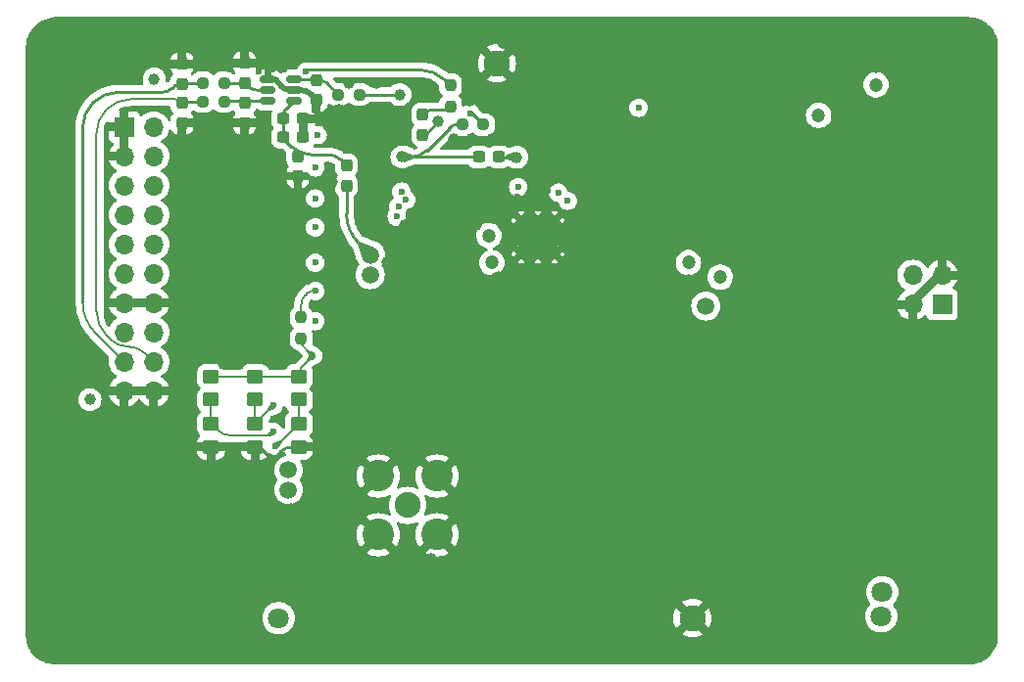
<source format=gbr>
%TF.GenerationSoftware,KiCad,Pcbnew,8.0.9-8.0.9-0~ubuntu22.04.1*%
%TF.CreationDate,2026-02-07T13:45:35+01:00*%
%TF.ProjectId,HW_0008_PrestoLO_2GHz_rev01a,48575f30-3030-4385-9f50-726573746f4c,rev?*%
%TF.SameCoordinates,Original*%
%TF.FileFunction,Copper,L4,Bot*%
%TF.FilePolarity,Positive*%
%FSLAX46Y46*%
G04 Gerber Fmt 4.6, Leading zero omitted, Abs format (unit mm)*
G04 Created by KiCad (PCBNEW 8.0.9-8.0.9-0~ubuntu22.04.1) date 2026-02-07 13:45:35*
%MOMM*%
%LPD*%
G01*
G04 APERTURE LIST*
G04 Aperture macros list*
%AMRoundRect*
0 Rectangle with rounded corners*
0 $1 Rounding radius*
0 $2 $3 $4 $5 $6 $7 $8 $9 X,Y pos of 4 corners*
0 Add a 4 corners polygon primitive as box body*
4,1,4,$2,$3,$4,$5,$6,$7,$8,$9,$2,$3,0*
0 Add four circle primitives for the rounded corners*
1,1,$1+$1,$2,$3*
1,1,$1+$1,$4,$5*
1,1,$1+$1,$6,$7*
1,1,$1+$1,$8,$9*
0 Add four rect primitives between the rounded corners*
20,1,$1+$1,$2,$3,$4,$5,0*
20,1,$1+$1,$4,$5,$6,$7,0*
20,1,$1+$1,$6,$7,$8,$9,0*
20,1,$1+$1,$8,$9,$2,$3,0*%
G04 Aperture macros list end*
%TA.AperFunction,ComponentPad*%
%ADD10C,2.286000*%
%TD*%
%TA.AperFunction,HeatsinkPad*%
%ADD11C,0.600000*%
%TD*%
%TA.AperFunction,HeatsinkPad*%
%ADD12R,3.500000X3.500000*%
%TD*%
%TA.AperFunction,ComponentPad*%
%ADD13R,1.700000X1.700000*%
%TD*%
%TA.AperFunction,ComponentPad*%
%ADD14O,1.700000X1.700000*%
%TD*%
%TA.AperFunction,SMDPad,CuDef*%
%ADD15RoundRect,0.250000X-0.450000X0.350000X-0.450000X-0.350000X0.450000X-0.350000X0.450000X0.350000X0*%
%TD*%
%TA.AperFunction,SMDPad,CuDef*%
%ADD16RoundRect,0.237500X0.237500X-0.300000X0.237500X0.300000X-0.237500X0.300000X-0.237500X-0.300000X0*%
%TD*%
%TA.AperFunction,SMDPad,CuDef*%
%ADD17RoundRect,0.237500X-0.250000X-0.237500X0.250000X-0.237500X0.250000X0.237500X-0.250000X0.237500X0*%
%TD*%
%TA.AperFunction,SMDPad,CuDef*%
%ADD18RoundRect,0.237500X-0.237500X0.250000X-0.237500X-0.250000X0.237500X-0.250000X0.237500X0.250000X0*%
%TD*%
%TA.AperFunction,SMDPad,CuDef*%
%ADD19RoundRect,0.150000X0.512500X0.150000X-0.512500X0.150000X-0.512500X-0.150000X0.512500X-0.150000X0*%
%TD*%
%TA.AperFunction,SMDPad,CuDef*%
%ADD20RoundRect,0.237500X0.300000X0.237500X-0.300000X0.237500X-0.300000X-0.237500X0.300000X-0.237500X0*%
%TD*%
%TA.AperFunction,SMDPad,CuDef*%
%ADD21RoundRect,0.237500X0.250000X0.237500X-0.250000X0.237500X-0.250000X-0.237500X0.250000X-0.237500X0*%
%TD*%
%TA.AperFunction,SMDPad,CuDef*%
%ADD22RoundRect,0.237500X-0.237500X0.287500X-0.237500X-0.287500X0.237500X-0.287500X0.237500X0.287500X0*%
%TD*%
%TA.AperFunction,SMDPad,CuDef*%
%ADD23RoundRect,0.237500X-0.237500X0.300000X-0.237500X-0.300000X0.237500X-0.300000X0.237500X0.300000X0*%
%TD*%
%TA.AperFunction,ComponentPad*%
%ADD24C,2.240000*%
%TD*%
%TA.AperFunction,ComponentPad*%
%ADD25C,2.740000*%
%TD*%
%TA.AperFunction,ViaPad*%
%ADD26C,1.800000*%
%TD*%
%TA.AperFunction,ViaPad*%
%ADD27C,1.000000*%
%TD*%
%TA.AperFunction,ViaPad*%
%ADD28C,1.500000*%
%TD*%
%TA.AperFunction,ViaPad*%
%ADD29C,0.800000*%
%TD*%
%TA.AperFunction,ViaPad*%
%ADD30C,0.600000*%
%TD*%
%TA.AperFunction,ViaPad*%
%ADD31C,5.000000*%
%TD*%
%TA.AperFunction,ViaPad*%
%ADD32C,0.700000*%
%TD*%
%TA.AperFunction,ViaPad*%
%ADD33C,1.200000*%
%TD*%
%TA.AperFunction,Conductor*%
%ADD34C,0.507000*%
%TD*%
%TA.AperFunction,Conductor*%
%ADD35C,0.254000*%
%TD*%
%TA.AperFunction,Conductor*%
%ADD36C,0.762000*%
%TD*%
%TA.AperFunction,Conductor*%
%ADD37C,0.200000*%
%TD*%
G04 APERTURE END LIST*
D10*
%TO.P,J103,1,Shield*%
%TO.N,GND*%
X104200000Y-37500000D03*
X121100000Y-85500000D03*
%TD*%
D11*
%TO.P,U105,33,PAD*%
%TO.N,GND*%
X106300000Y-51112500D03*
X106300000Y-54012500D03*
X107750000Y-51112500D03*
D12*
X107750000Y-52562500D03*
D11*
X107750000Y-54012500D03*
X109200000Y-51112500D03*
X109200000Y-54012500D03*
%TD*%
D13*
%TO.P,J101,1,Pin_1*%
%TO.N,GND*%
X72000000Y-43000000D03*
D14*
%TO.P,J101,2,Pin_2*%
%TO.N,unconnected-(J101-Pin_2-Pad2)*%
X74540000Y-43000000D03*
%TO.P,J101,3,Pin_3*%
%TO.N,GND*%
X72000000Y-45540000D03*
%TO.P,J101,4,Pin_4*%
%TO.N,Fref_IN*%
X74540000Y-45540000D03*
%TO.P,J101,5,Pin_5*%
%TO.N,Mute_RF*%
X72000000Y-48080000D03*
%TO.P,J101,6,Pin_6*%
%TO.N,LD*%
X74540000Y-48080000D03*
%TO.P,J101,7,Pin_7*%
%TO.N,DATA*%
X72000000Y-50620000D03*
%TO.P,J101,8,Pin_8*%
%TO.N,CLK*%
X74540000Y-50620000D03*
%TO.P,J101,9,Pin_9*%
%TO.N,CE*%
X72000000Y-53160000D03*
%TO.P,J101,10,Pin_10*%
%TO.N,LE*%
X74540000Y-53160000D03*
%TO.P,J101,11,Pin_11*%
%TO.N,unconnected-(J101-Pin_11-Pad11)*%
X72000000Y-55700000D03*
%TO.P,J101,12,Pin_12*%
%TO.N,MUX*%
X74540000Y-55700000D03*
%TO.P,J101,13,Pin_13*%
%TO.N,GND*%
X72000000Y-58240000D03*
%TO.P,J101,14,Pin_14*%
X74540000Y-58240000D03*
%TO.P,J101,15,Pin_15*%
%TO.N,LO_Buff_EN*%
X72000000Y-60780000D03*
%TO.P,J101,16,Pin_16*%
%TO.N,unconnected-(J101-Pin_16-Pad16)*%
X74540000Y-60780000D03*
%TO.P,J101,17,Pin_17*%
%TO.N,I2C_SCL*%
X72000000Y-63320000D03*
%TO.P,J101,18,Pin_18*%
%TO.N,I2C_SDA*%
X74540000Y-63320000D03*
%TO.P,J101,19,Pin_19*%
%TO.N,GND*%
X72000000Y-65860000D03*
%TO.P,J101,20,Pin_20*%
X74540000Y-65860000D03*
%TD*%
D15*
%TO.P,R121,1*%
%TO.N,Net-(U106-A0)*%
X87100000Y-68687500D03*
%TO.P,R121,2*%
%TO.N,GND*%
X87100000Y-70687500D03*
%TD*%
D16*
%TO.P,C138,1*%
%TO.N,GND*%
X88600000Y-40662500D03*
%TO.P,C138,2*%
%TO.N,Net-(U103-VOUT)*%
X88600000Y-38937500D03*
%TD*%
D17*
%TO.P,R112,1*%
%TO.N,Net-(U103-VOUT)*%
X90487500Y-40200000D03*
%TO.P,R112,2*%
%TO.N,Net-(U104-VC)*%
X92312500Y-40200000D03*
%TD*%
D15*
%TO.P,R117,1*%
%TO.N,Net-(U106-A2)*%
X83300000Y-68687500D03*
%TO.P,R117,2*%
%TO.N,GND*%
X83300000Y-70687500D03*
%TD*%
D18*
%TO.P,R111,1*%
%TO.N,3V3_VCTCXO*%
X100200000Y-39387500D03*
%TO.P,R111,2*%
%TO.N,Net-(FB110-Pad1)*%
X100200000Y-41212500D03*
%TD*%
%TO.P,R110,1*%
%TO.N,Net-(U105-CE)*%
X87300000Y-59487500D03*
%TO.P,R110,2*%
%TO.N,3V3_ADF*%
X87300000Y-61312500D03*
%TD*%
D15*
%TO.P,R120,1*%
%TO.N,3V3_ADF*%
X87100000Y-64600000D03*
%TO.P,R120,2*%
%TO.N,Net-(U106-A0)*%
X87100000Y-66600000D03*
%TD*%
D19*
%TO.P,U103,1,VOUT*%
%TO.N,Net-(U103-VOUT)*%
X86675000Y-38850000D03*
%TO.P,U103,2,VSS*%
%TO.N,GND*%
X86675000Y-39800000D03*
%TO.P,U103,3,VDD*%
%TO.N,Net-(U103-VDD)*%
X86675000Y-40750000D03*
%TO.P,U103,4,SDA*%
%TO.N,Net-(U103-SDA)*%
X84400000Y-40750000D03*
%TO.P,U103,5,SCL*%
%TO.N,Net-(U103-SCL)*%
X84400000Y-39800000D03*
%TO.P,U103,6,A0*%
%TO.N,GND*%
X84400000Y-38850000D03*
%TD*%
D20*
%TO.P,C124,1*%
%TO.N,GND*%
X87462500Y-43900000D03*
%TO.P,C124,2*%
%TO.N,Net-(U103-VDD)*%
X85737500Y-43900000D03*
%TD*%
D16*
%TO.P,C118,1*%
%TO.N,GND*%
X82400000Y-42662500D03*
%TO.P,C118,2*%
%TO.N,Net-(U103-SDA)*%
X82400000Y-40937500D03*
%TD*%
%TO.P,C119,1*%
%TO.N,GND*%
X87000000Y-47262500D03*
%TO.P,C119,2*%
%TO.N,Net-(U103-VDD)*%
X87000000Y-45537500D03*
%TD*%
D15*
%TO.P,R118,1*%
%TO.N,3V3_ADF*%
X79500000Y-64600000D03*
%TO.P,R118,2*%
%TO.N,Net-(U106-A1)*%
X79500000Y-66600000D03*
%TD*%
D21*
%TO.P,R113,1*%
%TO.N,Fref_IN*%
X103012500Y-42800000D03*
%TO.P,R113,2*%
%TO.N,VCTCXO_Out*%
X101187500Y-42800000D03*
%TD*%
D15*
%TO.P,R119,1*%
%TO.N,Net-(U106-A1)*%
X79500000Y-68687500D03*
%TO.P,R119,2*%
%TO.N,GND*%
X79500000Y-70687500D03*
%TD*%
D13*
%TO.P,J102,1,Pin_1*%
%TO.N,Net-(J102-Pin_1)*%
X142675000Y-58375000D03*
D14*
%TO.P,J102,2,Pin_2*%
%TO.N,GND*%
X142675000Y-55835000D03*
%TO.P,J102,3,Pin_3*%
X140135000Y-58375000D03*
%TO.P,J102,4,Pin_4*%
%TO.N,Net-(J102-Pin_4)*%
X140135000Y-55835000D03*
%TD*%
D22*
%TO.P,FB102,1*%
%TO.N,Net-(U103-VDD)*%
X91200000Y-46325000D03*
%TO.P,FB102,2*%
%TO.N,3V3_ADF*%
X91200000Y-48075000D03*
%TD*%
D17*
%TO.P,R102,1*%
%TO.N,I2C_SDA*%
X78800000Y-40800000D03*
%TO.P,R102,2*%
%TO.N,Net-(U103-SDA)*%
X80625000Y-40800000D03*
%TD*%
D23*
%TO.P,C114,1*%
%TO.N,GND*%
X77000000Y-37537500D03*
%TO.P,C114,2*%
%TO.N,I2C_SCL*%
X77000000Y-39262500D03*
%TD*%
D15*
%TO.P,R116,1*%
%TO.N,3V3_ADF*%
X83300000Y-64600000D03*
%TO.P,R116,2*%
%TO.N,Net-(U106-A2)*%
X83300000Y-66600000D03*
%TD*%
D22*
%TO.P,FB110,1*%
%TO.N,Net-(FB110-Pad1)*%
X97800000Y-41925000D03*
%TO.P,FB110,2*%
%TO.N,Net-(U104-VDD)*%
X97800000Y-43675000D03*
%TD*%
D24*
%TO.P,J104,1,In*%
%TO.N,Net-(J104-In)*%
X96500000Y-75750000D03*
D25*
%TO.P,J104,2,Ext*%
%TO.N,GND*%
X93960000Y-73210000D03*
X93960000Y-78290000D03*
X99040000Y-73210000D03*
X99040000Y-78290000D03*
%TD*%
D17*
%TO.P,R101,1*%
%TO.N,I2C_SCL*%
X78800000Y-39200000D03*
%TO.P,R101,2*%
%TO.N,Net-(U103-SCL)*%
X80625000Y-39200000D03*
%TD*%
D20*
%TO.P,C127,1*%
%TO.N,GND*%
X87462500Y-42300000D03*
%TO.P,C127,2*%
%TO.N,Net-(U103-VDD)*%
X85737500Y-42300000D03*
%TD*%
%TO.P,C169,1*%
%TO.N,Net-(U105-REF_{IN})*%
X104362500Y-45600000D03*
%TO.P,C169,2*%
%TO.N,VCTCXO_Out*%
X102637500Y-45600000D03*
%TD*%
D16*
%TO.P,C107,1*%
%TO.N,GND*%
X77000000Y-42662500D03*
%TO.P,C107,2*%
%TO.N,I2C_SDA*%
X77000000Y-40937500D03*
%TD*%
D23*
%TO.P,C121,1*%
%TO.N,GND*%
X82400000Y-37475000D03*
%TO.P,C121,2*%
%TO.N,Net-(U103-SCL)*%
X82400000Y-39200000D03*
%TD*%
D26*
%TO.N,/3V8*%
X85336136Y-85500000D03*
X137400000Y-85350000D03*
D27*
X69037500Y-66600000D03*
X74600000Y-38862500D03*
D26*
X137500000Y-83250000D03*
D27*
%TO.N,GND*%
X89800000Y-58250000D03*
X126200000Y-71300000D03*
D28*
X124414433Y-85650000D03*
D27*
X85000000Y-89000000D03*
X78000000Y-58600000D03*
X83500000Y-89000000D03*
D28*
X145700000Y-45100000D03*
D27*
X75400000Y-70600000D03*
D28*
X116891658Y-35600000D03*
D27*
X121000000Y-89000000D03*
D29*
X97800000Y-35400000D03*
D27*
X100500000Y-44062500D03*
D28*
X116365380Y-67700000D03*
D27*
X89500000Y-89000000D03*
D28*
X67000000Y-42382352D03*
D27*
X126200000Y-82100000D03*
X88250000Y-79500000D03*
D28*
X138241176Y-35600000D03*
D27*
X109200000Y-61000000D03*
X102400000Y-51500000D03*
D30*
X83750000Y-54500000D03*
D27*
X119900000Y-62200000D03*
X109000000Y-89000000D03*
X84700000Y-78500000D03*
X126500000Y-61300000D03*
D30*
X85750000Y-51750000D03*
D28*
X117797057Y-85750000D03*
X129304807Y-85650000D03*
X118576918Y-67700000D03*
D27*
X98800000Y-40200000D03*
D30*
X85500000Y-57000000D03*
D27*
X98700000Y-56000000D03*
X80500000Y-81500000D03*
D28*
X103125935Y-85750000D03*
D30*
X81203284Y-37994963D03*
D27*
X126200000Y-69800000D03*
D28*
X145700000Y-53400000D03*
D27*
X109300000Y-57500000D03*
X73000000Y-89000000D03*
D28*
X76650000Y-86500000D03*
X114323528Y-37700000D03*
D27*
X118750000Y-46000000D03*
X94000000Y-89000000D03*
X88250000Y-81250000D03*
X82000000Y-72900000D03*
D28*
X116764704Y-37700000D03*
D27*
X67125000Y-62900000D03*
D28*
X107000000Y-37700000D03*
D27*
X119900000Y-63400000D03*
D30*
X106000000Y-49000000D03*
D27*
X89750000Y-50500000D03*
D28*
X90500000Y-69356618D03*
D27*
X114600000Y-41300000D03*
D31*
X142500000Y-40000000D03*
D27*
X104100000Y-61000000D03*
X80600000Y-63500000D03*
X91900000Y-59000000D03*
X126200000Y-79000000D03*
X105600000Y-44200000D03*
X67200000Y-66700000D03*
D28*
X67000000Y-52147056D03*
D27*
X99250000Y-70000000D03*
X120100000Y-40500000D03*
X92400000Y-81500000D03*
X139000000Y-89000000D03*
D30*
X83600000Y-38200000D03*
D28*
X143300000Y-77600000D03*
D30*
X108250000Y-41250000D03*
D28*
X65000000Y-54764712D03*
D29*
X88248152Y-35400000D03*
D27*
X118600000Y-64600000D03*
D30*
X85750000Y-54500000D03*
D28*
X134500000Y-73544120D03*
X123000000Y-63100000D03*
X109727772Y-35600000D03*
X128882360Y-37700000D03*
D30*
X82000000Y-59750000D03*
D28*
X74400000Y-84500000D03*
D27*
X80500000Y-89000000D03*
D28*
X114503696Y-35600000D03*
D27*
X96400000Y-59400000D03*
D28*
X114153842Y-67700000D03*
D27*
X88000000Y-89000000D03*
D28*
X143400000Y-68600000D03*
X145700000Y-58282352D03*
X145600000Y-77600000D03*
D30*
X108627000Y-48500000D03*
D27*
X69000000Y-72800000D03*
D30*
X102000000Y-48500000D03*
D27*
X117950000Y-44100000D03*
X89750000Y-52750000D03*
X111500000Y-48800000D03*
X99400000Y-81500000D03*
D28*
X134400000Y-37900000D03*
X121667582Y-35600000D03*
D27*
X137500000Y-89000000D03*
X76000000Y-89000000D03*
D28*
X90500000Y-78952206D03*
X131900000Y-74858824D03*
X107339810Y-35600000D03*
D27*
X121750000Y-47500000D03*
X82500000Y-81500000D03*
X110300000Y-44900000D03*
X83900000Y-43900000D03*
X96500000Y-78300000D03*
D30*
X117900000Y-57300000D03*
D28*
X145700000Y-73200000D03*
D30*
X117750000Y-46250000D03*
D28*
X119279620Y-35600000D03*
X100884614Y-67700000D03*
D27*
X127000000Y-89000000D03*
D28*
X105571122Y-85750000D03*
X111882352Y-37700000D03*
D27*
X77400000Y-61200000D03*
D28*
X121647056Y-37700000D03*
X131900000Y-72241176D03*
D27*
X76500000Y-50500000D03*
D28*
X133607392Y-35600000D03*
D27*
X100800000Y-61000000D03*
X121400000Y-44100000D03*
X82000000Y-89000000D03*
X80500000Y-80200000D03*
X132250000Y-54650000D03*
D28*
X65000000Y-66970592D03*
X134500000Y-85600000D03*
D30*
X100500000Y-48500000D03*
D28*
X131900000Y-77300000D03*
D27*
X115500000Y-57500000D03*
X126800000Y-40300000D03*
X132300000Y-49600000D03*
D28*
X65000000Y-44882352D03*
D27*
X94750000Y-61500000D03*
D28*
X109441176Y-37700000D03*
D27*
X133000000Y-89000000D03*
D29*
X83472228Y-35400000D03*
D27*
X77887500Y-50500000D03*
X112000000Y-89000000D03*
X132600000Y-59000000D03*
D28*
X134500000Y-63779416D03*
X126441176Y-37700000D03*
X93345187Y-85750000D03*
D27*
X126200000Y-77500000D03*
D30*
X128300000Y-48400000D03*
X84800000Y-71800000D03*
D28*
X65000000Y-64529416D03*
D27*
X116500000Y-89000000D03*
D28*
X125000000Y-64900000D03*
D29*
X71532418Y-35400000D03*
D28*
X132300000Y-66500000D03*
D27*
X86500000Y-89000000D03*
X94150000Y-81500000D03*
D28*
X65000000Y-69411768D03*
D27*
X98500000Y-80400000D03*
X97000000Y-89000000D03*
X115200000Y-62000000D03*
X140500000Y-89000000D03*
X95750000Y-62500000D03*
D28*
X120788456Y-67700000D03*
D27*
X67225000Y-55800000D03*
X96200000Y-51519000D03*
X88200000Y-82900000D03*
X102400000Y-61000000D03*
D28*
X124500000Y-58000000D03*
D27*
X97300000Y-62600000D03*
D28*
X69000000Y-36426472D03*
D27*
X109200000Y-59500000D03*
D28*
X145700000Y-60723528D03*
D27*
X116200000Y-46200000D03*
X76500000Y-47750000D03*
X113500000Y-57500000D03*
D28*
X108016309Y-85750000D03*
D27*
X134500000Y-89000000D03*
X123400000Y-61300000D03*
X93800000Y-75800000D03*
D29*
X100187962Y-35400000D03*
D28*
X88300000Y-85900000D03*
D27*
X128250000Y-53000000D03*
X113500000Y-89000000D03*
X97500000Y-70000000D03*
D28*
X65000000Y-42441176D03*
D27*
X110500000Y-89000000D03*
X126500000Y-53000000D03*
X126200000Y-80600000D03*
X92250000Y-70000000D03*
D28*
X134500000Y-51455880D03*
D30*
X82250000Y-49000000D03*
D27*
X95500000Y-89000000D03*
D28*
X143400000Y-73200000D03*
D27*
X124800000Y-46500000D03*
X125500000Y-89000000D03*
D30*
X84000000Y-57000000D03*
D28*
X145700000Y-55841176D03*
D27*
X67200000Y-69900000D03*
D28*
X90500000Y-66957721D03*
X98235561Y-85750000D03*
X145700000Y-47800000D03*
X67000000Y-37500000D03*
D27*
X95750000Y-70000000D03*
D28*
X145700000Y-68600000D03*
X143200000Y-47800000D03*
X65000000Y-62088240D03*
D32*
X109200000Y-52600000D03*
D27*
X70000000Y-87000000D03*
D28*
X112115734Y-35600000D03*
X65000000Y-40000000D03*
D27*
X102000000Y-44062500D03*
X89500000Y-55800000D03*
X136000000Y-89000000D03*
X91000000Y-89000000D03*
X75400000Y-69000000D03*
D28*
X90900000Y-85750000D03*
D27*
X88250000Y-77750000D03*
X123000000Y-51500000D03*
D30*
X81000000Y-42200000D03*
D27*
X106000000Y-89000000D03*
D28*
X86400000Y-76293750D03*
D27*
X78000000Y-55600000D03*
D28*
X65000000Y-49764704D03*
X123000000Y-67500000D03*
D27*
X79000000Y-89000000D03*
D28*
X67000000Y-49705880D03*
X134500000Y-75985296D03*
X127200000Y-64900000D03*
D27*
X99600000Y-51400000D03*
D28*
X68600000Y-75800000D03*
X90500000Y-74154412D03*
D27*
X110400000Y-46600000D03*
D28*
X125200000Y-68100000D03*
X90500000Y-81351103D03*
D27*
X90000000Y-47750000D03*
D28*
X70900000Y-77400000D03*
X112906683Y-85750000D03*
D27*
X125000000Y-56250000D03*
X93800000Y-39200000D03*
X125200000Y-83400000D03*
D31*
X142500000Y-83000000D03*
D27*
X124000000Y-89000000D03*
D30*
X84900000Y-68300000D03*
D27*
X108500000Y-66200000D03*
X91400000Y-39200000D03*
X115750000Y-56250000D03*
D30*
X85750000Y-59750000D03*
D27*
X119900000Y-64600000D03*
D28*
X134500000Y-49014704D03*
D27*
X103000000Y-89000000D03*
D28*
X109730766Y-67700000D03*
D29*
X95412038Y-35400000D03*
D28*
X104400000Y-56200000D03*
D29*
X90636114Y-35400000D03*
D27*
X89912500Y-61200000D03*
D28*
X67000000Y-39941176D03*
D30*
X81000000Y-43200000D03*
D27*
X119500000Y-89000000D03*
X142000000Y-88100000D03*
D28*
X110461496Y-85750000D03*
D27*
X110300000Y-43100000D03*
X126500000Y-51500000D03*
D30*
X114500000Y-46250000D03*
D27*
X88250000Y-74500000D03*
D28*
X100680748Y-85750000D03*
D27*
X100000000Y-89000000D03*
X122500000Y-89000000D03*
D28*
X126859620Y-85650000D03*
D27*
X98800000Y-65900000D03*
X100800000Y-81500000D03*
D28*
X90500000Y-71755515D03*
X128831468Y-35600000D03*
D27*
X74500000Y-89000000D03*
D28*
X132300000Y-61600000D03*
D30*
X78200000Y-37600000D03*
D27*
X95000000Y-80500000D03*
X88200000Y-84300000D03*
X88250000Y-72750000D03*
D28*
X134500000Y-46573528D03*
X119205880Y-37700000D03*
D30*
X104141720Y-49027070D03*
D28*
X98673076Y-67700000D03*
X95790374Y-85750000D03*
D27*
X78000000Y-47800000D03*
D30*
X81750000Y-51750000D03*
D27*
X118000000Y-89000000D03*
X119700000Y-44100000D03*
D29*
X76308342Y-35400000D03*
D27*
X77000000Y-44300000D03*
D30*
X84000000Y-59750000D03*
D27*
X71500000Y-88000000D03*
X132600000Y-60300000D03*
X74000000Y-76000000D03*
D28*
X111000000Y-55500000D03*
X65000000Y-71852944D03*
D27*
X98500000Y-89000000D03*
X120500000Y-46000000D03*
X84500000Y-81800000D03*
D28*
X65000000Y-59647064D03*
X90500000Y-76553309D03*
X134500000Y-80867648D03*
D27*
X101500000Y-89000000D03*
X91250000Y-60500000D03*
D28*
X126443506Y-35600000D03*
D27*
X97400000Y-40200000D03*
X113000000Y-66800000D03*
D28*
X90500000Y-64558824D03*
D27*
X101800000Y-40700000D03*
X130400000Y-46800000D03*
D28*
X115351870Y-85750000D03*
X145600000Y-75600000D03*
X104951848Y-35600000D03*
D27*
X77500000Y-89000000D03*
X94750000Y-54750000D03*
D30*
X82000000Y-57000000D03*
D27*
X128700000Y-45000000D03*
D28*
X134500000Y-68661768D03*
D27*
X96500000Y-73100000D03*
D28*
X134500000Y-71102944D03*
D27*
X103750000Y-44062500D03*
X126200000Y-72900000D03*
D30*
X84800000Y-38000000D03*
D28*
X134500000Y-61338240D03*
X131750000Y-85650000D03*
X134500000Y-41691176D03*
D27*
X116500000Y-62000000D03*
D28*
X134500000Y-78426472D03*
D27*
X71000000Y-70500000D03*
X124900000Y-50100000D03*
D32*
X107700000Y-52600000D03*
D27*
X91500000Y-43900000D03*
X124700000Y-40300000D03*
X77250000Y-70750000D03*
D28*
X96461538Y-67700000D03*
D27*
X131500000Y-89000000D03*
X132200000Y-43900000D03*
D30*
X82250000Y-46250000D03*
D27*
X110400000Y-41300000D03*
X77250000Y-69000000D03*
D28*
X67000000Y-47264704D03*
D27*
X121750000Y-49000000D03*
D28*
X135800000Y-35600000D03*
D29*
X81084266Y-35400000D03*
D27*
X105700000Y-59600000D03*
X125000000Y-61300000D03*
D28*
X102563886Y-35600000D03*
D27*
X96700000Y-80500000D03*
X124750000Y-51500000D03*
D28*
X131900000Y-82241176D03*
D32*
X106400000Y-52600000D03*
D28*
X67000000Y-44823528D03*
D30*
X115700000Y-55300000D03*
D27*
X109800000Y-65400000D03*
D28*
X105307690Y-67700000D03*
D27*
X94000000Y-70000000D03*
X97200000Y-56000000D03*
D28*
X145700000Y-66000000D03*
X111942304Y-67700000D03*
X65000000Y-52205880D03*
D27*
X90300000Y-43900000D03*
X128500000Y-89000000D03*
D30*
X85750000Y-49000000D03*
D27*
X115000000Y-89000000D03*
D29*
X73920380Y-35400000D03*
D28*
X131900000Y-69800000D03*
X117500000Y-63100000D03*
X131219430Y-35600000D03*
X116000000Y-53000000D03*
X118200000Y-60800000D03*
D30*
X81750000Y-54500000D03*
D27*
X102600000Y-83750000D03*
X86300000Y-81800000D03*
X99100000Y-61000000D03*
D28*
X125000000Y-63100000D03*
D27*
X110864561Y-65364561D03*
D28*
X66600000Y-74000000D03*
D27*
X67125000Y-60600000D03*
X137000000Y-37900000D03*
X102100000Y-56000000D03*
D28*
X131250000Y-37700000D03*
D27*
X90600000Y-41500000D03*
D28*
X79198130Y-86500000D03*
D27*
X110200000Y-62200000D03*
D28*
X134500000Y-66220592D03*
D27*
X105600000Y-61000000D03*
D28*
X143300000Y-66000000D03*
X143300000Y-75600000D03*
D27*
X92500000Y-89000000D03*
D28*
X103096152Y-67700000D03*
X143500000Y-52700000D03*
X94250000Y-67700000D03*
D27*
X130000000Y-89000000D03*
X76500000Y-72500000D03*
X128800000Y-64000000D03*
D30*
X121500000Y-46250000D03*
X84000000Y-46250000D03*
D27*
X97650000Y-81500000D03*
X82900000Y-78600000D03*
D28*
X81650000Y-86500000D03*
D27*
X80500000Y-78700000D03*
D30*
X97750000Y-48500000D03*
X116500000Y-39900000D03*
X84000000Y-49000000D03*
D28*
X107519228Y-67700000D03*
D27*
X78600000Y-42400000D03*
D31*
X69500000Y-83000000D03*
D27*
X79000000Y-72500000D03*
D28*
X134500000Y-44132352D03*
X65000000Y-47323528D03*
X134500000Y-58897064D03*
D30*
X85750000Y-46250000D03*
D27*
X143500000Y-87000000D03*
X116300000Y-44100000D03*
D28*
X73600000Y-79400000D03*
X124055544Y-35600000D03*
D27*
X100400000Y-56000000D03*
X82050000Y-77300000D03*
D30*
X85800000Y-38000000D03*
D28*
X134500000Y-53897056D03*
D27*
X88250000Y-76250000D03*
X97600000Y-59900000D03*
D28*
X84000000Y-87500000D03*
D27*
X111300000Y-62200000D03*
D30*
X106000000Y-57600000D03*
X84000000Y-51750000D03*
D27*
X83800000Y-77300000D03*
D28*
X74400000Y-81900000D03*
D27*
X101600000Y-82700000D03*
D30*
X99250000Y-48500000D03*
D29*
X85860190Y-35400000D03*
D28*
X124000000Y-37700000D03*
X120750000Y-56500000D03*
X65000000Y-57205888D03*
D27*
X104500000Y-89000000D03*
X130800000Y-48100000D03*
D28*
X131900000Y-79800000D03*
D27*
X107500000Y-89000000D03*
X95900000Y-81500000D03*
D28*
X112600000Y-63100000D03*
D27*
X80500000Y-77200000D03*
D28*
X134500000Y-56338232D03*
X134500000Y-83308824D03*
D27*
X137500000Y-87200000D03*
D30*
X112000000Y-41250000D03*
D29*
X78696304Y-35400000D03*
D27*
X77987500Y-53200000D03*
D29*
X93024076Y-35400000D03*
D30*
%TO.N,3V3_ADF*%
X88300000Y-62800000D03*
D28*
X93300000Y-54100000D03*
X93250000Y-55800000D03*
X86200000Y-72700000D03*
X86200000Y-74400000D03*
X122250000Y-58500000D03*
D30*
%TO.N,Net-(U105-LD)*%
X110313137Y-49391962D03*
X88700000Y-43700000D03*
%TO.N,Net-(U105-MUXOUT)*%
X88500000Y-59800000D03*
X106048624Y-48201376D03*
%TO.N,Net-(U105-PDB_{RF})*%
X109500000Y-48700000D03*
X88500000Y-46500000D03*
%TO.N,Net-(U105-CE)*%
X95544902Y-50763453D03*
X88500000Y-57200000D03*
%TO.N,Net-(U105-LE)*%
X88500000Y-54750000D03*
X95685421Y-49900000D03*
%TO.N,Net-(U105-DATA)*%
X96338193Y-49300000D03*
X88500000Y-51700000D03*
D27*
%TO.N,Net-(U104-VC)*%
X95800000Y-40200000D03*
D30*
%TO.N,LO_Buff_EN*%
X116450000Y-41350000D03*
%TO.N,Net-(U105-CLK)*%
X95945142Y-48603211D03*
X88500000Y-49200000D03*
D27*
%TO.N,Net-(U104-VDD)*%
X99131679Y-42531379D03*
D33*
%TO.N,/5V6*%
X132000000Y-42000000D03*
X136950000Y-39350000D03*
D27*
%TO.N,Net-(U105-REF_{IN})*%
X105925000Y-45619000D03*
D33*
%TO.N,Net-(U105-CP_{OUT})*%
X120750000Y-54750000D03*
X103750000Y-54750000D03*
D30*
%TO.N,Fref_IN*%
X101900000Y-41800000D03*
%TO.N,Net-(U106-A2)*%
X84900000Y-67100000D03*
%TO.N,Net-(U106-A1)*%
X84900000Y-69400000D03*
%TO.N,Net-(U106-A0)*%
X85100000Y-70600000D03*
D33*
%TO.N,Net-(U105-SW)*%
X103496325Y-52403675D03*
X123500000Y-56000000D03*
D27*
%TO.N,VCTCXO_Out*%
X96000000Y-45600000D03*
D30*
%TO.N,3V3_VCTCXO*%
X87702297Y-38223000D03*
%TD*%
D34*
%TO.N,GND*%
X84631879Y-38850000D02*
X84536787Y-38850000D01*
X87034982Y-39800000D02*
X86863715Y-39800000D01*
X84835959Y-38850000D02*
X84791235Y-38850000D01*
X84869503Y-38850000D02*
X84847140Y-38850000D01*
X88113150Y-40175650D02*
X88600000Y-40662500D01*
D35*
X86506250Y-70687500D02*
X87100000Y-70687500D01*
D34*
X87163433Y-39800000D02*
X87206250Y-39800000D01*
X86368335Y-39800000D02*
X86396287Y-39800000D01*
X84492166Y-38850000D02*
X84430722Y-38850000D01*
D35*
X84800000Y-71800000D02*
X83824501Y-70824501D01*
X84800000Y-71800000D02*
X85492655Y-71107344D01*
X84430722Y-38850000D02*
X84400000Y-38850000D01*
D34*
X86481920Y-39800000D02*
X86396287Y-39800000D01*
X84791235Y-38850000D02*
X84746511Y-38850000D01*
X84880685Y-38850000D02*
X84869503Y-38850000D01*
X87077799Y-39800000D02*
X87034982Y-39800000D01*
X84835959Y-38850000D02*
X84847140Y-38850000D01*
X84631879Y-38850000D02*
X84657063Y-38850000D01*
X84746511Y-38850000D02*
X84701787Y-38850000D01*
D35*
X83493750Y-70687500D02*
X83300000Y-70687500D01*
D34*
X86804257Y-39800000D02*
X86692449Y-39800000D01*
D36*
X139830000Y-58370000D02*
X142370000Y-55830000D01*
D34*
X85033383Y-38913249D02*
X85653248Y-39533114D01*
X86368335Y-39800000D02*
X86321156Y-39800000D01*
X86692449Y-39800000D02*
X86580641Y-39800000D01*
X86580641Y-39800000D02*
X86567553Y-39800000D01*
X84701787Y-38850000D02*
X84657063Y-38850000D01*
X84492166Y-38850000D02*
X84536787Y-38850000D01*
X87163433Y-39800000D02*
X87077799Y-39800000D01*
X86863715Y-39800000D02*
X86804257Y-39800000D01*
X86567553Y-39800000D02*
X86481920Y-39800000D01*
X86297567Y-39800000D02*
X86321156Y-39800000D01*
X87206250Y-39800000D02*
G75*
G02*
X88113135Y-40175665I-50J-1282600D01*
G01*
X85033383Y-38913249D02*
G75*
G03*
X84880685Y-38849996I-152683J-152651D01*
G01*
D35*
X85492655Y-71107344D02*
G75*
G02*
X86506250Y-70687523I1013545J-1013556D01*
G01*
D34*
X86297567Y-39800000D02*
G75*
G02*
X85653265Y-39533097I33J911200D01*
G01*
D35*
X83493750Y-70687500D02*
G75*
G02*
X83824515Y-70824487I50J-467700D01*
G01*
D37*
%TO.N,3V3_ADF*%
X88300000Y-62800000D02*
X87312132Y-63787867D01*
D35*
X92250000Y-53050000D02*
X93300000Y-54100000D01*
D37*
X84600000Y-64600000D02*
X83300000Y-64600000D01*
D35*
X91200000Y-50515075D02*
X91200000Y-48312500D01*
D37*
X88300000Y-62800000D02*
X86930935Y-61430935D01*
X86800000Y-64600000D02*
X79500000Y-64600000D01*
X86900000Y-61356250D02*
X86900000Y-61312500D01*
X86900000Y-61356250D02*
G75*
G03*
X86930915Y-61430955I105600J-50D01*
G01*
X87312132Y-63787867D02*
G75*
G03*
X87100010Y-64300000I512168J-512133D01*
G01*
X86800000Y-64600000D02*
G75*
G03*
X87100000Y-64300000I0J300000D01*
G01*
D35*
X92250000Y-53050000D02*
G75*
G02*
X91200010Y-50515075I2534900J2534900D01*
G01*
%TO.N,Net-(U103-SDA)*%
X80650000Y-40775000D02*
X80625000Y-40800000D01*
X80710355Y-40750000D02*
X84400000Y-40750000D01*
X80710355Y-40750000D02*
G75*
G03*
X80650013Y-40775013I45J-85400D01*
G01*
%TO.N,Net-(U103-VDD)*%
X85737500Y-43734375D02*
X85737500Y-43382031D01*
X85737500Y-42088281D02*
X85737500Y-42177343D01*
X85737500Y-42221874D02*
X85737500Y-42399999D01*
X85737500Y-42399999D02*
X85737500Y-42578124D01*
X85737500Y-42088281D02*
X85737500Y-42043750D01*
X88127449Y-45400000D02*
X89620926Y-45400000D01*
X85737500Y-42578124D02*
X85737500Y-42756249D01*
X85737500Y-43024218D02*
X85737500Y-43382031D01*
X85989406Y-41435593D02*
X86675000Y-40750000D01*
X85737500Y-42756249D02*
X85737500Y-42934374D01*
X85737500Y-42177343D02*
X85737500Y-42221874D01*
X86437500Y-44700000D02*
X85925325Y-44187825D01*
X85737500Y-42934374D02*
X85737500Y-43024218D01*
X90737500Y-45862500D02*
X91200000Y-46325000D01*
X85989406Y-41435593D02*
G75*
G03*
X85737545Y-42043750I608194J-608107D01*
G01*
X90737500Y-45862500D02*
G75*
G03*
X89620926Y-45399989I-1116600J-1116600D01*
G01*
X86437500Y-44700000D02*
G75*
G03*
X88127449Y-45400021I1690000J1690000D01*
G01*
X85737500Y-43734375D02*
G75*
G03*
X85925307Y-44187843I641300J-25D01*
G01*
%TO.N,Net-(U103-SCL)*%
X82187867Y-39200000D02*
X80625000Y-39200000D01*
X82700000Y-39500000D02*
X82550000Y-39350000D01*
X83424264Y-39800000D02*
X84400000Y-39800000D01*
X82700000Y-39500000D02*
G75*
G03*
X83424264Y-39800015I724300J724300D01*
G01*
X82187867Y-39200000D02*
G75*
G02*
X82550009Y-39349991I33J-512100D01*
G01*
D37*
%TO.N,Net-(U105-CE)*%
X87823223Y-57376776D02*
X87650000Y-57550000D01*
X87300000Y-58394974D02*
X87300000Y-59487500D01*
X88250000Y-57200000D02*
X88500000Y-57200000D01*
X87650000Y-57550000D02*
G75*
G03*
X87299990Y-58394974I845000J-845000D01*
G01*
X88250000Y-57200000D02*
G75*
G03*
X87823235Y-57376788I0J-603500D01*
G01*
D35*
%TO.N,Net-(U103-VOUT)*%
X89445970Y-39158470D02*
X90487500Y-40200000D01*
X88912500Y-38937500D02*
X88661871Y-38937500D01*
X88450628Y-38850000D02*
X86675000Y-38850000D01*
X88556250Y-38893750D02*
G75*
G03*
X88661871Y-38937512I105650J105650D01*
G01*
X88556250Y-38893750D02*
G75*
G03*
X88450628Y-38849988I-105650J-105650D01*
G01*
X88912500Y-38937500D02*
G75*
G02*
X89445961Y-39158479I0J-754400D01*
G01*
%TO.N,Net-(U104-VC)*%
X95800000Y-40200000D02*
X92312500Y-40200000D01*
%TO.N,Net-(U104-VDD)*%
X97894029Y-43675000D02*
X97800000Y-43675000D01*
X98054546Y-43608511D02*
X99131679Y-42531379D01*
X98054546Y-43608511D02*
G75*
G02*
X97894029Y-43675022I-160546J160511D01*
G01*
D37*
%TO.N,I2C_SDA*%
X70756532Y-61356532D02*
X70500000Y-61100000D01*
X69600000Y-43587436D02*
X69600000Y-58927207D01*
D35*
X77234727Y-40800000D02*
X78800000Y-40800000D01*
D37*
X73863467Y-62643467D02*
X74540000Y-63320000D01*
X76423851Y-40600000D02*
X72587436Y-40600000D01*
X76831250Y-40768750D02*
X76931250Y-40868750D01*
X72310000Y-62000000D02*
G75*
G02*
X70756539Y-61356525I0J2196900D01*
G01*
X76931250Y-40868750D02*
G75*
G03*
X77068750Y-40868750I68750J68751D01*
G01*
D35*
X77234727Y-40800000D02*
G75*
G03*
X77068742Y-40868742I-27J-234700D01*
G01*
D37*
X72587436Y-40600000D02*
G75*
G03*
X70474989Y-41474989I-36J-2987400D01*
G01*
X73863467Y-62643467D02*
G75*
G03*
X72310000Y-61999990I-1553467J-1553433D01*
G01*
X76831250Y-40768750D02*
G75*
G03*
X76423851Y-40600020I-407350J-407350D01*
G01*
X69600000Y-58927207D02*
G75*
G03*
X70500002Y-61099998I3072800J7D01*
G01*
X69600000Y-43587436D02*
G75*
G02*
X70474989Y-41474989I2987400J36D01*
G01*
D35*
%TO.N,I2C_SCL*%
X77106694Y-39200000D02*
X78800000Y-39200000D01*
X68400000Y-52895000D02*
X68400000Y-54065000D01*
X68400000Y-52895000D02*
X68400000Y-51920000D01*
X68400000Y-58160000D02*
X68400000Y-57965000D01*
X68400000Y-54260000D02*
X68400000Y-54065000D01*
X68400000Y-43072792D02*
X68400000Y-48800000D01*
X68400000Y-55820000D02*
X68400000Y-56600000D01*
X68400000Y-57575000D02*
X68400000Y-57965000D01*
X68400000Y-48800000D02*
X68400000Y-51920000D01*
X68400000Y-56600000D02*
X68400000Y-57380000D01*
X71472792Y-40000000D02*
X75278508Y-40000000D01*
D37*
X69503086Y-60823086D02*
X72000000Y-63320000D01*
D35*
X76768750Y-39262500D02*
X76955805Y-39262500D01*
X68400000Y-57575000D02*
X68400000Y-57380000D01*
X68400000Y-54260000D02*
X68400000Y-55040000D01*
X76168749Y-39631249D02*
X76373981Y-39426018D01*
X68400000Y-55040000D02*
X68400000Y-55820000D01*
X77031250Y-39231250D02*
G75*
G02*
X77106694Y-39199998I75450J-75450D01*
G01*
D37*
X69503086Y-60823086D02*
G75*
G02*
X68400008Y-58160000I2663114J2663086D01*
G01*
D35*
X68400000Y-43072792D02*
G75*
G02*
X69300002Y-40900002I3072800J-8D01*
G01*
X77031250Y-39231250D02*
G75*
G02*
X76955805Y-39262502I-75450J75450D01*
G01*
X76168749Y-39631249D02*
G75*
G02*
X75278508Y-40000002I-890249J890249D01*
G01*
X76768750Y-39262500D02*
G75*
G03*
X76373954Y-39425991I-50J-558300D01*
G01*
X71472792Y-40000000D02*
G75*
G03*
X69300002Y-40900002I8J-3072800D01*
G01*
%TO.N,Net-(U105-REF_{IN})*%
X104394935Y-45619000D02*
X105925000Y-45619000D01*
X104372000Y-45609500D02*
X104362500Y-45600000D01*
X104372000Y-45609500D02*
G75*
G03*
X104394935Y-45618985I22900J22900D01*
G01*
%TO.N,Net-(FB110-Pad1)*%
X98006250Y-41718750D02*
X97800000Y-41925000D01*
X98504181Y-41512500D02*
X100400000Y-41512500D01*
X98006250Y-41718750D02*
G75*
G02*
X98504181Y-41512492I497950J-497950D01*
G01*
%TO.N,Fref_IN*%
X101900000Y-41800000D02*
X101950000Y-41750000D01*
X102052274Y-41839774D02*
X103012500Y-42800000D01*
X101956250Y-41800000D02*
X101900000Y-41800000D01*
X102052274Y-41839774D02*
G75*
G03*
X101956250Y-41800036I-95974J-96026D01*
G01*
D37*
%TO.N,Net-(U106-A2)*%
X84883080Y-67104419D02*
X83300000Y-68687500D01*
X84900000Y-67100000D02*
X84893750Y-67100000D01*
X83300000Y-66512500D02*
X83300000Y-68775000D01*
X84893750Y-67100000D02*
G75*
G03*
X84883053Y-67104392I-50J-15100D01*
G01*
%TO.N,Net-(U106-A1)*%
X84900000Y-69400000D02*
X84750000Y-69550000D01*
X81228445Y-69700000D02*
X84387867Y-69700000D01*
X79500000Y-68775000D02*
X79500000Y-66512500D01*
X80006250Y-69193750D02*
X79500000Y-68687500D01*
X81228445Y-69700000D02*
G75*
G02*
X80006216Y-69193784I-45J1728500D01*
G01*
X84387867Y-69700000D02*
G75*
G03*
X84750009Y-69550009I33J512100D01*
G01*
%TO.N,Net-(U106-A0)*%
X85218435Y-70569064D02*
X87100000Y-68687500D01*
X87100000Y-66512500D02*
X87100000Y-68775000D01*
X85100000Y-70600000D02*
X85143750Y-70600000D01*
X85218435Y-70569064D02*
G75*
G02*
X85143750Y-70600041I-74735J74664D01*
G01*
D35*
%TO.N,VCTCXO_Out*%
X100121576Y-43078423D02*
X98165685Y-45034314D01*
X102637500Y-45600000D02*
X95900000Y-45600000D01*
X100793750Y-42800000D02*
X101187500Y-42800000D01*
X96800000Y-45600000D02*
X96000000Y-45600000D01*
X100121576Y-43078423D02*
G75*
G02*
X100793750Y-42800036I672124J-672177D01*
G01*
X96800000Y-45600000D02*
G75*
G03*
X98165692Y-45034321I0J1931400D01*
G01*
%TO.N,3V3_VCTCXO*%
X87702297Y-38223000D02*
X87777297Y-38148000D01*
X87958363Y-38073000D02*
X97643876Y-38073000D01*
X99592750Y-38880250D02*
X100400000Y-39687500D01*
X97643876Y-38073000D02*
G75*
G02*
X99592757Y-38880243I24J-2756100D01*
G01*
X87958363Y-38073000D02*
G75*
G03*
X87777308Y-38148011I37J-256100D01*
G01*
%TD*%
%TA.AperFunction,Conductor*%
%TO.N,GND*%
G36*
X85908361Y-67132862D02*
G01*
X85934884Y-67177890D01*
X85965186Y-67269334D01*
X86057288Y-67418656D01*
X86181344Y-67542712D01*
X86181347Y-67542714D01*
X86186116Y-67546485D01*
X86226491Y-67603508D01*
X86229629Y-67673307D01*
X86194532Y-67733722D01*
X86186116Y-67741015D01*
X86181341Y-67744790D01*
X86057289Y-67868842D01*
X85965187Y-68018163D01*
X85965186Y-68018166D01*
X85910001Y-68184703D01*
X85910001Y-68184704D01*
X85910000Y-68184704D01*
X85899500Y-68287483D01*
X85899500Y-68987401D01*
X85879815Y-69054440D01*
X85863184Y-69075078D01*
X85846618Y-69091645D01*
X85833244Y-69105019D01*
X85771920Y-69138503D01*
X85702229Y-69133517D01*
X85646296Y-69091645D01*
X85628520Y-69058284D01*
X85627175Y-69054440D01*
X85625789Y-69050478D01*
X85529816Y-68897738D01*
X85402262Y-68770184D01*
X85299500Y-68705614D01*
X85249523Y-68674211D01*
X85079254Y-68614631D01*
X85079249Y-68614630D01*
X84900004Y-68594435D01*
X84899996Y-68594435D01*
X84720750Y-68614630D01*
X84720742Y-68614632D01*
X84665453Y-68633979D01*
X84595675Y-68637540D01*
X84535047Y-68602811D01*
X84502820Y-68540818D01*
X84500499Y-68516937D01*
X84500499Y-68387597D01*
X84520184Y-68320558D01*
X84536818Y-68299916D01*
X84652034Y-68184700D01*
X84803487Y-68033246D01*
X84840814Y-68007613D01*
X85209660Y-67843736D01*
X85229021Y-67834034D01*
X85243617Y-67827855D01*
X85249522Y-67825789D01*
X85402262Y-67729816D01*
X85529816Y-67602262D01*
X85625789Y-67449522D01*
X85685368Y-67279255D01*
X85693958Y-67203008D01*
X85721023Y-67138599D01*
X85778618Y-67099043D01*
X85848455Y-67096904D01*
X85908361Y-67132862D01*
G37*
%TD.AperFunction*%
%TA.AperFunction,Conductor*%
G36*
X75970758Y-41220185D02*
G01*
X76016513Y-41272989D01*
X76027077Y-41311898D01*
X76032931Y-41369200D01*
X76034826Y-41387753D01*
X76089090Y-41551511D01*
X76089092Y-41551515D01*
X76089093Y-41551518D01*
X76104632Y-41576710D01*
X76179659Y-41698349D01*
X76179661Y-41698351D01*
X76193982Y-41712672D01*
X76227467Y-41773995D01*
X76222483Y-41843687D01*
X76193985Y-41888032D01*
X76180052Y-41901965D01*
X76089551Y-42048688D01*
X76089546Y-42048699D01*
X76035319Y-42212347D01*
X76025000Y-42313345D01*
X76025000Y-42429709D01*
X76005315Y-42496748D01*
X75952511Y-42542503D01*
X75883353Y-42552447D01*
X75819797Y-42523422D01*
X75788618Y-42482114D01*
X75714035Y-42322171D01*
X75714034Y-42322169D01*
X75578494Y-42128597D01*
X75411402Y-41961506D01*
X75411395Y-41961501D01*
X75407870Y-41959033D01*
X75341055Y-41912248D01*
X75217834Y-41825967D01*
X75217830Y-41825965D01*
X75205767Y-41820340D01*
X75003663Y-41726097D01*
X75003659Y-41726096D01*
X75003655Y-41726094D01*
X74775413Y-41664938D01*
X74775403Y-41664936D01*
X74540001Y-41644341D01*
X74539999Y-41644341D01*
X74304596Y-41664936D01*
X74304586Y-41664938D01*
X74076344Y-41726094D01*
X74076335Y-41726098D01*
X73862171Y-41825964D01*
X73862169Y-41825965D01*
X73668600Y-41961503D01*
X73546284Y-42083819D01*
X73484961Y-42117303D01*
X73415269Y-42112319D01*
X73359336Y-42070447D01*
X73342421Y-42039470D01*
X73293354Y-41907913D01*
X73293350Y-41907906D01*
X73207190Y-41792812D01*
X73207187Y-41792809D01*
X73092093Y-41706649D01*
X73092086Y-41706645D01*
X72957379Y-41656403D01*
X72957372Y-41656401D01*
X72897844Y-41650000D01*
X72375000Y-41650000D01*
X72375000Y-42667894D01*
X72307007Y-42599901D01*
X72192993Y-42534075D01*
X72065826Y-42500000D01*
X71934174Y-42500000D01*
X71807007Y-42534075D01*
X71692993Y-42599901D01*
X71599901Y-42692993D01*
X71534075Y-42807007D01*
X71500000Y-42934174D01*
X71500000Y-43065826D01*
X71534075Y-43192993D01*
X71599901Y-43307007D01*
X71692993Y-43400099D01*
X71807007Y-43465925D01*
X71934174Y-43500000D01*
X72065826Y-43500000D01*
X72192993Y-43465925D01*
X72307007Y-43400099D01*
X72375000Y-43332106D01*
X72375000Y-45207894D01*
X72307007Y-45139901D01*
X72192993Y-45074075D01*
X72065826Y-45040000D01*
X71934174Y-45040000D01*
X71807007Y-45074075D01*
X71692993Y-45139901D01*
X71599901Y-45232993D01*
X71534075Y-45347007D01*
X71500000Y-45474174D01*
X71500000Y-45605826D01*
X71534075Y-45732993D01*
X71599901Y-45847007D01*
X71667894Y-45915000D01*
X70702858Y-45915000D01*
X70726566Y-46003483D01*
X70726570Y-46003492D01*
X70826399Y-46217578D01*
X70961894Y-46411082D01*
X71128917Y-46578105D01*
X71314595Y-46708119D01*
X71358219Y-46762696D01*
X71365412Y-46832195D01*
X71333890Y-46894549D01*
X71314595Y-46911269D01*
X71128594Y-47041508D01*
X70961505Y-47208597D01*
X70825965Y-47402169D01*
X70825964Y-47402171D01*
X70726098Y-47616335D01*
X70726094Y-47616344D01*
X70664938Y-47844586D01*
X70664936Y-47844596D01*
X70644341Y-48079999D01*
X70644341Y-48080000D01*
X70664936Y-48315403D01*
X70664938Y-48315413D01*
X70726094Y-48543655D01*
X70726096Y-48543659D01*
X70726097Y-48543663D01*
X70798998Y-48700000D01*
X70825965Y-48757830D01*
X70825967Y-48757834D01*
X70910987Y-48879254D01*
X70961501Y-48951396D01*
X70961506Y-48951402D01*
X71128597Y-49118493D01*
X71128603Y-49118498D01*
X71314158Y-49248425D01*
X71357783Y-49303002D01*
X71364977Y-49372500D01*
X71333454Y-49434855D01*
X71314158Y-49451575D01*
X71128597Y-49581505D01*
X70961505Y-49748597D01*
X70825965Y-49942169D01*
X70825964Y-49942171D01*
X70726098Y-50156335D01*
X70726094Y-50156344D01*
X70664938Y-50384586D01*
X70664936Y-50384596D01*
X70644341Y-50619999D01*
X70644341Y-50620000D01*
X70664936Y-50855403D01*
X70664938Y-50855413D01*
X70726094Y-51083655D01*
X70726096Y-51083659D01*
X70726097Y-51083663D01*
X70820703Y-51286546D01*
X70825965Y-51297830D01*
X70825967Y-51297834D01*
X70874859Y-51367658D01*
X70961501Y-51491396D01*
X70961506Y-51491402D01*
X71128597Y-51658493D01*
X71128603Y-51658498D01*
X71314158Y-51788425D01*
X71357783Y-51843002D01*
X71364977Y-51912500D01*
X71333454Y-51974855D01*
X71314158Y-51991575D01*
X71128597Y-52121505D01*
X70961505Y-52288597D01*
X70825965Y-52482169D01*
X70825964Y-52482171D01*
X70726098Y-52696335D01*
X70726094Y-52696344D01*
X70664938Y-52924586D01*
X70664936Y-52924596D01*
X70644341Y-53159999D01*
X70644341Y-53160000D01*
X70664936Y-53395403D01*
X70664938Y-53395413D01*
X70726094Y-53623655D01*
X70726096Y-53623659D01*
X70726097Y-53623663D01*
X70789976Y-53760651D01*
X70825965Y-53837830D01*
X70825967Y-53837834D01*
X70914751Y-53964630D01*
X70961501Y-54031396D01*
X70961506Y-54031402D01*
X71128597Y-54198493D01*
X71128603Y-54198498D01*
X71314158Y-54328425D01*
X71357783Y-54383002D01*
X71364977Y-54452500D01*
X71333454Y-54514855D01*
X71314158Y-54531575D01*
X71128597Y-54661505D01*
X70961505Y-54828597D01*
X70825965Y-55022169D01*
X70825964Y-55022171D01*
X70726098Y-55236335D01*
X70726094Y-55236344D01*
X70664938Y-55464586D01*
X70664936Y-55464596D01*
X70644341Y-55699999D01*
X70644341Y-55700000D01*
X70664936Y-55935403D01*
X70664938Y-55935413D01*
X70726094Y-56163655D01*
X70726096Y-56163659D01*
X70726097Y-56163663D01*
X70788965Y-56298483D01*
X70825965Y-56377830D01*
X70825967Y-56377834D01*
X70895251Y-56476781D01*
X70961501Y-56571396D01*
X70961506Y-56571402D01*
X71128597Y-56738493D01*
X71128603Y-56738498D01*
X71161586Y-56761593D01*
X71288524Y-56850476D01*
X71314594Y-56868730D01*
X71358219Y-56923307D01*
X71365413Y-56992805D01*
X71333890Y-57055160D01*
X71314595Y-57071880D01*
X71128922Y-57201890D01*
X71128920Y-57201891D01*
X70961891Y-57368920D01*
X70961886Y-57368926D01*
X70826400Y-57562420D01*
X70826399Y-57562422D01*
X70726570Y-57776507D01*
X70726566Y-57776516D01*
X70702857Y-57864999D01*
X70702858Y-57865000D01*
X71667894Y-57865000D01*
X71599901Y-57932993D01*
X71534075Y-58047007D01*
X71500000Y-58174174D01*
X71500000Y-58305826D01*
X71534075Y-58432993D01*
X71599901Y-58547007D01*
X71667894Y-58615000D01*
X70702858Y-58615000D01*
X70726566Y-58703483D01*
X70726570Y-58703492D01*
X70826399Y-58917578D01*
X70961894Y-59111082D01*
X71128917Y-59278105D01*
X71314595Y-59408119D01*
X71358219Y-59462696D01*
X71365412Y-59532195D01*
X71333890Y-59594549D01*
X71314595Y-59611269D01*
X71128594Y-59741508D01*
X70961505Y-59908597D01*
X70825966Y-60102168D01*
X70780656Y-60199335D01*
X70734483Y-60251774D01*
X70667289Y-60270925D01*
X70600408Y-60250709D01*
X70559747Y-60206911D01*
X70448696Y-60005980D01*
X70442670Y-59993466D01*
X70341899Y-59750185D01*
X70337307Y-59737062D01*
X70337061Y-59736207D01*
X70264408Y-59484023D01*
X70261317Y-59470477D01*
X70217208Y-59210872D01*
X70215653Y-59197071D01*
X70200695Y-58930731D01*
X70200500Y-58923778D01*
X70200500Y-43897844D01*
X70650000Y-43897844D01*
X70656401Y-43957372D01*
X70656403Y-43957379D01*
X70706645Y-44092086D01*
X70706649Y-44092093D01*
X70792809Y-44207187D01*
X70792812Y-44207190D01*
X70907906Y-44293350D01*
X70907913Y-44293354D01*
X71039986Y-44342614D01*
X71095920Y-44384485D01*
X71120337Y-44449949D01*
X71105486Y-44518222D01*
X71084335Y-44546477D01*
X70961886Y-44668926D01*
X70826400Y-44862420D01*
X70826399Y-44862422D01*
X70726570Y-45076507D01*
X70726566Y-45076516D01*
X70702857Y-45164999D01*
X70702858Y-45165000D01*
X71625000Y-45165000D01*
X71625000Y-43375000D01*
X70650000Y-43375000D01*
X70650000Y-43897844D01*
X70200500Y-43897844D01*
X70200500Y-43590908D01*
X70200695Y-43583957D01*
X70205409Y-43500000D01*
X70215116Y-43327112D01*
X70216670Y-43313324D01*
X70259175Y-43063138D01*
X70262264Y-43049603D01*
X70332513Y-42805756D01*
X70337104Y-42792637D01*
X70357010Y-42744581D01*
X70411439Y-42613174D01*
X70455280Y-42558771D01*
X70521574Y-42536706D01*
X70589273Y-42553985D01*
X70636884Y-42605122D01*
X70638976Y-42613976D01*
X70650000Y-42625000D01*
X71625000Y-42625000D01*
X71625000Y-41650000D01*
X71610171Y-41635171D01*
X71593633Y-41630315D01*
X71547878Y-41577511D01*
X71537934Y-41508353D01*
X71566959Y-41444797D01*
X71613220Y-41411439D01*
X71792648Y-41337119D01*
X71805768Y-41332527D01*
X72049603Y-41262281D01*
X72063149Y-41259190D01*
X72313323Y-41216685D01*
X72327118Y-41215131D01*
X72584244Y-41200694D01*
X72591188Y-41200500D01*
X72660343Y-41200500D01*
X75903719Y-41200500D01*
X75970758Y-41220185D01*
G37*
%TD.AperFunction*%
%TA.AperFunction,Conductor*%
G36*
X74139901Y-57932993D02*
G01*
X74074075Y-58047007D01*
X74040000Y-58174174D01*
X74040000Y-58305826D01*
X74074075Y-58432993D01*
X74139901Y-58547007D01*
X74207894Y-58615000D01*
X72332106Y-58615000D01*
X72400099Y-58547007D01*
X72465925Y-58432993D01*
X72500000Y-58305826D01*
X72500000Y-58174174D01*
X72465925Y-58047007D01*
X72400099Y-57932993D01*
X72332106Y-57865000D01*
X74207894Y-57865000D01*
X74139901Y-57932993D01*
G37*
%TD.AperFunction*%
%TA.AperFunction,Conductor*%
G36*
X141490160Y-56501110D02*
G01*
X141506879Y-56520405D01*
X141636890Y-56706078D01*
X141758946Y-56828134D01*
X141792431Y-56889457D01*
X141787447Y-56959149D01*
X141745575Y-57015082D01*
X141714598Y-57031997D01*
X141582671Y-57081202D01*
X141582664Y-57081206D01*
X141467455Y-57167452D01*
X141467452Y-57167455D01*
X141381206Y-57282664D01*
X141381202Y-57282671D01*
X141331997Y-57414598D01*
X141290126Y-57470532D01*
X141224661Y-57494949D01*
X141156388Y-57480097D01*
X141128134Y-57458946D01*
X141006078Y-57336890D01*
X140820405Y-57206879D01*
X140776780Y-57152302D01*
X140769588Y-57082804D01*
X140801110Y-57020449D01*
X140820406Y-57003730D01*
X141006401Y-56873495D01*
X141173495Y-56706401D01*
X141303730Y-56520405D01*
X141358307Y-56476781D01*
X141427805Y-56469587D01*
X141490160Y-56501110D01*
G37*
%TD.AperFunction*%
%TA.AperFunction,Conductor*%
G36*
X144809367Y-33500497D02*
G01*
X144825049Y-33502242D01*
X144825070Y-33502019D01*
X144833155Y-33502752D01*
X144833164Y-33502754D01*
X144886388Y-33500600D01*
X144891391Y-33500500D01*
X144921994Y-33500500D01*
X144923893Y-33500517D01*
X145179333Y-33504892D01*
X145193532Y-33505955D01*
X145464376Y-33541973D01*
X145478380Y-33544662D01*
X145743299Y-33611545D01*
X145756885Y-33615820D01*
X146012372Y-33712681D01*
X146025384Y-33718491D01*
X146268054Y-33844048D01*
X146280323Y-33851320D01*
X146506957Y-34003903D01*
X146518306Y-34012531D01*
X146725936Y-34190145D01*
X146736214Y-34200016D01*
X146922068Y-34400290D01*
X146931143Y-34411272D01*
X147007462Y-34515291D01*
X147092773Y-34631567D01*
X147100535Y-34643533D01*
X147235795Y-34880923D01*
X147242131Y-34893701D01*
X147349234Y-35145048D01*
X147354061Y-35158469D01*
X147431591Y-35420445D01*
X147434846Y-35434331D01*
X147481784Y-35703494D01*
X147483422Y-35717663D01*
X147499295Y-35993132D01*
X147499500Y-36000265D01*
X147499500Y-86996249D01*
X147499274Y-87003736D01*
X147481728Y-87293794D01*
X147479923Y-87308659D01*
X147428219Y-87590798D01*
X147424635Y-87605336D01*
X147339306Y-87879167D01*
X147333997Y-87893168D01*
X147216275Y-88154736D01*
X147209316Y-88167995D01*
X147060928Y-88413459D01*
X147052422Y-88425782D01*
X146875526Y-88651573D01*
X146865596Y-88662781D01*
X146662781Y-88865596D01*
X146651573Y-88875526D01*
X146425782Y-89052422D01*
X146413459Y-89060928D01*
X146167995Y-89209316D01*
X146154736Y-89216275D01*
X145893168Y-89333997D01*
X145879167Y-89339306D01*
X145605336Y-89424635D01*
X145590798Y-89428219D01*
X145308659Y-89479923D01*
X145293794Y-89481728D01*
X145003736Y-89499274D01*
X144996249Y-89499500D01*
X66190733Y-89499500D01*
X66175055Y-89497757D01*
X66175035Y-89497980D01*
X66166941Y-89497246D01*
X66166935Y-89497246D01*
X66113704Y-89499399D01*
X66108695Y-89499500D01*
X66078287Y-89499500D01*
X66076164Y-89499482D01*
X66063077Y-89499257D01*
X65820498Y-89495103D01*
X65806275Y-89494039D01*
X65535166Y-89457984D01*
X65521160Y-89455294D01*
X65255984Y-89388346D01*
X65242378Y-89384065D01*
X64986641Y-89287108D01*
X64973618Y-89281293D01*
X64730717Y-89155616D01*
X64718446Y-89148343D01*
X64491571Y-88995594D01*
X64480218Y-88986962D01*
X64338342Y-88865596D01*
X64272386Y-88809174D01*
X64262102Y-88799297D01*
X64076066Y-88598823D01*
X64066982Y-88587828D01*
X63905197Y-88367318D01*
X63897435Y-88355352D01*
X63790685Y-88167995D01*
X63762037Y-88117715D01*
X63755706Y-88104947D01*
X63648494Y-87853333D01*
X63643670Y-87839922D01*
X63566055Y-87577650D01*
X63562806Y-87563782D01*
X63515825Y-87294341D01*
X63514188Y-87280175D01*
X63500705Y-87046121D01*
X63500500Y-87038990D01*
X63500500Y-85499993D01*
X83930836Y-85499993D01*
X83930836Y-85500006D01*
X83950000Y-85731297D01*
X83950002Y-85731308D01*
X84006978Y-85956300D01*
X84100211Y-86168848D01*
X84227152Y-86363147D01*
X84227155Y-86363151D01*
X84227157Y-86363153D01*
X84384352Y-86533913D01*
X84384355Y-86533915D01*
X84384358Y-86533918D01*
X84567501Y-86676464D01*
X84567507Y-86676468D01*
X84567510Y-86676470D01*
X84771633Y-86786936D01*
X84885623Y-86826068D01*
X84991151Y-86862297D01*
X84991153Y-86862297D01*
X84991155Y-86862298D01*
X85220087Y-86900500D01*
X85220088Y-86900500D01*
X85452184Y-86900500D01*
X85452185Y-86900500D01*
X85681117Y-86862298D01*
X85900639Y-86786936D01*
X86104762Y-86676470D01*
X86155556Y-86636936D01*
X86166265Y-86628600D01*
X86287920Y-86533913D01*
X86445115Y-86363153D01*
X86572060Y-86168849D01*
X86665293Y-85956300D01*
X86722270Y-85731305D01*
X86722271Y-85731297D01*
X86741436Y-85500006D01*
X86741436Y-85500000D01*
X119451920Y-85500000D01*
X119472211Y-85757820D01*
X119532582Y-86009285D01*
X119631549Y-86248213D01*
X119703707Y-86365962D01*
X120255839Y-85813830D01*
X120302430Y-85926310D01*
X120400924Y-86073717D01*
X120526283Y-86199076D01*
X120673690Y-86297570D01*
X120786168Y-86344160D01*
X120234036Y-86896291D01*
X120234036Y-86896292D01*
X120351786Y-86968450D01*
X120590714Y-87067417D01*
X120842179Y-87127788D01*
X121100000Y-87148079D01*
X121357820Y-87127788D01*
X121609285Y-87067417D01*
X121848209Y-86968451D01*
X121965961Y-86896291D01*
X121413830Y-86344160D01*
X121526310Y-86297570D01*
X121673717Y-86199076D01*
X121799076Y-86073717D01*
X121897570Y-85926310D01*
X121944160Y-85813830D01*
X122496291Y-86365961D01*
X122568451Y-86248209D01*
X122667417Y-86009285D01*
X122727788Y-85757820D01*
X122748079Y-85500000D01*
X122736273Y-85349993D01*
X135994700Y-85349993D01*
X135994700Y-85350006D01*
X136013864Y-85581297D01*
X136013866Y-85581308D01*
X136070842Y-85806300D01*
X136164075Y-86018848D01*
X136291016Y-86213147D01*
X136291019Y-86213151D01*
X136291021Y-86213153D01*
X136448216Y-86383913D01*
X136448219Y-86383915D01*
X136448222Y-86383918D01*
X136631365Y-86526464D01*
X136631371Y-86526468D01*
X136631374Y-86526470D01*
X136835497Y-86636936D01*
X136949487Y-86676068D01*
X137055015Y-86712297D01*
X137055017Y-86712297D01*
X137055019Y-86712298D01*
X137283951Y-86750500D01*
X137283952Y-86750500D01*
X137516048Y-86750500D01*
X137516049Y-86750500D01*
X137744981Y-86712298D01*
X137964503Y-86636936D01*
X138168626Y-86526470D01*
X138351784Y-86383913D01*
X138508979Y-86213153D01*
X138635924Y-86018849D01*
X138729157Y-85806300D01*
X138786134Y-85581305D01*
X138786135Y-85581297D01*
X138805300Y-85350006D01*
X138805300Y-85349993D01*
X138786135Y-85118702D01*
X138786133Y-85118691D01*
X138729157Y-84893699D01*
X138635924Y-84681151D01*
X138508980Y-84486849D01*
X138508979Y-84486847D01*
X138464285Y-84438296D01*
X138433363Y-84375642D01*
X138441224Y-84306215D01*
X138464280Y-84270338D01*
X138608979Y-84113153D01*
X138735924Y-83918849D01*
X138829157Y-83706300D01*
X138886134Y-83481305D01*
X138905300Y-83250000D01*
X138905300Y-83249993D01*
X138886135Y-83018702D01*
X138886133Y-83018691D01*
X138829157Y-82793699D01*
X138735924Y-82581151D01*
X138608983Y-82386852D01*
X138608980Y-82386849D01*
X138608979Y-82386847D01*
X138451784Y-82216087D01*
X138451779Y-82216083D01*
X138451777Y-82216081D01*
X138268634Y-82073535D01*
X138268628Y-82073531D01*
X138064504Y-81963064D01*
X138064495Y-81963061D01*
X137844984Y-81887702D01*
X137673282Y-81859050D01*
X137616049Y-81849500D01*
X137383951Y-81849500D01*
X137338164Y-81857140D01*
X137155015Y-81887702D01*
X136935504Y-81963061D01*
X136935495Y-81963064D01*
X136731371Y-82073531D01*
X136731365Y-82073535D01*
X136548222Y-82216081D01*
X136548219Y-82216084D01*
X136391016Y-82386852D01*
X136264075Y-82581151D01*
X136170842Y-82793699D01*
X136113866Y-83018691D01*
X136113864Y-83018702D01*
X136094700Y-83249993D01*
X136094700Y-83250006D01*
X136113864Y-83481297D01*
X136113866Y-83481308D01*
X136170842Y-83706300D01*
X136264075Y-83918848D01*
X136382101Y-84099500D01*
X136391021Y-84113153D01*
X136413620Y-84137702D01*
X136435714Y-84161703D01*
X136466636Y-84224358D01*
X136458775Y-84293784D01*
X136435714Y-84329667D01*
X136291018Y-84486849D01*
X136164075Y-84681151D01*
X136070842Y-84893699D01*
X136013866Y-85118691D01*
X136013864Y-85118702D01*
X135994700Y-85349993D01*
X122736273Y-85349993D01*
X122727788Y-85242179D01*
X122667417Y-84990714D01*
X122568450Y-84751786D01*
X122496291Y-84634036D01*
X121944160Y-85186168D01*
X121897570Y-85073690D01*
X121799076Y-84926283D01*
X121673717Y-84800924D01*
X121526310Y-84702430D01*
X121413830Y-84655839D01*
X121965962Y-84103707D01*
X121848213Y-84031549D01*
X121609285Y-83932582D01*
X121357820Y-83872211D01*
X121100000Y-83851920D01*
X120842179Y-83872211D01*
X120590714Y-83932582D01*
X120351786Y-84031549D01*
X120234036Y-84103707D01*
X120786169Y-84655839D01*
X120673690Y-84702430D01*
X120526283Y-84800924D01*
X120400924Y-84926283D01*
X120302430Y-85073690D01*
X120255839Y-85186168D01*
X119703707Y-84634036D01*
X119631549Y-84751786D01*
X119532582Y-84990714D01*
X119472211Y-85242179D01*
X119451920Y-85500000D01*
X86741436Y-85500000D01*
X86741436Y-85499993D01*
X86722271Y-85268702D01*
X86722269Y-85268691D01*
X86665293Y-85043699D01*
X86572060Y-84831151D01*
X86445119Y-84636852D01*
X86445116Y-84636849D01*
X86445115Y-84636847D01*
X86287920Y-84466087D01*
X86287915Y-84466083D01*
X86287913Y-84466081D01*
X86104770Y-84323535D01*
X86104764Y-84323531D01*
X85900640Y-84213064D01*
X85900631Y-84213061D01*
X85681120Y-84137702D01*
X85477396Y-84103707D01*
X85452185Y-84099500D01*
X85220087Y-84099500D01*
X85194876Y-84103707D01*
X84991151Y-84137702D01*
X84771640Y-84213061D01*
X84771631Y-84213064D01*
X84567507Y-84323531D01*
X84567501Y-84323535D01*
X84384358Y-84466081D01*
X84384355Y-84466084D01*
X84227152Y-84636852D01*
X84100211Y-84831151D01*
X84006978Y-85043699D01*
X83950002Y-85268691D01*
X83950000Y-85268702D01*
X83930836Y-85499993D01*
X63500500Y-85499993D01*
X63500500Y-71087486D01*
X78300001Y-71087486D01*
X78310494Y-71190197D01*
X78365641Y-71356619D01*
X78365643Y-71356624D01*
X78457684Y-71505845D01*
X78581654Y-71629815D01*
X78730875Y-71721856D01*
X78730880Y-71721858D01*
X78897302Y-71777005D01*
X78897309Y-71777006D01*
X79000019Y-71787499D01*
X79124999Y-71787499D01*
X79875000Y-71787499D01*
X79999972Y-71787499D01*
X79999986Y-71787498D01*
X80102697Y-71777005D01*
X80269119Y-71721858D01*
X80269124Y-71721856D01*
X80418345Y-71629815D01*
X80542315Y-71505845D01*
X80634356Y-71356624D01*
X80634358Y-71356619D01*
X80689505Y-71190197D01*
X80689506Y-71190190D01*
X80699999Y-71087486D01*
X82100001Y-71087486D01*
X82110494Y-71190197D01*
X82165641Y-71356619D01*
X82165643Y-71356624D01*
X82257684Y-71505845D01*
X82381654Y-71629815D01*
X82530875Y-71721856D01*
X82530880Y-71721858D01*
X82697302Y-71777005D01*
X82697309Y-71777006D01*
X82800019Y-71787499D01*
X82924999Y-71787499D01*
X82925000Y-71787498D01*
X82925000Y-71062500D01*
X82100001Y-71062500D01*
X82100001Y-71087486D01*
X80699999Y-71087486D01*
X80700000Y-71087473D01*
X80700000Y-71062500D01*
X79875000Y-71062500D01*
X79875000Y-71787499D01*
X79124999Y-71787499D01*
X79125000Y-71787498D01*
X79125000Y-71062500D01*
X78300001Y-71062500D01*
X78300001Y-71087486D01*
X63500500Y-71087486D01*
X63500500Y-66600000D01*
X68032159Y-66600000D01*
X68051475Y-66796129D01*
X68108688Y-66984733D01*
X68201586Y-67158532D01*
X68201590Y-67158539D01*
X68326616Y-67310883D01*
X68478960Y-67435909D01*
X68478967Y-67435913D01*
X68652766Y-67528811D01*
X68652769Y-67528811D01*
X68652773Y-67528814D01*
X68841368Y-67586024D01*
X69037500Y-67605341D01*
X69233632Y-67586024D01*
X69422227Y-67528814D01*
X69596038Y-67435910D01*
X69748383Y-67310883D01*
X69873410Y-67158538D01*
X69966314Y-66984727D01*
X70023524Y-66796132D01*
X70042841Y-66600000D01*
X70023524Y-66403868D01*
X69972298Y-66235000D01*
X70702858Y-66235000D01*
X70726566Y-66323483D01*
X70726570Y-66323492D01*
X70826399Y-66537578D01*
X70961894Y-66731082D01*
X71128917Y-66898105D01*
X71322421Y-67033600D01*
X71536507Y-67133429D01*
X71536516Y-67133433D01*
X71624999Y-67157142D01*
X72375000Y-67157142D01*
X72463483Y-67133433D01*
X72463492Y-67133429D01*
X72677578Y-67033600D01*
X72871082Y-66898105D01*
X73038105Y-66731082D01*
X73168425Y-66544968D01*
X73223002Y-66501344D01*
X73292501Y-66494151D01*
X73354855Y-66525673D01*
X73371575Y-66544968D01*
X73501894Y-66731082D01*
X73668917Y-66898105D01*
X73862421Y-67033600D01*
X74076507Y-67133429D01*
X74076516Y-67133433D01*
X74164999Y-67157142D01*
X74915000Y-67157142D01*
X75003483Y-67133433D01*
X75003492Y-67133429D01*
X75217578Y-67033600D01*
X75411082Y-66898105D01*
X75578105Y-66731082D01*
X75713600Y-66537578D01*
X75813429Y-66323492D01*
X75813433Y-66323483D01*
X75837142Y-66235000D01*
X74915000Y-66235000D01*
X74915000Y-67157142D01*
X74164999Y-67157142D01*
X74165000Y-67157141D01*
X74165000Y-66235000D01*
X72375000Y-66235000D01*
X72375000Y-67157142D01*
X71624999Y-67157142D01*
X71625000Y-67157141D01*
X71625000Y-66235000D01*
X70702858Y-66235000D01*
X69972298Y-66235000D01*
X69966314Y-66215273D01*
X69966311Y-66215269D01*
X69966311Y-66215266D01*
X69873413Y-66041467D01*
X69873409Y-66041460D01*
X69748383Y-65889116D01*
X69596039Y-65764090D01*
X69596032Y-65764086D01*
X69422233Y-65671188D01*
X69422227Y-65671186D01*
X69233632Y-65613976D01*
X69233629Y-65613975D01*
X69037500Y-65594659D01*
X68841370Y-65613975D01*
X68652766Y-65671188D01*
X68478967Y-65764086D01*
X68478960Y-65764090D01*
X68326616Y-65889116D01*
X68201590Y-66041460D01*
X68201586Y-66041467D01*
X68108688Y-66215266D01*
X68051475Y-66403870D01*
X68032159Y-66600000D01*
X63500500Y-66600000D01*
X63500500Y-58221805D01*
X67772499Y-58221805D01*
X67797803Y-58349010D01*
X67797556Y-58349059D01*
X67800867Y-58366197D01*
X67832741Y-58730511D01*
X67832741Y-58730513D01*
X67898951Y-59106009D01*
X67898955Y-59106026D01*
X67997639Y-59474325D01*
X68128053Y-59832638D01*
X68128056Y-59832646D01*
X68289191Y-60178203D01*
X68289208Y-60178238D01*
X68479843Y-60508430D01*
X68479849Y-60508440D01*
X68647929Y-60748484D01*
X68669995Y-60779999D01*
X68698561Y-60820795D01*
X68698562Y-60820796D01*
X68943643Y-61112875D01*
X68943662Y-61112897D01*
X69022563Y-61191799D01*
X69022567Y-61191802D01*
X70667233Y-62836468D01*
X70700718Y-62897791D01*
X70699327Y-62956241D01*
X70664939Y-63084583D01*
X70664936Y-63084596D01*
X70644341Y-63319999D01*
X70644341Y-63320000D01*
X70664936Y-63555403D01*
X70664938Y-63555413D01*
X70726094Y-63783655D01*
X70726096Y-63783659D01*
X70726097Y-63783663D01*
X70794646Y-63930666D01*
X70825965Y-63997830D01*
X70825967Y-63997834D01*
X70895547Y-64097203D01*
X70961501Y-64191396D01*
X70961506Y-64191402D01*
X71128597Y-64358493D01*
X71128603Y-64358498D01*
X71314594Y-64488730D01*
X71358219Y-64543307D01*
X71365413Y-64612805D01*
X71333890Y-64675160D01*
X71314595Y-64691880D01*
X71128922Y-64821890D01*
X71128920Y-64821891D01*
X70961891Y-64988920D01*
X70961886Y-64988926D01*
X70826400Y-65182420D01*
X70826399Y-65182422D01*
X70726570Y-65396507D01*
X70726566Y-65396516D01*
X70702857Y-65484999D01*
X70702858Y-65485000D01*
X71667894Y-65485000D01*
X71599901Y-65552993D01*
X71534075Y-65667007D01*
X71500000Y-65794174D01*
X71500000Y-65925826D01*
X71534075Y-66052993D01*
X71599901Y-66167007D01*
X71692993Y-66260099D01*
X71807007Y-66325925D01*
X71934174Y-66360000D01*
X72065826Y-66360000D01*
X72192993Y-66325925D01*
X72307007Y-66260099D01*
X72400099Y-66167007D01*
X72465925Y-66052993D01*
X72500000Y-65925826D01*
X72500000Y-65794174D01*
X72465925Y-65667007D01*
X72400099Y-65552993D01*
X72332106Y-65485000D01*
X74207894Y-65485000D01*
X74139901Y-65552993D01*
X74074075Y-65667007D01*
X74040000Y-65794174D01*
X74040000Y-65925826D01*
X74074075Y-66052993D01*
X74139901Y-66167007D01*
X74232993Y-66260099D01*
X74347007Y-66325925D01*
X74474174Y-66360000D01*
X74605826Y-66360000D01*
X74732993Y-66325925D01*
X74847007Y-66260099D01*
X74940099Y-66167007D01*
X75005925Y-66052993D01*
X75040000Y-65925826D01*
X75040000Y-65794174D01*
X75005925Y-65667007D01*
X74940099Y-65552993D01*
X74872106Y-65485000D01*
X75837142Y-65485000D01*
X75837142Y-65484999D01*
X75813433Y-65396516D01*
X75813429Y-65396507D01*
X75713600Y-65182422D01*
X75713599Y-65182420D01*
X75578113Y-64988926D01*
X75578108Y-64988920D01*
X75411078Y-64821890D01*
X75225405Y-64691879D01*
X75181780Y-64637302D01*
X75174588Y-64567804D01*
X75206110Y-64505449D01*
X75225406Y-64488730D01*
X75411401Y-64358495D01*
X75569913Y-64199983D01*
X78299500Y-64199983D01*
X78299500Y-65000001D01*
X78299501Y-65000019D01*
X78310000Y-65102796D01*
X78310001Y-65102799D01*
X78350776Y-65225848D01*
X78365186Y-65269334D01*
X78443626Y-65396507D01*
X78457289Y-65418657D01*
X78550951Y-65512319D01*
X78584436Y-65573642D01*
X78579452Y-65643334D01*
X78550951Y-65687681D01*
X78457289Y-65781342D01*
X78365187Y-65930663D01*
X78365186Y-65930666D01*
X78310001Y-66097203D01*
X78310001Y-66097204D01*
X78310000Y-66097204D01*
X78299500Y-66199983D01*
X78299500Y-67000001D01*
X78299501Y-67000019D01*
X78310000Y-67102796D01*
X78310001Y-67102799D01*
X78328472Y-67158539D01*
X78365186Y-67269334D01*
X78457288Y-67418656D01*
X78581344Y-67542712D01*
X78581347Y-67542714D01*
X78586116Y-67546485D01*
X78626491Y-67603508D01*
X78629629Y-67673307D01*
X78594532Y-67733722D01*
X78586116Y-67741015D01*
X78581341Y-67744790D01*
X78457289Y-67868842D01*
X78365187Y-68018163D01*
X78365186Y-68018166D01*
X78310001Y-68184703D01*
X78310001Y-68184704D01*
X78310000Y-68184704D01*
X78299500Y-68287483D01*
X78299500Y-69087501D01*
X78299501Y-69087519D01*
X78310000Y-69190296D01*
X78310001Y-69190299D01*
X78365185Y-69356831D01*
X78365187Y-69356836D01*
X78457289Y-69506157D01*
X78551304Y-69600172D01*
X78584789Y-69661495D01*
X78579805Y-69731187D01*
X78551305Y-69775534D01*
X78457682Y-69869157D01*
X78365643Y-70018375D01*
X78365641Y-70018380D01*
X78310494Y-70184802D01*
X78310493Y-70184809D01*
X78300000Y-70287513D01*
X78300000Y-70312500D01*
X80699998Y-70312500D01*
X80710738Y-70301760D01*
X80772061Y-70268274D01*
X80826011Y-70268549D01*
X80832383Y-70270002D01*
X80837730Y-70271223D01*
X81097669Y-70300504D01*
X81228461Y-70300500D01*
X82036638Y-70300500D01*
X82077505Y-70312500D01*
X83176000Y-70312500D01*
X83243039Y-70332185D01*
X83288794Y-70384989D01*
X83300000Y-70436500D01*
X83300000Y-70687500D01*
X83551000Y-70687500D01*
X83618039Y-70707185D01*
X83663794Y-70759989D01*
X83675000Y-70811500D01*
X83675000Y-71787499D01*
X83799972Y-71787499D01*
X83799986Y-71787498D01*
X83902697Y-71777005D01*
X84069119Y-71721858D01*
X84069124Y-71721856D01*
X84218345Y-71629815D01*
X84342315Y-71505845D01*
X84434356Y-71356624D01*
X84434359Y-71356617D01*
X84447539Y-71316843D01*
X84487311Y-71259398D01*
X84551827Y-71232574D01*
X84620603Y-71244889D01*
X84631212Y-71250849D01*
X84750478Y-71325789D01*
X84920745Y-71385368D01*
X84920750Y-71385369D01*
X85099996Y-71405565D01*
X85100000Y-71405565D01*
X85100004Y-71405565D01*
X85279249Y-71385369D01*
X85279252Y-71385368D01*
X85279255Y-71385368D01*
X85449522Y-71325789D01*
X85602262Y-71229816D01*
X85701923Y-71130154D01*
X85763242Y-71096672D01*
X85832934Y-71101656D01*
X85888868Y-71143527D01*
X85907324Y-71184113D01*
X85908364Y-71183769D01*
X85958253Y-71334322D01*
X85960655Y-71404150D01*
X85924923Y-71464192D01*
X85872641Y-71493101D01*
X85770675Y-71520423D01*
X85770668Y-71520426D01*
X85572361Y-71612898D01*
X85572357Y-71612900D01*
X85393121Y-71738402D01*
X85238402Y-71893121D01*
X85112900Y-72072357D01*
X85112898Y-72072361D01*
X85020426Y-72270668D01*
X85020422Y-72270677D01*
X84963793Y-72482020D01*
X84963793Y-72482024D01*
X84944723Y-72699997D01*
X84944723Y-72700002D01*
X84963793Y-72917975D01*
X84963793Y-72917979D01*
X85020422Y-73129322D01*
X85020424Y-73129326D01*
X85020425Y-73129330D01*
X85058041Y-73209998D01*
X85112897Y-73327638D01*
X85112898Y-73327639D01*
X85218797Y-73478878D01*
X85241123Y-73545081D01*
X85224113Y-73612849D01*
X85218796Y-73621122D01*
X85112900Y-73772357D01*
X85112898Y-73772361D01*
X85020426Y-73970668D01*
X85020422Y-73970677D01*
X84963793Y-74182020D01*
X84963793Y-74182023D01*
X84961866Y-74204047D01*
X84944723Y-74399997D01*
X84944723Y-74400002D01*
X84963793Y-74617975D01*
X84963793Y-74617979D01*
X85020422Y-74829322D01*
X85020424Y-74829326D01*
X85020425Y-74829330D01*
X85022066Y-74832849D01*
X85112897Y-75027638D01*
X85112898Y-75027639D01*
X85238402Y-75206877D01*
X85393123Y-75361598D01*
X85572361Y-75487102D01*
X85770670Y-75579575D01*
X85982023Y-75636207D01*
X86164926Y-75652208D01*
X86199998Y-75655277D01*
X86200000Y-75655277D01*
X86200002Y-75655277D01*
X86228254Y-75652805D01*
X86417977Y-75636207D01*
X86629330Y-75579575D01*
X86827639Y-75487102D01*
X87006877Y-75361598D01*
X87161598Y-75206877D01*
X87287102Y-75027639D01*
X87379575Y-74829330D01*
X87436207Y-74617977D01*
X87455277Y-74400000D01*
X87436207Y-74182023D01*
X87379575Y-73970670D01*
X87287102Y-73772362D01*
X87287100Y-73772359D01*
X87287099Y-73772357D01*
X87181203Y-73621122D01*
X87158876Y-73554916D01*
X87175886Y-73487149D01*
X87181190Y-73478896D01*
X87287102Y-73327639D01*
X87341959Y-73209998D01*
X92085223Y-73209998D01*
X92085223Y-73210001D01*
X92104306Y-73476810D01*
X92104307Y-73476817D01*
X92161163Y-73738181D01*
X92254643Y-73988812D01*
X92254645Y-73988816D01*
X92382833Y-74223575D01*
X92397072Y-74242596D01*
X93154107Y-73485561D01*
X93206740Y-73612626D01*
X93299762Y-73751844D01*
X93418156Y-73870238D01*
X93557374Y-73963260D01*
X93684437Y-74015891D01*
X92927401Y-74772926D01*
X92946423Y-74787166D01*
X93181183Y-74915354D01*
X93181187Y-74915356D01*
X93431818Y-75008836D01*
X93693182Y-75065692D01*
X93693189Y-75065693D01*
X93959999Y-75084777D01*
X93960001Y-75084777D01*
X94226810Y-75065693D01*
X94226817Y-75065692D01*
X94488181Y-75008836D01*
X94738812Y-74915356D01*
X94738816Y-74915354D01*
X94889912Y-74832849D01*
X94958184Y-74817997D01*
X95023649Y-74842413D01*
X95065521Y-74898347D01*
X95070505Y-74968038D01*
X95055071Y-75006463D01*
X95051659Y-75012030D01*
X95051656Y-75012036D01*
X94954049Y-75247681D01*
X94954044Y-75247698D01*
X94894502Y-75495710D01*
X94874489Y-75750000D01*
X94894502Y-76004289D01*
X94954044Y-76252301D01*
X94954049Y-76252318D01*
X95051656Y-76487963D01*
X95051658Y-76487966D01*
X95055068Y-76493531D01*
X95073310Y-76560977D01*
X95052193Y-76627579D01*
X94998420Y-76672191D01*
X94929064Y-76680649D01*
X94889912Y-76667150D01*
X94738816Y-76584645D01*
X94738812Y-76584643D01*
X94488181Y-76491163D01*
X94226817Y-76434307D01*
X94226810Y-76434306D01*
X93960001Y-76415223D01*
X93959999Y-76415223D01*
X93693189Y-76434306D01*
X93693182Y-76434307D01*
X93431818Y-76491163D01*
X93181187Y-76584643D01*
X93181183Y-76584645D01*
X92946418Y-76712837D01*
X92946415Y-76712839D01*
X92927402Y-76727071D01*
X92927401Y-76727072D01*
X93684437Y-77484108D01*
X93557374Y-77536740D01*
X93418156Y-77629762D01*
X93299762Y-77748156D01*
X93206740Y-77887374D01*
X93154108Y-78014437D01*
X92397072Y-77257401D01*
X92397071Y-77257402D01*
X92382839Y-77276415D01*
X92382837Y-77276418D01*
X92254645Y-77511183D01*
X92254643Y-77511187D01*
X92161163Y-77761818D01*
X92104307Y-78023182D01*
X92104306Y-78023189D01*
X92085223Y-78289998D01*
X92085223Y-78290001D01*
X92104306Y-78556810D01*
X92104307Y-78556817D01*
X92161163Y-78818181D01*
X92254643Y-79068812D01*
X92254645Y-79068816D01*
X92382833Y-79303575D01*
X92397072Y-79322596D01*
X93154107Y-78565561D01*
X93206740Y-78692626D01*
X93299762Y-78831844D01*
X93418156Y-78950238D01*
X93557374Y-79043260D01*
X93684437Y-79095891D01*
X92927401Y-79852926D01*
X92946423Y-79867166D01*
X93181183Y-79995354D01*
X93181187Y-79995356D01*
X93431818Y-80088836D01*
X93693182Y-80145692D01*
X93693189Y-80145693D01*
X93959999Y-80164777D01*
X93960001Y-80164777D01*
X94226810Y-80145693D01*
X94226817Y-80145692D01*
X94488181Y-80088836D01*
X94738812Y-79995356D01*
X94738816Y-79995354D01*
X94973582Y-79867162D01*
X94992597Y-79852927D01*
X94235561Y-79095891D01*
X94362626Y-79043260D01*
X94501844Y-78950238D01*
X94620238Y-78831844D01*
X94713260Y-78692626D01*
X94765891Y-78565561D01*
X95522927Y-79322597D01*
X95537162Y-79303582D01*
X95665354Y-79068816D01*
X95665356Y-79068812D01*
X95758836Y-78818181D01*
X95815692Y-78556817D01*
X95815693Y-78556810D01*
X95834777Y-78290001D01*
X95834777Y-78289998D01*
X95815693Y-78023189D01*
X95815692Y-78023182D01*
X95758836Y-77761818D01*
X95665356Y-77511187D01*
X95665354Y-77511183D01*
X95582849Y-77360087D01*
X95567997Y-77291814D01*
X95592414Y-77226350D01*
X95648347Y-77184478D01*
X95718039Y-77179494D01*
X95756471Y-77194933D01*
X95762033Y-77198341D01*
X95762036Y-77198343D01*
X95997681Y-77295950D01*
X95997683Y-77295950D01*
X95997689Y-77295953D01*
X96245714Y-77355498D01*
X96500000Y-77375511D01*
X96754286Y-77355498D01*
X97002311Y-77295953D01*
X97109459Y-77251571D01*
X97237963Y-77198343D01*
X97237964Y-77198341D01*
X97237967Y-77198341D01*
X97243523Y-77194935D01*
X97310968Y-77176688D01*
X97377571Y-77197801D01*
X97422187Y-77251571D01*
X97430651Y-77320926D01*
X97417150Y-77360087D01*
X97334645Y-77511183D01*
X97334643Y-77511187D01*
X97241163Y-77761818D01*
X97184307Y-78023182D01*
X97184306Y-78023189D01*
X97165223Y-78289998D01*
X97165223Y-78290001D01*
X97184306Y-78556810D01*
X97184307Y-78556817D01*
X97241163Y-78818181D01*
X97334643Y-79068812D01*
X97334645Y-79068816D01*
X97462833Y-79303575D01*
X97477072Y-79322596D01*
X98234107Y-78565561D01*
X98286740Y-78692626D01*
X98379762Y-78831844D01*
X98498156Y-78950238D01*
X98637374Y-79043260D01*
X98764437Y-79095891D01*
X98007401Y-79852926D01*
X98026423Y-79867166D01*
X98261183Y-79995354D01*
X98261187Y-79995356D01*
X98511818Y-80088836D01*
X98773182Y-80145692D01*
X98773189Y-80145693D01*
X99039999Y-80164777D01*
X99040001Y-80164777D01*
X99306810Y-80145693D01*
X99306817Y-80145692D01*
X99568181Y-80088836D01*
X99818812Y-79995356D01*
X99818816Y-79995354D01*
X100053582Y-79867162D01*
X100072597Y-79852927D01*
X99315561Y-79095891D01*
X99442626Y-79043260D01*
X99581844Y-78950238D01*
X99700238Y-78831844D01*
X99793260Y-78692626D01*
X99845891Y-78565561D01*
X100602927Y-79322597D01*
X100617162Y-79303582D01*
X100745354Y-79068816D01*
X100745356Y-79068812D01*
X100838836Y-78818181D01*
X100895692Y-78556817D01*
X100895693Y-78556810D01*
X100914777Y-78290001D01*
X100914777Y-78289998D01*
X100895693Y-78023189D01*
X100895692Y-78023182D01*
X100838836Y-77761818D01*
X100745356Y-77511187D01*
X100745354Y-77511183D01*
X100617166Y-77276424D01*
X100617166Y-77276423D01*
X100602926Y-77257401D01*
X99845891Y-78014436D01*
X99793260Y-77887374D01*
X99700238Y-77748156D01*
X99581844Y-77629762D01*
X99442626Y-77536740D01*
X99315561Y-77484107D01*
X100072596Y-76727072D01*
X100053575Y-76712833D01*
X99818816Y-76584645D01*
X99818812Y-76584643D01*
X99568181Y-76491163D01*
X99306817Y-76434307D01*
X99306810Y-76434306D01*
X99040001Y-76415223D01*
X99039999Y-76415223D01*
X98773189Y-76434306D01*
X98773182Y-76434307D01*
X98511818Y-76491163D01*
X98261187Y-76584643D01*
X98261183Y-76584645D01*
X98110087Y-76667150D01*
X98041814Y-76682002D01*
X97976349Y-76657585D01*
X97934478Y-76601651D01*
X97929494Y-76531960D01*
X97944936Y-76493523D01*
X97948343Y-76487963D01*
X98045950Y-76252318D01*
X98045949Y-76252318D01*
X98045953Y-76252311D01*
X98105498Y-76004286D01*
X98125511Y-75750000D01*
X98105498Y-75495714D01*
X98045953Y-75247689D01*
X97970568Y-75065693D01*
X97948343Y-75012036D01*
X97948341Y-75012033D01*
X97944933Y-75006471D01*
X97926688Y-74939025D01*
X97947804Y-74872423D01*
X98001576Y-74827809D01*
X98070932Y-74819349D01*
X98110087Y-74832849D01*
X98261183Y-74915354D01*
X98261187Y-74915356D01*
X98511818Y-75008836D01*
X98773182Y-75065692D01*
X98773189Y-75065693D01*
X99039999Y-75084777D01*
X99040001Y-75084777D01*
X99306810Y-75065693D01*
X99306817Y-75065692D01*
X99568181Y-75008836D01*
X99818812Y-74915356D01*
X99818816Y-74915354D01*
X100053582Y-74787162D01*
X100072597Y-74772927D01*
X99315561Y-74015891D01*
X99442626Y-73963260D01*
X99581844Y-73870238D01*
X99700238Y-73751844D01*
X99793260Y-73612626D01*
X99845891Y-73485561D01*
X100602927Y-74242597D01*
X100617162Y-74223582D01*
X100745354Y-73988816D01*
X100745356Y-73988812D01*
X100838836Y-73738181D01*
X100895692Y-73476817D01*
X100895693Y-73476810D01*
X100914777Y-73210001D01*
X100914777Y-73209998D01*
X100895693Y-72943189D01*
X100895692Y-72943182D01*
X100838836Y-72681818D01*
X100745356Y-72431187D01*
X100745354Y-72431183D01*
X100617166Y-72196424D01*
X100617166Y-72196423D01*
X100602926Y-72177401D01*
X99845891Y-72934436D01*
X99793260Y-72807374D01*
X99700238Y-72668156D01*
X99581844Y-72549762D01*
X99442626Y-72456740D01*
X99315562Y-72404108D01*
X100072597Y-71647072D01*
X100053575Y-71632833D01*
X99818816Y-71504645D01*
X99818812Y-71504643D01*
X99568181Y-71411163D01*
X99306817Y-71354307D01*
X99306810Y-71354306D01*
X99040001Y-71335223D01*
X99039999Y-71335223D01*
X98773189Y-71354306D01*
X98773182Y-71354307D01*
X98511818Y-71411163D01*
X98261187Y-71504643D01*
X98261183Y-71504645D01*
X98026418Y-71632837D01*
X98026415Y-71632839D01*
X98007402Y-71647071D01*
X98007401Y-71647072D01*
X98764437Y-72404108D01*
X98637374Y-72456740D01*
X98498156Y-72549762D01*
X98379762Y-72668156D01*
X98286740Y-72807374D01*
X98234108Y-72934437D01*
X97477072Y-72177401D01*
X97477071Y-72177402D01*
X97462839Y-72196415D01*
X97462837Y-72196418D01*
X97334645Y-72431183D01*
X97334643Y-72431187D01*
X97241163Y-72681818D01*
X97184307Y-72943182D01*
X97184306Y-72943189D01*
X97165223Y-73209998D01*
X97165223Y-73210001D01*
X97184306Y-73476810D01*
X97184307Y-73476817D01*
X97241163Y-73738181D01*
X97334643Y-73988812D01*
X97334645Y-73988816D01*
X97417150Y-74139912D01*
X97432002Y-74208185D01*
X97407585Y-74273649D01*
X97351652Y-74315521D01*
X97281960Y-74320505D01*
X97243531Y-74305068D01*
X97237966Y-74301658D01*
X97237963Y-74301656D01*
X97002318Y-74204049D01*
X97002301Y-74204044D01*
X96754289Y-74144502D01*
X96500000Y-74124489D01*
X96245710Y-74144502D01*
X95997698Y-74204044D01*
X95997681Y-74204049D01*
X95762036Y-74301656D01*
X95762030Y-74301659D01*
X95756463Y-74305071D01*
X95689016Y-74323310D01*
X95622415Y-74302190D01*
X95577806Y-74248414D01*
X95569351Y-74179058D01*
X95582849Y-74139912D01*
X95665354Y-73988816D01*
X95665356Y-73988812D01*
X95758836Y-73738181D01*
X95815692Y-73476817D01*
X95815693Y-73476810D01*
X95834777Y-73210001D01*
X95834777Y-73209998D01*
X95815693Y-72943189D01*
X95815692Y-72943182D01*
X95758836Y-72681818D01*
X95665356Y-72431187D01*
X95665354Y-72431183D01*
X95537166Y-72196424D01*
X95537166Y-72196423D01*
X95522926Y-72177401D01*
X94765891Y-72934437D01*
X94713260Y-72807374D01*
X94620238Y-72668156D01*
X94501844Y-72549762D01*
X94362626Y-72456740D01*
X94235562Y-72404108D01*
X94992597Y-71647072D01*
X94973575Y-71632833D01*
X94738816Y-71504645D01*
X94738812Y-71504643D01*
X94488181Y-71411163D01*
X94226817Y-71354307D01*
X94226810Y-71354306D01*
X93960001Y-71335223D01*
X93959999Y-71335223D01*
X93693189Y-71354306D01*
X93693182Y-71354307D01*
X93431818Y-71411163D01*
X93181187Y-71504643D01*
X93181183Y-71504645D01*
X92946418Y-71632837D01*
X92946415Y-71632839D01*
X92927402Y-71647071D01*
X92927401Y-71647072D01*
X93684437Y-72404108D01*
X93557374Y-72456740D01*
X93418156Y-72549762D01*
X93299762Y-72668156D01*
X93206740Y-72807374D01*
X93154108Y-72934437D01*
X92397072Y-72177401D01*
X92397071Y-72177402D01*
X92382839Y-72196415D01*
X92382837Y-72196418D01*
X92254645Y-72431183D01*
X92254643Y-72431187D01*
X92161163Y-72681818D01*
X92104307Y-72943182D01*
X92104306Y-72943189D01*
X92085223Y-73209998D01*
X87341959Y-73209998D01*
X87379575Y-73129330D01*
X87436207Y-72917977D01*
X87455277Y-72700000D01*
X87453498Y-72679670D01*
X87442133Y-72549762D01*
X87436207Y-72482023D01*
X87379575Y-72270670D01*
X87287102Y-72072362D01*
X87287100Y-72072359D01*
X87287099Y-72072357D01*
X87224266Y-71982622D01*
X87201939Y-71916416D01*
X87218949Y-71848649D01*
X87269897Y-71800836D01*
X87325841Y-71787499D01*
X87599972Y-71787499D01*
X87599986Y-71787498D01*
X87702697Y-71777005D01*
X87869119Y-71721858D01*
X87869124Y-71721856D01*
X88018345Y-71629815D01*
X88142315Y-71505845D01*
X88234356Y-71356624D01*
X88234358Y-71356619D01*
X88289505Y-71190197D01*
X88289506Y-71190190D01*
X88299999Y-71087486D01*
X88300000Y-71087473D01*
X88300000Y-71062500D01*
X87224000Y-71062500D01*
X87156961Y-71042815D01*
X87111206Y-70990011D01*
X87100000Y-70938500D01*
X87100000Y-70436500D01*
X87119685Y-70369461D01*
X87172489Y-70323706D01*
X87224000Y-70312500D01*
X88299999Y-70312500D01*
X88299999Y-70287528D01*
X88299998Y-70287513D01*
X88289505Y-70184802D01*
X88234358Y-70018380D01*
X88234356Y-70018375D01*
X88142315Y-69869154D01*
X88048695Y-69775534D01*
X88015210Y-69714211D01*
X88020194Y-69644519D01*
X88048691Y-69600176D01*
X88142712Y-69506156D01*
X88234814Y-69356834D01*
X88289999Y-69190297D01*
X88300500Y-69087509D01*
X88300499Y-68287492D01*
X88289999Y-68184703D01*
X88234814Y-68018166D01*
X88142712Y-67868844D01*
X88018656Y-67744788D01*
X88018655Y-67744787D01*
X88013888Y-67741018D01*
X87973509Y-67683997D01*
X87970369Y-67614198D01*
X88005463Y-67553782D01*
X88013888Y-67546482D01*
X88018651Y-67542714D01*
X88018656Y-67542712D01*
X88142712Y-67418656D01*
X88234814Y-67269334D01*
X88289999Y-67102797D01*
X88300500Y-67000009D01*
X88300499Y-66199992D01*
X88289999Y-66097203D01*
X88234814Y-65930666D01*
X88142712Y-65781344D01*
X88049049Y-65687681D01*
X88015564Y-65626358D01*
X88020548Y-65556666D01*
X88049049Y-65512319D01*
X88076369Y-65484999D01*
X88142712Y-65418656D01*
X88234814Y-65269334D01*
X88289999Y-65102797D01*
X88300500Y-65000009D01*
X88300499Y-64199992D01*
X88299621Y-64191401D01*
X88289999Y-64097203D01*
X88289998Y-64097200D01*
X88257070Y-63997830D01*
X88234814Y-63930666D01*
X88234810Y-63930659D01*
X88206275Y-63884396D01*
X88187835Y-63817004D01*
X88208758Y-63750340D01*
X88259524Y-63706864D01*
X88617830Y-63540236D01*
X88630117Y-63533878D01*
X88646135Y-63526973D01*
X88649522Y-63525789D01*
X88802262Y-63429816D01*
X88929816Y-63302262D01*
X89025789Y-63149522D01*
X89085368Y-62979255D01*
X89095644Y-62888054D01*
X89105565Y-62800003D01*
X89105565Y-62799996D01*
X89085369Y-62620750D01*
X89085368Y-62620745D01*
X89025788Y-62450476D01*
X88929815Y-62297737D01*
X88802262Y-62170184D01*
X88649524Y-62074212D01*
X88649523Y-62074211D01*
X88649522Y-62074211D01*
X88643125Y-62071972D01*
X88621911Y-62061532D01*
X88621701Y-62061912D01*
X88617830Y-62059763D01*
X88312792Y-61917905D01*
X88260305Y-61871787D01*
X88241084Y-61804613D01*
X88247375Y-61766465D01*
X88265174Y-61712753D01*
X88275500Y-61611677D01*
X88275499Y-61013324D01*
X88265174Y-60912247D01*
X88211443Y-60750101D01*
X88209042Y-60680275D01*
X88244773Y-60620233D01*
X88307294Y-60589040D01*
X88343031Y-60587879D01*
X88422181Y-60596797D01*
X88499997Y-60605565D01*
X88500000Y-60605565D01*
X88500004Y-60605565D01*
X88679249Y-60585369D01*
X88679252Y-60585368D01*
X88679255Y-60585368D01*
X88849522Y-60525789D01*
X89002262Y-60429816D01*
X89129816Y-60302262D01*
X89225789Y-60149522D01*
X89285368Y-59979255D01*
X89293329Y-59908599D01*
X89305565Y-59800003D01*
X89305565Y-59799996D01*
X89285369Y-59620750D01*
X89285368Y-59620745D01*
X89232787Y-59470477D01*
X89225789Y-59450478D01*
X89222307Y-59444937D01*
X89129815Y-59297737D01*
X89002262Y-59170184D01*
X88849523Y-59074211D01*
X88679254Y-59014631D01*
X88679249Y-59014630D01*
X88500004Y-58994435D01*
X88499996Y-58994435D01*
X88343927Y-59012019D01*
X88275105Y-58999964D01*
X88223726Y-58952615D01*
X88212339Y-58927802D01*
X88210908Y-58923484D01*
X88120340Y-58776650D01*
X87998350Y-58654660D01*
X87998349Y-58654659D01*
X87959402Y-58630636D01*
X87912678Y-58578687D01*
X87900500Y-58525098D01*
X87900500Y-58499997D01*
X120994723Y-58499997D01*
X120994723Y-58500002D01*
X121013793Y-58717975D01*
X121013793Y-58717979D01*
X121070422Y-58929322D01*
X121070424Y-58929326D01*
X121070425Y-58929330D01*
X121081283Y-58952615D01*
X121162897Y-59127638D01*
X121162898Y-59127639D01*
X121288402Y-59306877D01*
X121443123Y-59461598D01*
X121622361Y-59587102D01*
X121820670Y-59679575D01*
X122032023Y-59736207D01*
X122214926Y-59752208D01*
X122249998Y-59755277D01*
X122250000Y-59755277D01*
X122250002Y-59755277D01*
X122278254Y-59752805D01*
X122467977Y-59736207D01*
X122679330Y-59679575D01*
X122877639Y-59587102D01*
X123056877Y-59461598D01*
X123211598Y-59306877D01*
X123337102Y-59127639D01*
X123429575Y-58929330D01*
X123477626Y-58750000D01*
X138837858Y-58750000D01*
X138861566Y-58838483D01*
X138861570Y-58838492D01*
X138961399Y-59052578D01*
X139096894Y-59246082D01*
X139263917Y-59413105D01*
X139457421Y-59548600D01*
X139671507Y-59648429D01*
X139671516Y-59648433D01*
X139759999Y-59672142D01*
X139760000Y-59672141D01*
X139760000Y-58750000D01*
X138837858Y-58750000D01*
X123477626Y-58750000D01*
X123486207Y-58717977D01*
X123505277Y-58500000D01*
X123486207Y-58282023D01*
X123430864Y-58075480D01*
X123429577Y-58070677D01*
X123429576Y-58070676D01*
X123429575Y-58070670D01*
X123337102Y-57872362D01*
X123337100Y-57872359D01*
X123337099Y-57872357D01*
X123211599Y-57693124D01*
X123211596Y-57693121D01*
X123056877Y-57538402D01*
X122884236Y-57417517D01*
X122877638Y-57412897D01*
X122714639Y-57336890D01*
X122679330Y-57320425D01*
X122679326Y-57320424D01*
X122679322Y-57320422D01*
X122467977Y-57263793D01*
X122250002Y-57244723D01*
X122249998Y-57244723D01*
X122104682Y-57257436D01*
X122032023Y-57263793D01*
X122032020Y-57263793D01*
X121820677Y-57320422D01*
X121820668Y-57320426D01*
X121622361Y-57412898D01*
X121622357Y-57412900D01*
X121443121Y-57538402D01*
X121288402Y-57693121D01*
X121162900Y-57872357D01*
X121162898Y-57872361D01*
X121070426Y-58070668D01*
X121070422Y-58070677D01*
X121013793Y-58282020D01*
X121013793Y-58282023D01*
X121011711Y-58305826D01*
X120994723Y-58499997D01*
X87900500Y-58499997D01*
X87900500Y-58401082D01*
X87901097Y-58388927D01*
X87904867Y-58350653D01*
X87910728Y-58291153D01*
X87915467Y-58267331D01*
X87942213Y-58179166D01*
X87951509Y-58156725D01*
X87994939Y-58075474D01*
X88008437Y-58055274D01*
X88067696Y-57983067D01*
X88125439Y-57943735D01*
X88195284Y-57941864D01*
X88204502Y-57944693D01*
X88320737Y-57985366D01*
X88320743Y-57985367D01*
X88320745Y-57985368D01*
X88320746Y-57985368D01*
X88320750Y-57985369D01*
X88499996Y-58005565D01*
X88500000Y-58005565D01*
X88500004Y-58005565D01*
X88679249Y-57985369D01*
X88679252Y-57985368D01*
X88679255Y-57985368D01*
X88849522Y-57925789D01*
X89002262Y-57829816D01*
X89129816Y-57702262D01*
X89225789Y-57549522D01*
X89285368Y-57379255D01*
X89286532Y-57368926D01*
X89305565Y-57200003D01*
X89305565Y-57199996D01*
X89285369Y-57020750D01*
X89285368Y-57020745D01*
X89237929Y-56885172D01*
X89225789Y-56850478D01*
X89129816Y-56697738D01*
X89002262Y-56570184D01*
X88923041Y-56520406D01*
X88849523Y-56474211D01*
X88679254Y-56414631D01*
X88679249Y-56414630D01*
X88500004Y-56394435D01*
X88499996Y-56394435D01*
X88320750Y-56414630D01*
X88320745Y-56414631D01*
X88150476Y-56474211D01*
X87997736Y-56570185D01*
X87945752Y-56622168D01*
X87896395Y-56652414D01*
X87787789Y-56687707D01*
X87787782Y-56687709D01*
X87618910Y-56773762D01*
X87465584Y-56885172D01*
X87403268Y-56947496D01*
X87403264Y-56947500D01*
X87263354Y-57087411D01*
X87263353Y-57087411D01*
X87225382Y-57125381D01*
X87225382Y-57125382D01*
X87198463Y-57152302D01*
X87164364Y-57186401D01*
X87164267Y-57186510D01*
X87142178Y-57208600D01*
X87085343Y-57282669D01*
X87019160Y-57368920D01*
X86998899Y-57395324D01*
X86998893Y-57395332D01*
X86881219Y-57599148D01*
X86881210Y-57599165D01*
X86791147Y-57816590D01*
X86791143Y-57816600D01*
X86730229Y-58043924D01*
X86730226Y-58043938D01*
X86699501Y-58277281D01*
X86699501Y-58310783D01*
X86699500Y-58310811D01*
X86699500Y-58315917D01*
X86699500Y-58391585D01*
X86699500Y-58394961D01*
X86699500Y-58432993D01*
X86699499Y-58475469D01*
X86699500Y-58475486D01*
X86699500Y-58525098D01*
X86679815Y-58592137D01*
X86640598Y-58630636D01*
X86601650Y-58654659D01*
X86479661Y-58776648D01*
X86389093Y-58923481D01*
X86389091Y-58923486D01*
X86379439Y-58952615D01*
X86334826Y-59087247D01*
X86334826Y-59087248D01*
X86334825Y-59087248D01*
X86324500Y-59188315D01*
X86324500Y-59786669D01*
X86324501Y-59786687D01*
X86334825Y-59887752D01*
X86365147Y-59979255D01*
X86389092Y-60051516D01*
X86467233Y-60178203D01*
X86479661Y-60198351D01*
X86593629Y-60312319D01*
X86627114Y-60373642D01*
X86622130Y-60443334D01*
X86593629Y-60487681D01*
X86479661Y-60601648D01*
X86389093Y-60748481D01*
X86389091Y-60748486D01*
X86365132Y-60820791D01*
X86334826Y-60912247D01*
X86334826Y-60912248D01*
X86334825Y-60912248D01*
X86324500Y-61013315D01*
X86324500Y-61123815D01*
X86320275Y-61155907D01*
X86299500Y-61233441D01*
X86299500Y-61423272D01*
X86299496Y-61431576D01*
X86299500Y-61431656D01*
X86299500Y-61435308D01*
X86305925Y-61459287D01*
X86307777Y-61467238D01*
X86322127Y-61539536D01*
X86324500Y-61563675D01*
X86324500Y-61611667D01*
X86324501Y-61611687D01*
X86334825Y-61712752D01*
X86369865Y-61818493D01*
X86389092Y-61876516D01*
X86479660Y-62023350D01*
X86601650Y-62145340D01*
X86748484Y-62235908D01*
X86912247Y-62290174D01*
X86912250Y-62290174D01*
X86912917Y-62290317D01*
X86913292Y-62290520D01*
X86918675Y-62292304D01*
X86918357Y-62293263D01*
X86974355Y-62323590D01*
X87362708Y-62711943D01*
X87387455Y-62747318D01*
X87387629Y-62747692D01*
X87398060Y-62816779D01*
X87387682Y-62852189D01*
X87387508Y-62852564D01*
X87362708Y-62888054D01*
X86942695Y-63308067D01*
X86942657Y-63308102D01*
X86923822Y-63326938D01*
X86923795Y-63326952D01*
X86826102Y-63424650D01*
X86826092Y-63424661D01*
X86805892Y-63450987D01*
X86749464Y-63492190D01*
X86707518Y-63499500D01*
X86599999Y-63499500D01*
X86599980Y-63499501D01*
X86497203Y-63510000D01*
X86497200Y-63510001D01*
X86330668Y-63565185D01*
X86330663Y-63565187D01*
X86181342Y-63657289D01*
X86057289Y-63781342D01*
X86035293Y-63817004D01*
X85965191Y-63930659D01*
X85961395Y-63936813D01*
X85959600Y-63935706D01*
X85920313Y-63980337D01*
X85854092Y-63999500D01*
X84545908Y-63999500D01*
X84478869Y-63979815D01*
X84440363Y-63935728D01*
X84438605Y-63936813D01*
X84434812Y-63930663D01*
X84342712Y-63781344D01*
X84218656Y-63657288D01*
X84069334Y-63565186D01*
X83902797Y-63510001D01*
X83902795Y-63510000D01*
X83800010Y-63499500D01*
X82799998Y-63499500D01*
X82799980Y-63499501D01*
X82697203Y-63510000D01*
X82697200Y-63510001D01*
X82530668Y-63565185D01*
X82530663Y-63565187D01*
X82381342Y-63657289D01*
X82257289Y-63781342D01*
X82235293Y-63817004D01*
X82165191Y-63930659D01*
X82161395Y-63936813D01*
X82159600Y-63935706D01*
X82120313Y-63980337D01*
X82054092Y-63999500D01*
X80745908Y-63999500D01*
X80678869Y-63979815D01*
X80640363Y-63935728D01*
X80638605Y-63936813D01*
X80634812Y-63930663D01*
X80542712Y-63781344D01*
X80418656Y-63657288D01*
X80269334Y-63565186D01*
X80102797Y-63510001D01*
X80102795Y-63510000D01*
X80000010Y-63499500D01*
X78999998Y-63499500D01*
X78999980Y-63499501D01*
X78897203Y-63510000D01*
X78897200Y-63510001D01*
X78730668Y-63565185D01*
X78730663Y-63565187D01*
X78581342Y-63657289D01*
X78457289Y-63781342D01*
X78365187Y-63930663D01*
X78365185Y-63930668D01*
X78346669Y-63986546D01*
X78310001Y-64097203D01*
X78310001Y-64097204D01*
X78310000Y-64097204D01*
X78299500Y-64199983D01*
X75569913Y-64199983D01*
X75578495Y-64191401D01*
X75714035Y-63997830D01*
X75813903Y-63783663D01*
X75875063Y-63555408D01*
X75895659Y-63320000D01*
X75875063Y-63084592D01*
X75813903Y-62856337D01*
X75714035Y-62642171D01*
X75699033Y-62620745D01*
X75578494Y-62448597D01*
X75411402Y-62281506D01*
X75411396Y-62281501D01*
X75225842Y-62151575D01*
X75182217Y-62096998D01*
X75175023Y-62027500D01*
X75206546Y-61965145D01*
X75225842Y-61948425D01*
X75269429Y-61917905D01*
X75411401Y-61818495D01*
X75578495Y-61651401D01*
X75714035Y-61457830D01*
X75813903Y-61243663D01*
X75875063Y-61015408D01*
X75895659Y-60780000D01*
X75875063Y-60544592D01*
X75813903Y-60316337D01*
X75714035Y-60102171D01*
X75708425Y-60094158D01*
X75578494Y-59908597D01*
X75411402Y-59741506D01*
X75411401Y-59741505D01*
X75225405Y-59611269D01*
X75181781Y-59556692D01*
X75174588Y-59487193D01*
X75206110Y-59424839D01*
X75225405Y-59408119D01*
X75411082Y-59278105D01*
X75578105Y-59111082D01*
X75713600Y-58917578D01*
X75813429Y-58703492D01*
X75813433Y-58703483D01*
X75837142Y-58615000D01*
X74872106Y-58615000D01*
X74940099Y-58547007D01*
X75005925Y-58432993D01*
X75040000Y-58305826D01*
X75040000Y-58174174D01*
X75005925Y-58047007D01*
X74940099Y-57932993D01*
X74872106Y-57865000D01*
X75837142Y-57865000D01*
X75837142Y-57864999D01*
X75813433Y-57776516D01*
X75813429Y-57776507D01*
X75713600Y-57562422D01*
X75713599Y-57562420D01*
X75578113Y-57368926D01*
X75578108Y-57368920D01*
X75411078Y-57201890D01*
X75225405Y-57071879D01*
X75181780Y-57017302D01*
X75174588Y-56947804D01*
X75206110Y-56885449D01*
X75225406Y-56868730D01*
X75243031Y-56856389D01*
X75411401Y-56738495D01*
X75578495Y-56571401D01*
X75714035Y-56377830D01*
X75813903Y-56163663D01*
X75875063Y-55935408D01*
X75895659Y-55700000D01*
X75875063Y-55464592D01*
X75828626Y-55291285D01*
X75813905Y-55236344D01*
X75813904Y-55236343D01*
X75813903Y-55236337D01*
X75714035Y-55022171D01*
X75708425Y-55014158D01*
X75578494Y-54828597D01*
X75499893Y-54749996D01*
X87694435Y-54749996D01*
X87694435Y-54750003D01*
X87714630Y-54929249D01*
X87714631Y-54929254D01*
X87774211Y-55099523D01*
X87819979Y-55172362D01*
X87870184Y-55252262D01*
X87997738Y-55379816D01*
X88058791Y-55418178D01*
X88132648Y-55464586D01*
X88150478Y-55475789D01*
X88320745Y-55535368D01*
X88320750Y-55535369D01*
X88499996Y-55555565D01*
X88500000Y-55555565D01*
X88500004Y-55555565D01*
X88679249Y-55535369D01*
X88679252Y-55535368D01*
X88679255Y-55535368D01*
X88849522Y-55475789D01*
X89002262Y-55379816D01*
X89129816Y-55252262D01*
X89225789Y-55099522D01*
X89285368Y-54929255D01*
X89285369Y-54929249D01*
X89305565Y-54750003D01*
X89305565Y-54749996D01*
X89285369Y-54570750D01*
X89285368Y-54570745D01*
X89281991Y-54561094D01*
X89225789Y-54400478D01*
X89129816Y-54247738D01*
X89002262Y-54120184D01*
X88970143Y-54100002D01*
X88849523Y-54024211D01*
X88679254Y-53964631D01*
X88679249Y-53964630D01*
X88500004Y-53944435D01*
X88499996Y-53944435D01*
X88320750Y-53964630D01*
X88320745Y-53964631D01*
X88150476Y-54024211D01*
X87997737Y-54120184D01*
X87870184Y-54247737D01*
X87774211Y-54400476D01*
X87714631Y-54570745D01*
X87714630Y-54570750D01*
X87694435Y-54749996D01*
X75499893Y-54749996D01*
X75411402Y-54661506D01*
X75411396Y-54661501D01*
X75225842Y-54531575D01*
X75182217Y-54476998D01*
X75175023Y-54407500D01*
X75206546Y-54345145D01*
X75225842Y-54328425D01*
X75304583Y-54273290D01*
X75411401Y-54198495D01*
X75578495Y-54031401D01*
X75714035Y-53837830D01*
X75813903Y-53623663D01*
X75875063Y-53395408D01*
X75895659Y-53160000D01*
X75893769Y-53138403D01*
X75882789Y-53012897D01*
X75875063Y-52924592D01*
X75813903Y-52696337D01*
X75714035Y-52482171D01*
X75708425Y-52474158D01*
X75578494Y-52288597D01*
X75411402Y-52121506D01*
X75411396Y-52121501D01*
X75225842Y-51991575D01*
X75182217Y-51936998D01*
X75175023Y-51867500D01*
X75206546Y-51805145D01*
X75225842Y-51788425D01*
X75352121Y-51700003D01*
X75352131Y-51699996D01*
X87694435Y-51699996D01*
X87694435Y-51700003D01*
X87714630Y-51879249D01*
X87714631Y-51879254D01*
X87774211Y-52049523D01*
X87842456Y-52158133D01*
X87870184Y-52202262D01*
X87997738Y-52329816D01*
X88150478Y-52425789D01*
X88320745Y-52485368D01*
X88320750Y-52485369D01*
X88499996Y-52505565D01*
X88500000Y-52505565D01*
X88500004Y-52505565D01*
X88679249Y-52485369D01*
X88679252Y-52485368D01*
X88679255Y-52485368D01*
X88849522Y-52425789D01*
X89002262Y-52329816D01*
X89129816Y-52202262D01*
X89225789Y-52049522D01*
X89285368Y-51879255D01*
X89285369Y-51879249D01*
X89305565Y-51700003D01*
X89305565Y-51699996D01*
X89285369Y-51520750D01*
X89285368Y-51520745D01*
X89252802Y-51427676D01*
X89225789Y-51350478D01*
X89129816Y-51197738D01*
X89002262Y-51070184D01*
X88934382Y-51027532D01*
X88849523Y-50974211D01*
X88679254Y-50914631D01*
X88679249Y-50914630D01*
X88500004Y-50894435D01*
X88499996Y-50894435D01*
X88320750Y-50914630D01*
X88320745Y-50914631D01*
X88150476Y-50974211D01*
X87997737Y-51070184D01*
X87870184Y-51197737D01*
X87774211Y-51350476D01*
X87714631Y-51520745D01*
X87714630Y-51520750D01*
X87694435Y-51699996D01*
X75352131Y-51699996D01*
X75411401Y-51658495D01*
X75578495Y-51491401D01*
X75714035Y-51297830D01*
X75813903Y-51083663D01*
X75875063Y-50855408D01*
X75895659Y-50620000D01*
X75875063Y-50384592D01*
X75813903Y-50156337D01*
X75714035Y-49942171D01*
X75708425Y-49934158D01*
X75578494Y-49748597D01*
X75411402Y-49581506D01*
X75411396Y-49581501D01*
X75225842Y-49451575D01*
X75182217Y-49396998D01*
X75175023Y-49327500D01*
X75206546Y-49265145D01*
X75225842Y-49248425D01*
X75248026Y-49232891D01*
X75295005Y-49199996D01*
X87694435Y-49199996D01*
X87694435Y-49200003D01*
X87714630Y-49379249D01*
X87714631Y-49379254D01*
X87774211Y-49549523D01*
X87837045Y-49649522D01*
X87870184Y-49702262D01*
X87997738Y-49829816D01*
X88150478Y-49925789D01*
X88229540Y-49953454D01*
X88320745Y-49985368D01*
X88320750Y-49985369D01*
X88499996Y-50005565D01*
X88500000Y-50005565D01*
X88500004Y-50005565D01*
X88679249Y-49985369D01*
X88679252Y-49985368D01*
X88679255Y-49985368D01*
X88849522Y-49925789D01*
X89002262Y-49829816D01*
X89129816Y-49702262D01*
X89225789Y-49549522D01*
X89285368Y-49379255D01*
X89286129Y-49372500D01*
X89305565Y-49200003D01*
X89305565Y-49199996D01*
X89285369Y-49020750D01*
X89285368Y-49020745D01*
X89273471Y-48986745D01*
X89225789Y-48850478D01*
X89129816Y-48697738D01*
X89002262Y-48570184D01*
X88960054Y-48543663D01*
X88849523Y-48474211D01*
X88679254Y-48414631D01*
X88679249Y-48414630D01*
X88500004Y-48394435D01*
X88499996Y-48394435D01*
X88320750Y-48414630D01*
X88320745Y-48414631D01*
X88150476Y-48474211D01*
X87997737Y-48570184D01*
X87870184Y-48697737D01*
X87774211Y-48850476D01*
X87714631Y-49020745D01*
X87714630Y-49020750D01*
X87694435Y-49199996D01*
X75295005Y-49199996D01*
X75411401Y-49118495D01*
X75578495Y-48951401D01*
X75714035Y-48757830D01*
X75813903Y-48543663D01*
X75875063Y-48315408D01*
X75895659Y-48080000D01*
X75875063Y-47844592D01*
X75819574Y-47637500D01*
X86027642Y-47637500D01*
X86035319Y-47712652D01*
X86089546Y-47876300D01*
X86089551Y-47876311D01*
X86180052Y-48023034D01*
X86180055Y-48023038D01*
X86301961Y-48144944D01*
X86301965Y-48144947D01*
X86448688Y-48235448D01*
X86448699Y-48235453D01*
X86612348Y-48289680D01*
X86624999Y-48290972D01*
X86625000Y-48290972D01*
X87375000Y-48290972D01*
X87387651Y-48289680D01*
X87551300Y-48235453D01*
X87551311Y-48235448D01*
X87698034Y-48144947D01*
X87698038Y-48144944D01*
X87819944Y-48023038D01*
X87819947Y-48023034D01*
X87910448Y-47876311D01*
X87910453Y-47876300D01*
X87964680Y-47712651D01*
X87972359Y-47637500D01*
X87375000Y-47637500D01*
X87375000Y-48290972D01*
X86625000Y-48290972D01*
X86625000Y-47637500D01*
X86027642Y-47637500D01*
X75819574Y-47637500D01*
X75813903Y-47616337D01*
X75714035Y-47402171D01*
X75708425Y-47394158D01*
X75578494Y-47208597D01*
X75411402Y-47041506D01*
X75411396Y-47041501D01*
X75225842Y-46911575D01*
X75182217Y-46856998D01*
X75175023Y-46787500D01*
X75206546Y-46725145D01*
X75225842Y-46708425D01*
X75267502Y-46679254D01*
X75411401Y-46578495D01*
X75578495Y-46411401D01*
X75714035Y-46217830D01*
X75813903Y-46003663D01*
X75875063Y-45775408D01*
X75895659Y-45540000D01*
X75875063Y-45304592D01*
X75828626Y-45131285D01*
X75813905Y-45076344D01*
X75813904Y-45076343D01*
X75813903Y-45076337D01*
X75714035Y-44862171D01*
X75709298Y-44855405D01*
X75578494Y-44668597D01*
X75411402Y-44501506D01*
X75411396Y-44501501D01*
X75225842Y-44371575D01*
X75182217Y-44316998D01*
X75175023Y-44247500D01*
X75206546Y-44185145D01*
X75225842Y-44168425D01*
X75251327Y-44150580D01*
X75411401Y-44038495D01*
X75578495Y-43871401D01*
X75714035Y-43677830D01*
X75813903Y-43463663D01*
X75858198Y-43298346D01*
X75894562Y-43238688D01*
X75957409Y-43208158D01*
X76026785Y-43216452D01*
X76080663Y-43260937D01*
X76087402Y-43272827D01*
X76180052Y-43423034D01*
X76180055Y-43423038D01*
X76301961Y-43544944D01*
X76301965Y-43544947D01*
X76448688Y-43635448D01*
X76448699Y-43635453D01*
X76612348Y-43689680D01*
X76624999Y-43690972D01*
X76625000Y-43690972D01*
X77375000Y-43690972D01*
X77387651Y-43689680D01*
X77551300Y-43635453D01*
X77551311Y-43635448D01*
X77698034Y-43544947D01*
X77698038Y-43544944D01*
X77819944Y-43423038D01*
X77819947Y-43423034D01*
X77910448Y-43276311D01*
X77910453Y-43276300D01*
X77964680Y-43112651D01*
X77972359Y-43037500D01*
X81427642Y-43037500D01*
X81435319Y-43112652D01*
X81489546Y-43276300D01*
X81489551Y-43276311D01*
X81580052Y-43423034D01*
X81580055Y-43423038D01*
X81701961Y-43544944D01*
X81701965Y-43544947D01*
X81848688Y-43635448D01*
X81848699Y-43635453D01*
X82012348Y-43689680D01*
X82025000Y-43690972D01*
X82775000Y-43690972D01*
X82787651Y-43689680D01*
X82951300Y-43635453D01*
X82951311Y-43635448D01*
X83098034Y-43544947D01*
X83098038Y-43544944D01*
X83219944Y-43423038D01*
X83219947Y-43423034D01*
X83310448Y-43276311D01*
X83310453Y-43276300D01*
X83364680Y-43112651D01*
X83372359Y-43037500D01*
X82775000Y-43037500D01*
X82775000Y-43690972D01*
X82025000Y-43690972D01*
X82025000Y-43037500D01*
X81427642Y-43037500D01*
X77972359Y-43037500D01*
X77375000Y-43037500D01*
X77375000Y-43690972D01*
X76625000Y-43690972D01*
X76625000Y-42786500D01*
X76644685Y-42719461D01*
X76697489Y-42673706D01*
X76749000Y-42662500D01*
X77000000Y-42662500D01*
X77000000Y-42411500D01*
X77019685Y-42344461D01*
X77072489Y-42298706D01*
X77124000Y-42287500D01*
X77972358Y-42287500D01*
X77972358Y-42287499D01*
X77964680Y-42212347D01*
X77910453Y-42048699D01*
X77910448Y-42048688D01*
X77819947Y-41901965D01*
X77819944Y-41901961D01*
X77806017Y-41888034D01*
X77772532Y-41826711D01*
X77777516Y-41757019D01*
X77806017Y-41712672D01*
X77820340Y-41698350D01*
X77870323Y-41617313D01*
X77922268Y-41570591D01*
X77991230Y-41559368D01*
X78055313Y-41587211D01*
X78063541Y-41594731D01*
X78089150Y-41620340D01*
X78235984Y-41710908D01*
X78399747Y-41765174D01*
X78500823Y-41775500D01*
X79099176Y-41775499D01*
X79099184Y-41775498D01*
X79099187Y-41775498D01*
X79154530Y-41769844D01*
X79200253Y-41765174D01*
X79364016Y-41710908D01*
X79510850Y-41620340D01*
X79624819Y-41506371D01*
X79686142Y-41472886D01*
X79755834Y-41477870D01*
X79800181Y-41506371D01*
X79914150Y-41620340D01*
X80060984Y-41710908D01*
X80224747Y-41765174D01*
X80325823Y-41775500D01*
X80924176Y-41775499D01*
X80924184Y-41775498D01*
X80924187Y-41775498D01*
X80979530Y-41769844D01*
X81025253Y-41765174D01*
X81189016Y-41710908D01*
X81335850Y-41620340D01*
X81345994Y-41610195D01*
X81407314Y-41576710D01*
X81477006Y-41581692D01*
X81532941Y-41623561D01*
X81539214Y-41632778D01*
X81579657Y-41698346D01*
X81579660Y-41698350D01*
X81593982Y-41712672D01*
X81627467Y-41773995D01*
X81622483Y-41843687D01*
X81593985Y-41888032D01*
X81580052Y-41901965D01*
X81489551Y-42048688D01*
X81489546Y-42048699D01*
X81435319Y-42212348D01*
X81427641Y-42287500D01*
X83372358Y-42287500D01*
X83372358Y-42287499D01*
X83364680Y-42212347D01*
X83310453Y-42048699D01*
X83310448Y-42048688D01*
X83219947Y-41901965D01*
X83219944Y-41901961D01*
X83206017Y-41888034D01*
X83172532Y-41826711D01*
X83177516Y-41757019D01*
X83206017Y-41712672D01*
X83220340Y-41698350D01*
X83310908Y-41551516D01*
X83328114Y-41499591D01*
X83367885Y-41442148D01*
X83432401Y-41415324D01*
X83501176Y-41427639D01*
X83508939Y-41431864D01*
X83602589Y-41487247D01*
X83627102Y-41501744D01*
X83643028Y-41506371D01*
X83784926Y-41547597D01*
X83784929Y-41547597D01*
X83784931Y-41547598D01*
X83821806Y-41550500D01*
X84664035Y-41550500D01*
X84731074Y-41570185D01*
X84776829Y-41622989D01*
X84786773Y-41692147D01*
X84769574Y-41739595D01*
X84767675Y-41742674D01*
X84764093Y-41748481D01*
X84764091Y-41748486D01*
X84749404Y-41792809D01*
X84709826Y-41912247D01*
X84709826Y-41912248D01*
X84709825Y-41912248D01*
X84699500Y-42013315D01*
X84699500Y-42586669D01*
X84699501Y-42586687D01*
X84709825Y-42687752D01*
X84728656Y-42744579D01*
X84762255Y-42845973D01*
X84764092Y-42851515D01*
X84764093Y-42851518D01*
X84854661Y-42998351D01*
X84868629Y-43012319D01*
X84902114Y-43073642D01*
X84897130Y-43143334D01*
X84868629Y-43187681D01*
X84854661Y-43201648D01*
X84764093Y-43348481D01*
X84764091Y-43348486D01*
X84757227Y-43369200D01*
X84709826Y-43512247D01*
X84709826Y-43512248D01*
X84709825Y-43512248D01*
X84699500Y-43613315D01*
X84699500Y-44186669D01*
X84699501Y-44186687D01*
X84709825Y-44287752D01*
X84733610Y-44359529D01*
X84764092Y-44451516D01*
X84854660Y-44598350D01*
X84976650Y-44720340D01*
X85123484Y-44810908D01*
X85287247Y-44865174D01*
X85388323Y-44875500D01*
X85674218Y-44875499D01*
X85741257Y-44895183D01*
X85761899Y-44911818D01*
X85935573Y-45085492D01*
X85935594Y-45085515D01*
X85988181Y-45138102D01*
X86021666Y-45199425D01*
X86024500Y-45225783D01*
X86024500Y-45886669D01*
X86024501Y-45886687D01*
X86034825Y-45987752D01*
X86089092Y-46151515D01*
X86089093Y-46151518D01*
X86105143Y-46177539D01*
X86172292Y-46286405D01*
X86179661Y-46298351D01*
X86193982Y-46312672D01*
X86227467Y-46373995D01*
X86222483Y-46443687D01*
X86193985Y-46488032D01*
X86180052Y-46501965D01*
X86089551Y-46648688D01*
X86089546Y-46648699D01*
X86035319Y-46812348D01*
X86027641Y-46887500D01*
X87729542Y-46887500D01*
X87796581Y-46907185D01*
X87834534Y-46945526D01*
X87870184Y-47002262D01*
X87997738Y-47129816D01*
X88150478Y-47225789D01*
X88200619Y-47243334D01*
X88320745Y-47285368D01*
X88320750Y-47285369D01*
X88499996Y-47305565D01*
X88500000Y-47305565D01*
X88500004Y-47305565D01*
X88679249Y-47285369D01*
X88679252Y-47285368D01*
X88679255Y-47285368D01*
X88849522Y-47225789D01*
X89002262Y-47129816D01*
X89129816Y-47002262D01*
X89225789Y-46849522D01*
X89285368Y-46679255D01*
X89285369Y-46679249D01*
X89305565Y-46500003D01*
X89305565Y-46499996D01*
X89285369Y-46320750D01*
X89285366Y-46320737D01*
X89240478Y-46192455D01*
X89236916Y-46122676D01*
X89271644Y-46062049D01*
X89333638Y-46029821D01*
X89357519Y-46027500D01*
X89616038Y-46027500D01*
X89625768Y-46027881D01*
X89760045Y-46038452D01*
X89779262Y-46041496D01*
X89842372Y-46056648D01*
X89905486Y-46071800D01*
X89923983Y-46077811D01*
X90043916Y-46127490D01*
X90061232Y-46136313D01*
X90165292Y-46200081D01*
X90212166Y-46251892D01*
X90224500Y-46305807D01*
X90224500Y-46661669D01*
X90224501Y-46661687D01*
X90234825Y-46762752D01*
X90263579Y-46849523D01*
X90289092Y-46926516D01*
X90360018Y-47041506D01*
X90379661Y-47073351D01*
X90418629Y-47112319D01*
X90452114Y-47173642D01*
X90447130Y-47243334D01*
X90418629Y-47287681D01*
X90379661Y-47326648D01*
X90289093Y-47473481D01*
X90289092Y-47473484D01*
X90234826Y-47637247D01*
X90234826Y-47637248D01*
X90234825Y-47637248D01*
X90224500Y-47738315D01*
X90224500Y-48411669D01*
X90224501Y-48411687D01*
X90234825Y-48512752D01*
X90252964Y-48567490D01*
X90286992Y-48670180D01*
X90289092Y-48676515D01*
X90289093Y-48676518D01*
X90303577Y-48700000D01*
X90379660Y-48823350D01*
X90501650Y-48945340D01*
X90513593Y-48952706D01*
X90560320Y-49004652D01*
X90572500Y-49058247D01*
X90572500Y-50582556D01*
X90572510Y-50582769D01*
X90572510Y-50698992D01*
X90604567Y-51065428D01*
X90604567Y-51065432D01*
X90668438Y-51427670D01*
X90668441Y-51427683D01*
X90763636Y-51782965D01*
X90763639Y-51782972D01*
X90763641Y-51782979D01*
X90809580Y-51909197D01*
X90889444Y-52128628D01*
X90889452Y-52128647D01*
X91028011Y-52425789D01*
X91044900Y-52462008D01*
X91228818Y-52780564D01*
X91228822Y-52780570D01*
X91228829Y-52780581D01*
X91439800Y-53081880D01*
X91676243Y-53363661D01*
X91698042Y-53385460D01*
X91727074Y-53431260D01*
X92029223Y-54273290D01*
X92029223Y-54273291D01*
X92116705Y-54517088D01*
X92119764Y-54526864D01*
X92120424Y-54529327D01*
X92120428Y-54529338D01*
X92120947Y-54530451D01*
X92125271Y-54540957D01*
X92127160Y-54546222D01*
X92131165Y-54556996D01*
X92131361Y-54557505D01*
X92131363Y-54557509D01*
X92159173Y-54617683D01*
X92159174Y-54617685D01*
X92159175Y-54617686D01*
X92162484Y-54623243D01*
X92162332Y-54623333D01*
X92171093Y-54637989D01*
X92212897Y-54727638D01*
X92212898Y-54727639D01*
X92294002Y-54843468D01*
X92316329Y-54909672D01*
X92299319Y-54977440D01*
X92291420Y-54988627D01*
X92291507Y-54988688D01*
X92162900Y-55172357D01*
X92162898Y-55172361D01*
X92070426Y-55370668D01*
X92070422Y-55370677D01*
X92013793Y-55582020D01*
X92013793Y-55582023D01*
X92009422Y-55631980D01*
X91994723Y-55799997D01*
X91994723Y-55800002D01*
X92013793Y-56017975D01*
X92013793Y-56017979D01*
X92070422Y-56229322D01*
X92070424Y-56229326D01*
X92070425Y-56229330D01*
X92102672Y-56298483D01*
X92162897Y-56427638D01*
X92162898Y-56427639D01*
X92288402Y-56606877D01*
X92443123Y-56761598D01*
X92622361Y-56887102D01*
X92820670Y-56979575D01*
X93032023Y-57036207D01*
X93214926Y-57052208D01*
X93249998Y-57055277D01*
X93250000Y-57055277D01*
X93250002Y-57055277D01*
X93278254Y-57052805D01*
X93467977Y-57036207D01*
X93679330Y-56979575D01*
X93877639Y-56887102D01*
X94056877Y-56761598D01*
X94211598Y-56606877D01*
X94337102Y-56427639D01*
X94429575Y-56229330D01*
X94486207Y-56017977D01*
X94487780Y-55999999D01*
X122394785Y-55999999D01*
X122394785Y-56000000D01*
X122413602Y-56203082D01*
X122469417Y-56399247D01*
X122469422Y-56399260D01*
X122560327Y-56581821D01*
X122683237Y-56744581D01*
X122833958Y-56881980D01*
X122833960Y-56881982D01*
X122846033Y-56889457D01*
X123007363Y-56989348D01*
X123197544Y-57063024D01*
X123398024Y-57100500D01*
X123398026Y-57100500D01*
X123601974Y-57100500D01*
X123601976Y-57100500D01*
X123802456Y-57063024D01*
X123992637Y-56989348D01*
X124166041Y-56881981D01*
X124316764Y-56744579D01*
X124439673Y-56581821D01*
X124530582Y-56399250D01*
X124586397Y-56203083D01*
X124605215Y-56000000D01*
X124589926Y-55834999D01*
X138779341Y-55834999D01*
X138779341Y-55835000D01*
X138799936Y-56070403D01*
X138799938Y-56070413D01*
X138861094Y-56298655D01*
X138861096Y-56298659D01*
X138861097Y-56298663D01*
X138942957Y-56474211D01*
X138960965Y-56512830D01*
X138960967Y-56512834D01*
X139009273Y-56581821D01*
X139096501Y-56706396D01*
X139096506Y-56706402D01*
X139263597Y-56873493D01*
X139263603Y-56873498D01*
X139280275Y-56885172D01*
X139429048Y-56989344D01*
X139449594Y-57003730D01*
X139493219Y-57058307D01*
X139500413Y-57127805D01*
X139468890Y-57190160D01*
X139449595Y-57206880D01*
X139263922Y-57336890D01*
X139263920Y-57336891D01*
X139096891Y-57503920D01*
X139096886Y-57503926D01*
X138961400Y-57697420D01*
X138961399Y-57697422D01*
X138861570Y-57911507D01*
X138861566Y-57911516D01*
X138837857Y-57999999D01*
X138837858Y-58000000D01*
X139802894Y-58000000D01*
X139734901Y-58067993D01*
X139669075Y-58182007D01*
X139635000Y-58309174D01*
X139635000Y-58440826D01*
X139669075Y-58567993D01*
X139734901Y-58682007D01*
X139827993Y-58775099D01*
X139942007Y-58840925D01*
X140069174Y-58875000D01*
X140200826Y-58875000D01*
X140327993Y-58840925D01*
X140442007Y-58775099D01*
X140510000Y-58707106D01*
X140510000Y-59672142D01*
X140598483Y-59648433D01*
X140598492Y-59648429D01*
X140812578Y-59548600D01*
X141006078Y-59413108D01*
X141128133Y-59291053D01*
X141189456Y-59257568D01*
X141259148Y-59262552D01*
X141315082Y-59304423D01*
X141331997Y-59335401D01*
X141381202Y-59467328D01*
X141381206Y-59467335D01*
X141467452Y-59582544D01*
X141467455Y-59582547D01*
X141582664Y-59668793D01*
X141582671Y-59668797D01*
X141717517Y-59719091D01*
X141717516Y-59719091D01*
X141724444Y-59719835D01*
X141777127Y-59725500D01*
X143572872Y-59725499D01*
X143632483Y-59719091D01*
X143767331Y-59668796D01*
X143882546Y-59582546D01*
X143968796Y-59467331D01*
X144019091Y-59332483D01*
X144025500Y-59272873D01*
X144025499Y-57477128D01*
X144019091Y-57417517D01*
X144018002Y-57414598D01*
X143968797Y-57282671D01*
X143968793Y-57282664D01*
X143882547Y-57167455D01*
X143882544Y-57167452D01*
X143767335Y-57081206D01*
X143767328Y-57081202D01*
X143635401Y-57031997D01*
X143579467Y-56990126D01*
X143555050Y-56924662D01*
X143569902Y-56856389D01*
X143591053Y-56828133D01*
X143713108Y-56706078D01*
X143848600Y-56512578D01*
X143948429Y-56298492D01*
X143948433Y-56298483D01*
X143972142Y-56210000D01*
X143007106Y-56210000D01*
X143075099Y-56142007D01*
X143140925Y-56027993D01*
X143175000Y-55900826D01*
X143175000Y-55769174D01*
X143140925Y-55642007D01*
X143075099Y-55527993D01*
X143007106Y-55460000D01*
X143050000Y-55460000D01*
X143972142Y-55460000D01*
X143972142Y-55459999D01*
X143948433Y-55371516D01*
X143948429Y-55371507D01*
X143848600Y-55157422D01*
X143848599Y-55157420D01*
X143713113Y-54963926D01*
X143713108Y-54963920D01*
X143546082Y-54796894D01*
X143352578Y-54661399D01*
X143138490Y-54561568D01*
X143138487Y-54561567D01*
X143050000Y-54537856D01*
X143050000Y-55460000D01*
X143007106Y-55460000D01*
X142982007Y-55434901D01*
X142867993Y-55369075D01*
X142740826Y-55335000D01*
X142609174Y-55335000D01*
X142482007Y-55369075D01*
X142367993Y-55434901D01*
X142300000Y-55502894D01*
X142300000Y-54537857D01*
X142299999Y-54537856D01*
X142211512Y-54561567D01*
X142211509Y-54561568D01*
X141997422Y-54661399D01*
X141997420Y-54661400D01*
X141803926Y-54796886D01*
X141803920Y-54796891D01*
X141636891Y-54963920D01*
X141636890Y-54963922D01*
X141506880Y-55149595D01*
X141452303Y-55193219D01*
X141382804Y-55200412D01*
X141320450Y-55168890D01*
X141303730Y-55149594D01*
X141173494Y-54963597D01*
X141006402Y-54796506D01*
X141006395Y-54796501D01*
X140812834Y-54660967D01*
X140812830Y-54660965D01*
X140763558Y-54637989D01*
X140598663Y-54561097D01*
X140598659Y-54561096D01*
X140598655Y-54561094D01*
X140370413Y-54499938D01*
X140370403Y-54499936D01*
X140135001Y-54479341D01*
X140134999Y-54479341D01*
X139899596Y-54499936D01*
X139899586Y-54499938D01*
X139671344Y-54561094D01*
X139671335Y-54561098D01*
X139457171Y-54660964D01*
X139457169Y-54660965D01*
X139263597Y-54796505D01*
X139096505Y-54963597D01*
X138960965Y-55157169D01*
X138960964Y-55157171D01*
X138861098Y-55371335D01*
X138861094Y-55371344D01*
X138799938Y-55599586D01*
X138799936Y-55599596D01*
X138779341Y-55834999D01*
X124589926Y-55834999D01*
X124586397Y-55796917D01*
X124530582Y-55600750D01*
X124530007Y-55599596D01*
X124460497Y-55460000D01*
X124439673Y-55418179D01*
X124316764Y-55255421D01*
X124316762Y-55255418D01*
X124166041Y-55118019D01*
X124166039Y-55118017D01*
X123992642Y-55010655D01*
X123992635Y-55010651D01*
X123844033Y-54953083D01*
X123802456Y-54936976D01*
X123601976Y-54899500D01*
X123398024Y-54899500D01*
X123197544Y-54936976D01*
X123197541Y-54936976D01*
X123197541Y-54936977D01*
X123007364Y-55010651D01*
X123007357Y-55010655D01*
X122833960Y-55118017D01*
X122833958Y-55118019D01*
X122683237Y-55255418D01*
X122560327Y-55418178D01*
X122469422Y-55600739D01*
X122469417Y-55600752D01*
X122413602Y-55796917D01*
X122394785Y-55999999D01*
X94487780Y-55999999D01*
X94505277Y-55800000D01*
X94505007Y-55796917D01*
X94499970Y-55739344D01*
X94486207Y-55582023D01*
X94432026Y-55379816D01*
X94429577Y-55370677D01*
X94429576Y-55370676D01*
X94429575Y-55370670D01*
X94337102Y-55172362D01*
X94337100Y-55172359D01*
X94337099Y-55172357D01*
X94255997Y-55056531D01*
X94233670Y-54990325D01*
X94250680Y-54922558D01*
X94258579Y-54911372D01*
X94258492Y-54911311D01*
X94261593Y-54906881D01*
X94261598Y-54906877D01*
X94387102Y-54727639D01*
X94479575Y-54529330D01*
X94536207Y-54317977D01*
X94555277Y-54100000D01*
X94555055Y-54097468D01*
X94550232Y-54042337D01*
X94536207Y-53882023D01*
X94487146Y-53698924D01*
X94479577Y-53670677D01*
X94479576Y-53670676D01*
X94479575Y-53670670D01*
X94387102Y-53472362D01*
X94387100Y-53472359D01*
X94387099Y-53472357D01*
X94261599Y-53293124D01*
X94196097Y-53227622D01*
X94106877Y-53138402D01*
X93927639Y-53012898D01*
X93927640Y-53012898D01*
X93927638Y-53012897D01*
X93765809Y-52937435D01*
X93760254Y-52934673D01*
X93745751Y-52927004D01*
X93745732Y-52926996D01*
X93741223Y-52925383D01*
X93730600Y-52921017D01*
X93729328Y-52920424D01*
X93726391Y-52919637D01*
X93716719Y-52916616D01*
X92648268Y-52534347D01*
X92598162Y-52500868D01*
X92510070Y-52403674D01*
X102391110Y-52403674D01*
X102391110Y-52403675D01*
X102409927Y-52606757D01*
X102465742Y-52802922D01*
X102465747Y-52802935D01*
X102556652Y-52985496D01*
X102679562Y-53148256D01*
X102830283Y-53285655D01*
X102830285Y-53285657D01*
X102842345Y-53293124D01*
X103003688Y-53393023D01*
X103193869Y-53466699D01*
X103320120Y-53490299D01*
X103382399Y-53521966D01*
X103417672Y-53582278D01*
X103414738Y-53652086D01*
X103374530Y-53709227D01*
X103342128Y-53727813D01*
X103257370Y-53760648D01*
X103257357Y-53760655D01*
X103083960Y-53868017D01*
X103083958Y-53868019D01*
X102933237Y-54005418D01*
X102810327Y-54168178D01*
X102719422Y-54350739D01*
X102719417Y-54350752D01*
X102663602Y-54546917D01*
X102644785Y-54749999D01*
X102644785Y-54750000D01*
X102663602Y-54953082D01*
X102719417Y-55149247D01*
X102719422Y-55149260D01*
X102810327Y-55331821D01*
X102933237Y-55494581D01*
X103083958Y-55631980D01*
X103083960Y-55631982D01*
X103183141Y-55693392D01*
X103257363Y-55739348D01*
X103447544Y-55813024D01*
X103648024Y-55850500D01*
X103648026Y-55850500D01*
X103851974Y-55850500D01*
X103851976Y-55850500D01*
X104052456Y-55813024D01*
X104242637Y-55739348D01*
X104416041Y-55631981D01*
X104566764Y-55494579D01*
X104689673Y-55331821D01*
X104780582Y-55149250D01*
X104836397Y-54953083D01*
X104855184Y-54750337D01*
X105986424Y-54750337D01*
X106120858Y-54797377D01*
X106120861Y-54797378D01*
X106299997Y-54817562D01*
X106300003Y-54817562D01*
X106479138Y-54797378D01*
X106479141Y-54797377D01*
X106613574Y-54750337D01*
X107436424Y-54750337D01*
X107570858Y-54797377D01*
X107570861Y-54797378D01*
X107749997Y-54817562D01*
X107750003Y-54817562D01*
X107929138Y-54797378D01*
X107929141Y-54797377D01*
X108063573Y-54750337D01*
X108886424Y-54750337D01*
X109020858Y-54797377D01*
X109020861Y-54797378D01*
X109199997Y-54817562D01*
X109200003Y-54817562D01*
X109379138Y-54797378D01*
X109379141Y-54797377D01*
X109513573Y-54750337D01*
X109513235Y-54749999D01*
X119644785Y-54749999D01*
X119644785Y-54750000D01*
X119663602Y-54953082D01*
X119719417Y-55149247D01*
X119719422Y-55149260D01*
X119810327Y-55331821D01*
X119933237Y-55494581D01*
X120083958Y-55631980D01*
X120083960Y-55631982D01*
X120183141Y-55693392D01*
X120257363Y-55739348D01*
X120447544Y-55813024D01*
X120648024Y-55850500D01*
X120648026Y-55850500D01*
X120851974Y-55850500D01*
X120851976Y-55850500D01*
X121052456Y-55813024D01*
X121242637Y-55739348D01*
X121416041Y-55631981D01*
X121566764Y-55494579D01*
X121689673Y-55331821D01*
X121780582Y-55149250D01*
X121836397Y-54953083D01*
X121855215Y-54750000D01*
X121843469Y-54623243D01*
X121836397Y-54546917D01*
X121830436Y-54525965D01*
X121780582Y-54350750D01*
X121777791Y-54345145D01*
X121701356Y-54191642D01*
X121689673Y-54168179D01*
X121586383Y-54031401D01*
X121566762Y-54005418D01*
X121416041Y-53868019D01*
X121416039Y-53868017D01*
X121242642Y-53760655D01*
X121242635Y-53760651D01*
X121147546Y-53723814D01*
X121052456Y-53686976D01*
X120851976Y-53649500D01*
X120648024Y-53649500D01*
X120447544Y-53686976D01*
X120447541Y-53686976D01*
X120447541Y-53686977D01*
X120257364Y-53760651D01*
X120257357Y-53760655D01*
X120083960Y-53868017D01*
X120083958Y-53868019D01*
X119933237Y-54005418D01*
X119810327Y-54168178D01*
X119719422Y-54350739D01*
X119719417Y-54350752D01*
X119663602Y-54546917D01*
X119644785Y-54749999D01*
X109513235Y-54749999D01*
X109200001Y-54436764D01*
X109200000Y-54436764D01*
X108886424Y-54750337D01*
X108063573Y-54750337D01*
X107750001Y-54436764D01*
X107750000Y-54436764D01*
X107436424Y-54750337D01*
X106613574Y-54750337D01*
X106300001Y-54436764D01*
X106300000Y-54436764D01*
X105986424Y-54750337D01*
X104855184Y-54750337D01*
X104855215Y-54750000D01*
X104843469Y-54623243D01*
X104836397Y-54546917D01*
X104830436Y-54525965D01*
X104780582Y-54350750D01*
X104777791Y-54345145D01*
X104701356Y-54191642D01*
X104689673Y-54168179D01*
X104586383Y-54031401D01*
X104572108Y-54012497D01*
X105494938Y-54012497D01*
X105494938Y-54012502D01*
X105515122Y-54191642D01*
X105562160Y-54326073D01*
X105562161Y-54326074D01*
X105875736Y-54012500D01*
X105845899Y-53982663D01*
X106150000Y-53982663D01*
X106150000Y-54042337D01*
X106172836Y-54097468D01*
X106215032Y-54139664D01*
X106270163Y-54162500D01*
X106329837Y-54162500D01*
X106384968Y-54139664D01*
X106427164Y-54097468D01*
X106450000Y-54042337D01*
X106450000Y-54012500D01*
X106724264Y-54012500D01*
X107025000Y-54313236D01*
X107325736Y-54012500D01*
X107295899Y-53982663D01*
X107600000Y-53982663D01*
X107600000Y-54042337D01*
X107622836Y-54097468D01*
X107665032Y-54139664D01*
X107720163Y-54162500D01*
X107779837Y-54162500D01*
X107834968Y-54139664D01*
X107877164Y-54097468D01*
X107900000Y-54042337D01*
X107900000Y-54012500D01*
X108174264Y-54012500D01*
X108475000Y-54313236D01*
X108775736Y-54012500D01*
X108745899Y-53982663D01*
X109050000Y-53982663D01*
X109050000Y-54042337D01*
X109072836Y-54097468D01*
X109115032Y-54139664D01*
X109170163Y-54162500D01*
X109229837Y-54162500D01*
X109284968Y-54139664D01*
X109327164Y-54097468D01*
X109350000Y-54042337D01*
X109350000Y-54012499D01*
X109624264Y-54012499D01*
X109624264Y-54012500D01*
X109937837Y-54326073D01*
X109984877Y-54191641D01*
X109984878Y-54191638D01*
X110005062Y-54012502D01*
X110005062Y-54012497D01*
X109984878Y-53833361D01*
X109984877Y-53833358D01*
X109937837Y-53698925D01*
X109937837Y-53698924D01*
X109624264Y-54012499D01*
X109350000Y-54012499D01*
X109350000Y-53982663D01*
X109327164Y-53927532D01*
X109284968Y-53885336D01*
X109229837Y-53862500D01*
X109170163Y-53862500D01*
X109115032Y-53885336D01*
X109072836Y-53927532D01*
X109050000Y-53982663D01*
X108745899Y-53982663D01*
X108475000Y-53711764D01*
X108174264Y-54012500D01*
X107900000Y-54012500D01*
X107900000Y-53982663D01*
X107877164Y-53927532D01*
X107834968Y-53885336D01*
X107779837Y-53862500D01*
X107720163Y-53862500D01*
X107665032Y-53885336D01*
X107622836Y-53927532D01*
X107600000Y-53982663D01*
X107295899Y-53982663D01*
X107025000Y-53711764D01*
X106724264Y-54012500D01*
X106450000Y-54012500D01*
X106450000Y-53982663D01*
X106427164Y-53927532D01*
X106384968Y-53885336D01*
X106329837Y-53862500D01*
X106270163Y-53862500D01*
X106215032Y-53885336D01*
X106172836Y-53927532D01*
X106150000Y-53982663D01*
X105845899Y-53982663D01*
X105562160Y-53698924D01*
X105515122Y-53833357D01*
X105494938Y-54012497D01*
X104572108Y-54012497D01*
X104566762Y-54005418D01*
X104416041Y-53868019D01*
X104416039Y-53868017D01*
X104242642Y-53760655D01*
X104242635Y-53760651D01*
X104147546Y-53723814D01*
X104052456Y-53686976D01*
X103926205Y-53663375D01*
X103863925Y-53631708D01*
X103828652Y-53571395D01*
X103831586Y-53501587D01*
X103871795Y-53444447D01*
X103904195Y-53425861D01*
X103988962Y-53393023D01*
X104162366Y-53285656D01*
X104174428Y-53274660D01*
X105986424Y-53274660D01*
X106300000Y-53588236D01*
X106300001Y-53588236D01*
X106613574Y-53274661D01*
X106613573Y-53274660D01*
X107436424Y-53274660D01*
X107750000Y-53588236D01*
X107750001Y-53588236D01*
X108063574Y-53274661D01*
X108063573Y-53274660D01*
X108886424Y-53274660D01*
X109200000Y-53588236D01*
X109200001Y-53588236D01*
X109513574Y-53274661D01*
X109513573Y-53274660D01*
X109379142Y-53227622D01*
X109200003Y-53207438D01*
X109199997Y-53207438D01*
X109020857Y-53227622D01*
X108886424Y-53274660D01*
X108063573Y-53274660D01*
X107929142Y-53227622D01*
X107750003Y-53207438D01*
X107749997Y-53207438D01*
X107570857Y-53227622D01*
X107436424Y-53274660D01*
X106613573Y-53274660D01*
X106479142Y-53227622D01*
X106300003Y-53207438D01*
X106299997Y-53207438D01*
X106120857Y-53227622D01*
X105986424Y-53274660D01*
X104174428Y-53274660D01*
X104313089Y-53148254D01*
X104435998Y-52985496D01*
X104526907Y-52802925D01*
X104582722Y-52606758D01*
X104601540Y-52403675D01*
X104582722Y-52200592D01*
X104526907Y-52004425D01*
X104520508Y-51991575D01*
X104464580Y-51879255D01*
X104450181Y-51850337D01*
X105986424Y-51850337D01*
X106120858Y-51897377D01*
X106120861Y-51897378D01*
X106299997Y-51917562D01*
X106300003Y-51917562D01*
X106479138Y-51897378D01*
X106479141Y-51897377D01*
X106613574Y-51850337D01*
X107436424Y-51850337D01*
X107570858Y-51897377D01*
X107570861Y-51897378D01*
X107749997Y-51917562D01*
X107750003Y-51917562D01*
X107929138Y-51897378D01*
X107929141Y-51897377D01*
X108063573Y-51850337D01*
X108886424Y-51850337D01*
X109020858Y-51897377D01*
X109020861Y-51897378D01*
X109199997Y-51917562D01*
X109200003Y-51917562D01*
X109379138Y-51897378D01*
X109379141Y-51897377D01*
X109513574Y-51850337D01*
X109200001Y-51536764D01*
X109200000Y-51536764D01*
X108886424Y-51850337D01*
X108063573Y-51850337D01*
X107750001Y-51536764D01*
X107750000Y-51536764D01*
X107436424Y-51850337D01*
X106613574Y-51850337D01*
X106300001Y-51536764D01*
X106300000Y-51536764D01*
X105986424Y-51850337D01*
X104450181Y-51850337D01*
X104435998Y-51821854D01*
X104377029Y-51743766D01*
X104313087Y-51659093D01*
X104162366Y-51521694D01*
X104162364Y-51521692D01*
X103988967Y-51414330D01*
X103988960Y-51414326D01*
X103883760Y-51373572D01*
X103798781Y-51340651D01*
X103598301Y-51303175D01*
X103394349Y-51303175D01*
X103193869Y-51340651D01*
X103193866Y-51340651D01*
X103193866Y-51340652D01*
X103003689Y-51414326D01*
X103003682Y-51414330D01*
X102830285Y-51521692D01*
X102830283Y-51521694D01*
X102679562Y-51659093D01*
X102556652Y-51821853D01*
X102465747Y-52004414D01*
X102465742Y-52004427D01*
X102409927Y-52200592D01*
X102391110Y-52403674D01*
X92510070Y-52403674D01*
X92502900Y-52395763D01*
X92495180Y-52386357D01*
X92329541Y-52163018D01*
X92322783Y-52152903D01*
X92308233Y-52128628D01*
X92179841Y-51914417D01*
X92174107Y-51903690D01*
X92171121Y-51897377D01*
X92055230Y-51652343D01*
X92050575Y-51641102D01*
X91956902Y-51379303D01*
X91953372Y-51367670D01*
X91885812Y-51097950D01*
X91883439Y-51086017D01*
X91860796Y-50933361D01*
X91842643Y-50810980D01*
X91841451Y-50798876D01*
X91839711Y-50763449D01*
X94739337Y-50763449D01*
X94739337Y-50763456D01*
X94759532Y-50942702D01*
X94759533Y-50942707D01*
X94819113Y-51112976D01*
X94872373Y-51197738D01*
X94915086Y-51265715D01*
X95042640Y-51393269D01*
X95195380Y-51489242D01*
X95331190Y-51536764D01*
X95365647Y-51548821D01*
X95365652Y-51548822D01*
X95544898Y-51569018D01*
X95544902Y-51569018D01*
X95544906Y-51569018D01*
X95724151Y-51548822D01*
X95724154Y-51548821D01*
X95724157Y-51548821D01*
X95894424Y-51489242D01*
X96047164Y-51393269D01*
X96174718Y-51265715D01*
X96270691Y-51112975D01*
X96270858Y-51112497D01*
X105494938Y-51112497D01*
X105494938Y-51112502D01*
X105515122Y-51291642D01*
X105562160Y-51426073D01*
X105562161Y-51426074D01*
X105875736Y-51112500D01*
X105845899Y-51082663D01*
X106150000Y-51082663D01*
X106150000Y-51142337D01*
X106172836Y-51197468D01*
X106215032Y-51239664D01*
X106270163Y-51262500D01*
X106329837Y-51262500D01*
X106384968Y-51239664D01*
X106427164Y-51197468D01*
X106450000Y-51142337D01*
X106450000Y-51112500D01*
X106724264Y-51112500D01*
X107025000Y-51413236D01*
X107325736Y-51112500D01*
X107295899Y-51082663D01*
X107600000Y-51082663D01*
X107600000Y-51142337D01*
X107622836Y-51197468D01*
X107665032Y-51239664D01*
X107720163Y-51262500D01*
X107779837Y-51262500D01*
X107834968Y-51239664D01*
X107877164Y-51197468D01*
X107900000Y-51142337D01*
X107900000Y-51112500D01*
X108174264Y-51112500D01*
X108475000Y-51413236D01*
X108775736Y-51112500D01*
X108745899Y-51082663D01*
X109050000Y-51082663D01*
X109050000Y-51142337D01*
X109072836Y-51197468D01*
X109115032Y-51239664D01*
X109170163Y-51262500D01*
X109229837Y-51262500D01*
X109284968Y-51239664D01*
X109327164Y-51197468D01*
X109350000Y-51142337D01*
X109350000Y-51112499D01*
X109624264Y-51112499D01*
X109624264Y-51112500D01*
X109937837Y-51426073D01*
X109984877Y-51291641D01*
X109984878Y-51291638D01*
X110005062Y-51112502D01*
X110005062Y-51112497D01*
X109984878Y-50933361D01*
X109984877Y-50933358D01*
X109937837Y-50798925D01*
X109937837Y-50798924D01*
X109624264Y-51112499D01*
X109350000Y-51112499D01*
X109350000Y-51082663D01*
X109327164Y-51027532D01*
X109284968Y-50985336D01*
X109229837Y-50962500D01*
X109170163Y-50962500D01*
X109115032Y-50985336D01*
X109072836Y-51027532D01*
X109050000Y-51082663D01*
X108745899Y-51082663D01*
X108475000Y-50811764D01*
X108174264Y-51112500D01*
X107900000Y-51112500D01*
X107900000Y-51082663D01*
X107877164Y-51027532D01*
X107834968Y-50985336D01*
X107779837Y-50962500D01*
X107720163Y-50962500D01*
X107665032Y-50985336D01*
X107622836Y-51027532D01*
X107600000Y-51082663D01*
X107295899Y-51082663D01*
X107025000Y-50811764D01*
X106724264Y-51112500D01*
X106450000Y-51112500D01*
X106450000Y-51082663D01*
X106427164Y-51027532D01*
X106384968Y-50985336D01*
X106329837Y-50962500D01*
X106270163Y-50962500D01*
X106215032Y-50985336D01*
X106172836Y-51027532D01*
X106150000Y-51082663D01*
X105845899Y-51082663D01*
X105562160Y-50798924D01*
X105515122Y-50933357D01*
X105494938Y-51112497D01*
X96270858Y-51112497D01*
X96330270Y-50942708D01*
X96331323Y-50933361D01*
X96350467Y-50763456D01*
X96350467Y-50763449D01*
X96330271Y-50584203D01*
X96330269Y-50584193D01*
X96303725Y-50508337D01*
X96300162Y-50438558D01*
X96315771Y-50401410D01*
X96332579Y-50374660D01*
X105986424Y-50374660D01*
X106300000Y-50688236D01*
X106300001Y-50688236D01*
X106613574Y-50374661D01*
X106613573Y-50374660D01*
X107436424Y-50374660D01*
X107750000Y-50688236D01*
X107750001Y-50688236D01*
X108063574Y-50374661D01*
X108063573Y-50374660D01*
X108886424Y-50374660D01*
X109200000Y-50688236D01*
X109200001Y-50688236D01*
X109513574Y-50374661D01*
X109513573Y-50374660D01*
X109379142Y-50327622D01*
X109200003Y-50307438D01*
X109199997Y-50307438D01*
X109020857Y-50327622D01*
X108886424Y-50374660D01*
X108063573Y-50374660D01*
X107929142Y-50327622D01*
X107750003Y-50307438D01*
X107749997Y-50307438D01*
X107570857Y-50327622D01*
X107436424Y-50374660D01*
X106613573Y-50374660D01*
X106479142Y-50327622D01*
X106300003Y-50307438D01*
X106299997Y-50307438D01*
X106120857Y-50327622D01*
X105986424Y-50374660D01*
X96332579Y-50374660D01*
X96411210Y-50249522D01*
X96442118Y-50161188D01*
X96482839Y-50104414D01*
X96518202Y-50085104D01*
X96687715Y-50025789D01*
X96840455Y-49929816D01*
X96968009Y-49802262D01*
X97063982Y-49649522D01*
X97123561Y-49479255D01*
X97129585Y-49425789D01*
X97143758Y-49300003D01*
X97143758Y-49299996D01*
X97123562Y-49120750D01*
X97123561Y-49120745D01*
X97064771Y-48952733D01*
X97063982Y-48950478D01*
X97049333Y-48927165D01*
X97001148Y-48850478D01*
X96968009Y-48797738D01*
X96840455Y-48670184D01*
X96840453Y-48670182D01*
X96840450Y-48670180D01*
X96802553Y-48646368D01*
X96756261Y-48594034D01*
X96745304Y-48555257D01*
X96730511Y-48423961D01*
X96730510Y-48423956D01*
X96692527Y-48315408D01*
X96670931Y-48253689D01*
X96659469Y-48235448D01*
X96638058Y-48201372D01*
X105243059Y-48201372D01*
X105243059Y-48201379D01*
X105263254Y-48380625D01*
X105263255Y-48380630D01*
X105322835Y-48550899D01*
X105357831Y-48606594D01*
X105418808Y-48703638D01*
X105546362Y-48831192D01*
X105699102Y-48927165D01*
X105772174Y-48952734D01*
X105869369Y-48986744D01*
X105869374Y-48986745D01*
X106048620Y-49006941D01*
X106048624Y-49006941D01*
X106048628Y-49006941D01*
X106227873Y-48986745D01*
X106227876Y-48986744D01*
X106227879Y-48986744D01*
X106398146Y-48927165D01*
X106550886Y-48831192D01*
X106678440Y-48703638D01*
X106680728Y-48699996D01*
X108694435Y-48699996D01*
X108694435Y-48700003D01*
X108714630Y-48879249D01*
X108714631Y-48879254D01*
X108774211Y-49049523D01*
X108852558Y-49174211D01*
X108870184Y-49202262D01*
X108997738Y-49329816D01*
X109029861Y-49350000D01*
X109105833Y-49397737D01*
X109150478Y-49425789D01*
X109303258Y-49479249D01*
X109320745Y-49485368D01*
X109320750Y-49485369D01*
X109427568Y-49497404D01*
X109491982Y-49524470D01*
X109530727Y-49579670D01*
X109587347Y-49741483D01*
X109625537Y-49802262D01*
X109683321Y-49894224D01*
X109810875Y-50021778D01*
X109963615Y-50117751D01*
X110087757Y-50161190D01*
X110133882Y-50177330D01*
X110133887Y-50177331D01*
X110313133Y-50197527D01*
X110313137Y-50197527D01*
X110313141Y-50197527D01*
X110492386Y-50177331D01*
X110492389Y-50177330D01*
X110492392Y-50177330D01*
X110662659Y-50117751D01*
X110815399Y-50021778D01*
X110942953Y-49894224D01*
X111038926Y-49741484D01*
X111098505Y-49571217D01*
X111100842Y-49550476D01*
X111118702Y-49391965D01*
X111118702Y-49391958D01*
X111098506Y-49212712D01*
X111098505Y-49212707D01*
X111080666Y-49161726D01*
X111038926Y-49042440D01*
X111016620Y-49006941D01*
X110981719Y-48951396D01*
X110942953Y-48889700D01*
X110815399Y-48762146D01*
X110662660Y-48666173D01*
X110492391Y-48606593D01*
X110492387Y-48606592D01*
X110385568Y-48594557D01*
X110321154Y-48567490D01*
X110282410Y-48512292D01*
X110247203Y-48411676D01*
X110225789Y-48350478D01*
X110129816Y-48197738D01*
X110002262Y-48070184D01*
X109927230Y-48023038D01*
X109849523Y-47974211D01*
X109679254Y-47914631D01*
X109679249Y-47914630D01*
X109500004Y-47894435D01*
X109499996Y-47894435D01*
X109320750Y-47914630D01*
X109320745Y-47914631D01*
X109150476Y-47974211D01*
X108997737Y-48070184D01*
X108870184Y-48197737D01*
X108774211Y-48350476D01*
X108714631Y-48520745D01*
X108714630Y-48520750D01*
X108694435Y-48699996D01*
X106680728Y-48699996D01*
X106774413Y-48550898D01*
X106833992Y-48380631D01*
X106833993Y-48380625D01*
X106854189Y-48201379D01*
X106854189Y-48201372D01*
X106833993Y-48022126D01*
X106833992Y-48022121D01*
X106774413Y-47851854D01*
X106769852Y-47844596D01*
X106703077Y-47738324D01*
X106678440Y-47699114D01*
X106550886Y-47571560D01*
X106398147Y-47475587D01*
X106227878Y-47416007D01*
X106227873Y-47416006D01*
X106048628Y-47395811D01*
X106048620Y-47395811D01*
X105869374Y-47416006D01*
X105869369Y-47416007D01*
X105699100Y-47475587D01*
X105546361Y-47571560D01*
X105418808Y-47699113D01*
X105322835Y-47851852D01*
X105263255Y-48022121D01*
X105263254Y-48022126D01*
X105243059Y-48201372D01*
X96638058Y-48201372D01*
X96574957Y-48100948D01*
X96447404Y-47973395D01*
X96294665Y-47877422D01*
X96124396Y-47817842D01*
X96124391Y-47817841D01*
X95945146Y-47797646D01*
X95945138Y-47797646D01*
X95765892Y-47817841D01*
X95765887Y-47817842D01*
X95595618Y-47877422D01*
X95442879Y-47973395D01*
X95315326Y-48100948D01*
X95219353Y-48253687D01*
X95159773Y-48423956D01*
X95159772Y-48423961D01*
X95139577Y-48603207D01*
X95139577Y-48603214D01*
X95159772Y-48782460D01*
X95159773Y-48782465D01*
X95219353Y-48952734D01*
X95286142Y-49059028D01*
X95305142Y-49126265D01*
X95284774Y-49193100D01*
X95247121Y-49229993D01*
X95183161Y-49270182D01*
X95183158Y-49270184D01*
X95055605Y-49397737D01*
X94959632Y-49550476D01*
X94900052Y-49720745D01*
X94900051Y-49720750D01*
X94879856Y-49899996D01*
X94879856Y-49900003D01*
X94900052Y-50079252D01*
X94926598Y-50155118D01*
X94930159Y-50224897D01*
X94914550Y-50262044D01*
X94819113Y-50413929D01*
X94759533Y-50584198D01*
X94759532Y-50584203D01*
X94739337Y-50763449D01*
X91839711Y-50763449D01*
X91836016Y-50688236D01*
X91827648Y-50517886D01*
X91827500Y-50511804D01*
X91827500Y-50508337D01*
X91827501Y-50438887D01*
X91827500Y-50438882D01*
X91827500Y-49058247D01*
X91847185Y-48991208D01*
X91886405Y-48952707D01*
X91898350Y-48945340D01*
X92020340Y-48823350D01*
X92110908Y-48676516D01*
X92165174Y-48512753D01*
X92175500Y-48411677D01*
X92175499Y-47738324D01*
X92165174Y-47637247D01*
X92110908Y-47473484D01*
X92020340Y-47326650D01*
X91981371Y-47287681D01*
X91947886Y-47226358D01*
X91952870Y-47156666D01*
X91981371Y-47112319D01*
X92020340Y-47073350D01*
X92110908Y-46926516D01*
X92165174Y-46762753D01*
X92175500Y-46661677D01*
X92175499Y-45988324D01*
X92165174Y-45887247D01*
X92110908Y-45723484D01*
X92020340Y-45576650D01*
X91898350Y-45454660D01*
X91751516Y-45364092D01*
X91587753Y-45309826D01*
X91587751Y-45309825D01*
X91486684Y-45299500D01*
X91486677Y-45299500D01*
X91097250Y-45299500D01*
X91030211Y-45279815D01*
X91019937Y-45272447D01*
X90928370Y-45199425D01*
X90899814Y-45176652D01*
X90689967Y-45044795D01*
X90683056Y-45041467D01*
X90466677Y-44937262D01*
X90466675Y-44937261D01*
X90355102Y-44898219D01*
X90232750Y-44855405D01*
X90229202Y-44854595D01*
X89991126Y-44800253D01*
X89991119Y-44800252D01*
X89744857Y-44772501D01*
X89682735Y-44772500D01*
X89682734Y-44772500D01*
X89682732Y-44772500D01*
X89620937Y-44772500D01*
X89620925Y-44772499D01*
X89544744Y-44772499D01*
X89544743Y-44772499D01*
X89537149Y-44772499D01*
X89537133Y-44772500D01*
X88459511Y-44772500D01*
X88392472Y-44752815D01*
X88346717Y-44700011D01*
X88336773Y-44630853D01*
X88353971Y-44583406D01*
X88380961Y-44539646D01*
X88432908Y-44492920D01*
X88501870Y-44481696D01*
X88514106Y-44483852D01*
X88520741Y-44485366D01*
X88520745Y-44485368D01*
X88520748Y-44485368D01*
X88520751Y-44485369D01*
X88699996Y-44505565D01*
X88700000Y-44505565D01*
X88700004Y-44505565D01*
X88879249Y-44485369D01*
X88879252Y-44485368D01*
X88879255Y-44485368D01*
X89049522Y-44425789D01*
X89202262Y-44329816D01*
X89329816Y-44202262D01*
X89425789Y-44049522D01*
X89485368Y-43879255D01*
X89497002Y-43776000D01*
X89505565Y-43700003D01*
X89505565Y-43699996D01*
X89485369Y-43520750D01*
X89485368Y-43520745D01*
X89443152Y-43400099D01*
X89425789Y-43350478D01*
X89424537Y-43348486D01*
X89376998Y-43272827D01*
X89329816Y-43197738D01*
X89202262Y-43070184D01*
X89195326Y-43065826D01*
X89049523Y-42974211D01*
X88879254Y-42914631D01*
X88879249Y-42914630D01*
X88700004Y-42894435D01*
X88699996Y-42894435D01*
X88602878Y-42905377D01*
X88534056Y-42893322D01*
X88482677Y-42845973D01*
X88465053Y-42778362D01*
X88471289Y-42743152D01*
X88489681Y-42687649D01*
X88490973Y-42675000D01*
X87837500Y-42675000D01*
X87837500Y-43776000D01*
X87817815Y-43843039D01*
X87765011Y-43888794D01*
X87713500Y-43900000D01*
X87211500Y-43900000D01*
X87144461Y-43880315D01*
X87098706Y-43827511D01*
X87087500Y-43776000D01*
X87087500Y-42424000D01*
X87107185Y-42356961D01*
X87159989Y-42311206D01*
X87211500Y-42300000D01*
X87462500Y-42300000D01*
X87462500Y-42049000D01*
X87482185Y-41981961D01*
X87534989Y-41936206D01*
X87586500Y-41925000D01*
X88490972Y-41925000D01*
X88490972Y-41924999D01*
X88489680Y-41912347D01*
X88489680Y-41912346D01*
X88462394Y-41830000D01*
X88349000Y-41830000D01*
X88281961Y-41810315D01*
X88236206Y-41757511D01*
X88225000Y-41706000D01*
X88225000Y-40786500D01*
X88244685Y-40719461D01*
X88297489Y-40673706D01*
X88349000Y-40662500D01*
X88851000Y-40662500D01*
X88918039Y-40682185D01*
X88963794Y-40734989D01*
X88975000Y-40786500D01*
X88975000Y-41690972D01*
X88987651Y-41689680D01*
X89151300Y-41635453D01*
X89151311Y-41635448D01*
X89298034Y-41544947D01*
X89298038Y-41544944D01*
X89419944Y-41423038D01*
X89419947Y-41423034D01*
X89510448Y-41276311D01*
X89510453Y-41276300D01*
X89564681Y-41112651D01*
X89566364Y-41096175D01*
X89592758Y-41031483D01*
X89649937Y-40991330D01*
X89719748Y-40988464D01*
X89770112Y-41016967D01*
X89770987Y-41015862D01*
X89776647Y-41020338D01*
X89776649Y-41020339D01*
X89776650Y-41020340D01*
X89923484Y-41110908D01*
X90087247Y-41165174D01*
X90188323Y-41175500D01*
X90786676Y-41175499D01*
X90786684Y-41175498D01*
X90786687Y-41175498D01*
X90866245Y-41167371D01*
X90887753Y-41165174D01*
X91051516Y-41110908D01*
X91198350Y-41020340D01*
X91312319Y-40906371D01*
X91373642Y-40872886D01*
X91443334Y-40877870D01*
X91487681Y-40906371D01*
X91601650Y-41020340D01*
X91748484Y-41110908D01*
X91912247Y-41165174D01*
X92013323Y-41175500D01*
X92611676Y-41175499D01*
X92611684Y-41175498D01*
X92611687Y-41175498D01*
X92691245Y-41167371D01*
X92712753Y-41165174D01*
X92876516Y-41110908D01*
X93023350Y-41020340D01*
X93145340Y-40898350D01*
X93152708Y-40886403D01*
X93204654Y-40839680D01*
X93258247Y-40827500D01*
X94962038Y-40827500D01*
X95029077Y-40847185D01*
X95057891Y-40872835D01*
X95089116Y-40910883D01*
X95241460Y-41035909D01*
X95241467Y-41035913D01*
X95415266Y-41128811D01*
X95415269Y-41128811D01*
X95415273Y-41128814D01*
X95603868Y-41186024D01*
X95800000Y-41205341D01*
X95996132Y-41186024D01*
X96184727Y-41128814D01*
X96218231Y-41110906D01*
X96358532Y-41035913D01*
X96358538Y-41035910D01*
X96510883Y-40910883D01*
X96635910Y-40758538D01*
X96728814Y-40584727D01*
X96786024Y-40396132D01*
X96805341Y-40200000D01*
X96786024Y-40003868D01*
X96728814Y-39815273D01*
X96728811Y-39815269D01*
X96728811Y-39815266D01*
X96635913Y-39641467D01*
X96635909Y-39641460D01*
X96510883Y-39489116D01*
X96358539Y-39364090D01*
X96358532Y-39364086D01*
X96184733Y-39271188D01*
X96184727Y-39271186D01*
X95996132Y-39213976D01*
X95996129Y-39213975D01*
X95800000Y-39194659D01*
X95603870Y-39213975D01*
X95415266Y-39271188D01*
X95241467Y-39364086D01*
X95241460Y-39364090D01*
X95089116Y-39489116D01*
X95057891Y-39527165D01*
X95000145Y-39566499D01*
X94962038Y-39572500D01*
X93258247Y-39572500D01*
X93191208Y-39552815D01*
X93152709Y-39513597D01*
X93145340Y-39501650D01*
X93023350Y-39379660D01*
X92876516Y-39289092D01*
X92712753Y-39234826D01*
X92712751Y-39234825D01*
X92611678Y-39224500D01*
X92013330Y-39224500D01*
X92013312Y-39224501D01*
X91912247Y-39234825D01*
X91748484Y-39289092D01*
X91748481Y-39289093D01*
X91601648Y-39379661D01*
X91487681Y-39493629D01*
X91426358Y-39527114D01*
X91356666Y-39522130D01*
X91312319Y-39493629D01*
X91198351Y-39379661D01*
X91198350Y-39379660D01*
X91051516Y-39289092D01*
X90887753Y-39234826D01*
X90887751Y-39234825D01*
X90786684Y-39224500D01*
X90786677Y-39224500D01*
X90450781Y-39224500D01*
X90383742Y-39204815D01*
X90363100Y-39188181D01*
X90087100Y-38912181D01*
X90053615Y-38850858D01*
X90058599Y-38781166D01*
X90100471Y-38725233D01*
X90165935Y-38700816D01*
X90174781Y-38700500D01*
X97567685Y-38700500D01*
X97567689Y-38700501D01*
X97640401Y-38700500D01*
X97647353Y-38700695D01*
X97665396Y-38701708D01*
X97875269Y-38713492D01*
X97889068Y-38715046D01*
X98110690Y-38752701D01*
X98124222Y-38755789D01*
X98340237Y-38818020D01*
X98353356Y-38822611D01*
X98561019Y-38908627D01*
X98573548Y-38914660D01*
X98770283Y-39023391D01*
X98782057Y-39030789D01*
X98965377Y-39160861D01*
X98976249Y-39169531D01*
X99146328Y-39321523D01*
X99151382Y-39326302D01*
X99188181Y-39363101D01*
X99221666Y-39424424D01*
X99224500Y-39450781D01*
X99224500Y-39686668D01*
X99224501Y-39686687D01*
X99234825Y-39787752D01*
X99264239Y-39876516D01*
X99289092Y-39951516D01*
X99377335Y-40094581D01*
X99379661Y-40098351D01*
X99493629Y-40212319D01*
X99527114Y-40273642D01*
X99522130Y-40343334D01*
X99493629Y-40387681D01*
X99379661Y-40501648D01*
X99289093Y-40648481D01*
X99289091Y-40648486D01*
X99238883Y-40800004D01*
X99199110Y-40857449D01*
X99134594Y-40884272D01*
X99121177Y-40885000D01*
X98587973Y-40885000D01*
X98587941Y-40884998D01*
X98555530Y-40884998D01*
X98555506Y-40884991D01*
X98416882Y-40884995D01*
X98243816Y-40907784D01*
X98243799Y-40907788D01*
X98243516Y-40907864D01*
X98243403Y-40907866D01*
X98239834Y-40908577D01*
X98239711Y-40907960D01*
X98194630Y-40909107D01*
X98194487Y-40910514D01*
X98168567Y-40907866D01*
X98153934Y-40906371D01*
X98086678Y-40899500D01*
X97513330Y-40899500D01*
X97513312Y-40899501D01*
X97412247Y-40909825D01*
X97248484Y-40964092D01*
X97248481Y-40964093D01*
X97101648Y-41054661D01*
X96979661Y-41176648D01*
X96889093Y-41323481D01*
X96889091Y-41323486D01*
X96882389Y-41343712D01*
X96834826Y-41487247D01*
X96834826Y-41487248D01*
X96834825Y-41487248D01*
X96824500Y-41588315D01*
X96824500Y-42261669D01*
X96824501Y-42261687D01*
X96834825Y-42362752D01*
X96855121Y-42424000D01*
X96880305Y-42500000D01*
X96889092Y-42526515D01*
X96889093Y-42526518D01*
X96895377Y-42536706D01*
X96949837Y-42625000D01*
X96979661Y-42673351D01*
X97018629Y-42712319D01*
X97052114Y-42773642D01*
X97047130Y-42843334D01*
X97018629Y-42887681D01*
X96979661Y-42926648D01*
X96889093Y-43073481D01*
X96889091Y-43073486D01*
X96884720Y-43086677D01*
X96834826Y-43237247D01*
X96834826Y-43237248D01*
X96834825Y-43237248D01*
X96824500Y-43338315D01*
X96824500Y-44011669D01*
X96824501Y-44011687D01*
X96834825Y-44112752D01*
X96889092Y-44276515D01*
X96889093Y-44276518D01*
X96921967Y-44329815D01*
X96979660Y-44423350D01*
X97101650Y-44545340D01*
X97248484Y-44635908D01*
X97272798Y-44643965D01*
X97330242Y-44683736D01*
X97357065Y-44748252D01*
X97344750Y-44817028D01*
X97297207Y-44868228D01*
X97281245Y-44876231D01*
X97211936Y-44904939D01*
X97193430Y-44910952D01*
X97087374Y-44936413D01*
X97017592Y-44932922D01*
X97010977Y-44930401D01*
X96966111Y-44911818D01*
X96395567Y-44675503D01*
X96395562Y-44675501D01*
X96395547Y-44675495D01*
X96394006Y-44674904D01*
X96394008Y-44674897D01*
X96389685Y-44673239D01*
X96384729Y-44671186D01*
X96377649Y-44669039D01*
X96372337Y-44667296D01*
X96344980Y-44657631D01*
X96344902Y-44657619D01*
X96344802Y-44657605D01*
X96326577Y-44653546D01*
X96196130Y-44613975D01*
X96000000Y-44594659D01*
X95803870Y-44613975D01*
X95615266Y-44671188D01*
X95441467Y-44764086D01*
X95441460Y-44764090D01*
X95289116Y-44889116D01*
X95164090Y-45041460D01*
X95164086Y-45041467D01*
X95071188Y-45215266D01*
X95013975Y-45403870D01*
X94994659Y-45600000D01*
X95013975Y-45796129D01*
X95013976Y-45796132D01*
X95050034Y-45915000D01*
X95071188Y-45984733D01*
X95164086Y-46158532D01*
X95164090Y-46158539D01*
X95289116Y-46310883D01*
X95441460Y-46435909D01*
X95441467Y-46435913D01*
X95615266Y-46528811D01*
X95615269Y-46528811D01*
X95615273Y-46528814D01*
X95803868Y-46586024D01*
X96000000Y-46605341D01*
X96196132Y-46586024D01*
X96384727Y-46528814D01*
X96384739Y-46528807D01*
X96389329Y-46526906D01*
X96393536Y-46525337D01*
X96395562Y-46524497D01*
X96395569Y-46524496D01*
X97089830Y-46236937D01*
X97137280Y-46227500D01*
X101641753Y-46227500D01*
X101708792Y-46247185D01*
X101747290Y-46286402D01*
X101754660Y-46298350D01*
X101876650Y-46420340D01*
X102023484Y-46510908D01*
X102187247Y-46565174D01*
X102288323Y-46575500D01*
X102986676Y-46575499D01*
X102986684Y-46575498D01*
X102986687Y-46575498D01*
X103042030Y-46569844D01*
X103087753Y-46565174D01*
X103251516Y-46510908D01*
X103398350Y-46420340D01*
X103412319Y-46406371D01*
X103473642Y-46372886D01*
X103543334Y-46377870D01*
X103587681Y-46406371D01*
X103601650Y-46420340D01*
X103748484Y-46510908D01*
X103912247Y-46565174D01*
X104013323Y-46575500D01*
X104711676Y-46575499D01*
X104711684Y-46575498D01*
X104711687Y-46575498D01*
X104767030Y-46569844D01*
X104812753Y-46565174D01*
X104976516Y-46510908D01*
X105113072Y-46426679D01*
X105180462Y-46408240D01*
X105225616Y-46417656D01*
X105529430Y-46543495D01*
X105529450Y-46543502D01*
X105530979Y-46544089D01*
X105530975Y-46544097D01*
X105535297Y-46545753D01*
X105540266Y-46547811D01*
X105540269Y-46547811D01*
X105540273Y-46547814D01*
X105547369Y-46549966D01*
X105552644Y-46551697D01*
X105579964Y-46561351D01*
X105580143Y-46561376D01*
X105598359Y-46565434D01*
X105728868Y-46605024D01*
X105925000Y-46624341D01*
X106121132Y-46605024D01*
X106309727Y-46547814D01*
X106312420Y-46546375D01*
X106483532Y-46454913D01*
X106483538Y-46454910D01*
X106635883Y-46329883D01*
X106760910Y-46177538D01*
X106835253Y-46038452D01*
X106853811Y-46003733D01*
X106853811Y-46003732D01*
X106853814Y-46003727D01*
X106911024Y-45815132D01*
X106930341Y-45619000D01*
X106911024Y-45422868D01*
X106853814Y-45234273D01*
X106853811Y-45234269D01*
X106853811Y-45234266D01*
X106760913Y-45060467D01*
X106760909Y-45060460D01*
X106635883Y-44908116D01*
X106483539Y-44783090D01*
X106483532Y-44783086D01*
X106309733Y-44690188D01*
X106309727Y-44690186D01*
X106157354Y-44643964D01*
X106121129Y-44632975D01*
X105925000Y-44613659D01*
X105728869Y-44632975D01*
X105540270Y-44690186D01*
X105535628Y-44692109D01*
X105531436Y-44693673D01*
X105258613Y-44806673D01*
X105189144Y-44814140D01*
X105129068Y-44784067D01*
X105129013Y-44784138D01*
X105128673Y-44783869D01*
X105126665Y-44782864D01*
X105123482Y-44779792D01*
X105123351Y-44779661D01*
X105123350Y-44779660D01*
X105027174Y-44720338D01*
X104976518Y-44689093D01*
X104976513Y-44689091D01*
X104935483Y-44675495D01*
X104812753Y-44634826D01*
X104812751Y-44634825D01*
X104711678Y-44624500D01*
X104013330Y-44624500D01*
X104013312Y-44624501D01*
X103912247Y-44634825D01*
X103748484Y-44689092D01*
X103748481Y-44689093D01*
X103601648Y-44779661D01*
X103587681Y-44793629D01*
X103526358Y-44827114D01*
X103456666Y-44822130D01*
X103412319Y-44793629D01*
X103398351Y-44779661D01*
X103398350Y-44779660D01*
X103302174Y-44720338D01*
X103251518Y-44689093D01*
X103251513Y-44689091D01*
X103210483Y-44675495D01*
X103087753Y-44634826D01*
X103087751Y-44634825D01*
X102986678Y-44624500D01*
X102288330Y-44624500D01*
X102288312Y-44624501D01*
X102187247Y-44634825D01*
X102023484Y-44689092D01*
X102023481Y-44689093D01*
X101876648Y-44779661D01*
X101754661Y-44901648D01*
X101754660Y-44901650D01*
X101747291Y-44913596D01*
X101695346Y-44960320D01*
X101641753Y-44972500D01*
X99414280Y-44972500D01*
X99347241Y-44952815D01*
X99301486Y-44900011D01*
X99291542Y-44830853D01*
X99320567Y-44767297D01*
X99326599Y-44760819D01*
X99839918Y-44247500D01*
X100401402Y-43686015D01*
X100462723Y-43652532D01*
X100532415Y-43657516D01*
X100554172Y-43668156D01*
X100623484Y-43710908D01*
X100787247Y-43765174D01*
X100888323Y-43775500D01*
X101486676Y-43775499D01*
X101486684Y-43775498D01*
X101486687Y-43775498D01*
X101542030Y-43769844D01*
X101587753Y-43765174D01*
X101751516Y-43710908D01*
X101898350Y-43620340D01*
X102012319Y-43506371D01*
X102073642Y-43472886D01*
X102143334Y-43477870D01*
X102187681Y-43506371D01*
X102301650Y-43620340D01*
X102448484Y-43710908D01*
X102612247Y-43765174D01*
X102713323Y-43775500D01*
X103311676Y-43775499D01*
X103311684Y-43775498D01*
X103311687Y-43775498D01*
X103367030Y-43769844D01*
X103412753Y-43765174D01*
X103576516Y-43710908D01*
X103723350Y-43620340D01*
X103845340Y-43498350D01*
X103935908Y-43351516D01*
X103990174Y-43187753D01*
X104000500Y-43086677D01*
X104000499Y-42513324D01*
X103990174Y-42412247D01*
X103935908Y-42248484D01*
X103845340Y-42101650D01*
X103723350Y-41979660D01*
X103607018Y-41907906D01*
X103576518Y-41889093D01*
X103576513Y-41889091D01*
X103573317Y-41888032D01*
X103412753Y-41834826D01*
X103412751Y-41834825D01*
X103311684Y-41824500D01*
X103311677Y-41824500D01*
X102975781Y-41824500D01*
X102908742Y-41804815D01*
X102888100Y-41788181D01*
X102686382Y-41586463D01*
X102657021Y-41539736D01*
X102653353Y-41529254D01*
X102625789Y-41450478D01*
X102622219Y-41444797D01*
X102562652Y-41349996D01*
X115644435Y-41349996D01*
X115644435Y-41350003D01*
X115664630Y-41529249D01*
X115664631Y-41529254D01*
X115724211Y-41699523D01*
X115771951Y-41775500D01*
X115820184Y-41852262D01*
X115947738Y-41979816D01*
X116001064Y-42013323D01*
X116057843Y-42049000D01*
X116100478Y-42075789D01*
X116204875Y-42112319D01*
X116270745Y-42135368D01*
X116270750Y-42135369D01*
X116449996Y-42155565D01*
X116450000Y-42155565D01*
X116450004Y-42155565D01*
X116629249Y-42135369D01*
X116629252Y-42135368D01*
X116629255Y-42135368D01*
X116799522Y-42075789D01*
X116920141Y-41999999D01*
X130894785Y-41999999D01*
X130894785Y-42000000D01*
X130913602Y-42203082D01*
X130969417Y-42399247D01*
X130969422Y-42399260D01*
X131060327Y-42581821D01*
X131183237Y-42744581D01*
X131333958Y-42881980D01*
X131333960Y-42881982D01*
X131386692Y-42914632D01*
X131507363Y-42989348D01*
X131697544Y-43063024D01*
X131898024Y-43100500D01*
X131898026Y-43100500D01*
X132101974Y-43100500D01*
X132101976Y-43100500D01*
X132302456Y-43063024D01*
X132492637Y-42989348D01*
X132666041Y-42881981D01*
X132816764Y-42744579D01*
X132939673Y-42581821D01*
X133030582Y-42399250D01*
X133086397Y-42203083D01*
X133105215Y-42000000D01*
X133103543Y-41981961D01*
X133086397Y-41796917D01*
X133072616Y-41748484D01*
X133030582Y-41600750D01*
X133024394Y-41588323D01*
X132974065Y-41487248D01*
X132939673Y-41418179D01*
X132868163Y-41323484D01*
X132816762Y-41255418D01*
X132666041Y-41118019D01*
X132666039Y-41118017D01*
X132492642Y-41010655D01*
X132492635Y-41010651D01*
X132376586Y-40965694D01*
X132302456Y-40936976D01*
X132101976Y-40899500D01*
X131898024Y-40899500D01*
X131697544Y-40936976D01*
X131697541Y-40936976D01*
X131697541Y-40936977D01*
X131507364Y-41010651D01*
X131507357Y-41010655D01*
X131333960Y-41118017D01*
X131333958Y-41118019D01*
X131183237Y-41255418D01*
X131060327Y-41418178D01*
X130969422Y-41600739D01*
X130969417Y-41600752D01*
X130913602Y-41796917D01*
X130894785Y-41999999D01*
X116920141Y-41999999D01*
X116952262Y-41979816D01*
X117079816Y-41852262D01*
X117175789Y-41699522D01*
X117235368Y-41529255D01*
X117237723Y-41508353D01*
X117255565Y-41350003D01*
X117255565Y-41349996D01*
X117235369Y-41170750D01*
X117235368Y-41170745D01*
X117214429Y-41110906D01*
X117175789Y-41000478D01*
X117079816Y-40847738D01*
X116952262Y-40720184D01*
X116860459Y-40662500D01*
X116799523Y-40624211D01*
X116629254Y-40564631D01*
X116629249Y-40564630D01*
X116450004Y-40544435D01*
X116449996Y-40544435D01*
X116270750Y-40564630D01*
X116270745Y-40564631D01*
X116100476Y-40624211D01*
X115947737Y-40720184D01*
X115820184Y-40847737D01*
X115724211Y-41000476D01*
X115664631Y-41170745D01*
X115664630Y-41170750D01*
X115644435Y-41349996D01*
X102562652Y-41349996D01*
X102551675Y-41332526D01*
X102529816Y-41297738D01*
X102402262Y-41170184D01*
X102386688Y-41160398D01*
X102249523Y-41074211D01*
X102079254Y-41014631D01*
X102079249Y-41014630D01*
X101900004Y-40994435D01*
X101899996Y-40994435D01*
X101720750Y-41014630D01*
X101720745Y-41014631D01*
X101550476Y-41074211D01*
X101397737Y-41170184D01*
X101387180Y-41180742D01*
X101325857Y-41214227D01*
X101256165Y-41209243D01*
X101200232Y-41167371D01*
X101175815Y-41101907D01*
X101175499Y-41093061D01*
X101175499Y-40913330D01*
X101175498Y-40913313D01*
X101165174Y-40812247D01*
X101156642Y-40786500D01*
X101110908Y-40648484D01*
X101020340Y-40501650D01*
X100906371Y-40387681D01*
X100872886Y-40326358D01*
X100877870Y-40256666D01*
X100906371Y-40212319D01*
X100946190Y-40172500D01*
X101020340Y-40098350D01*
X101110908Y-39951516D01*
X101165174Y-39787753D01*
X101175500Y-39686677D01*
X101175499Y-39349999D01*
X135844785Y-39349999D01*
X135844785Y-39350000D01*
X135863602Y-39553082D01*
X135919417Y-39749247D01*
X135919422Y-39749260D01*
X136010327Y-39931821D01*
X136133237Y-40094581D01*
X136283958Y-40231980D01*
X136283960Y-40231982D01*
X136351244Y-40273642D01*
X136457363Y-40339348D01*
X136647544Y-40413024D01*
X136848024Y-40450500D01*
X136848026Y-40450500D01*
X137051974Y-40450500D01*
X137051976Y-40450500D01*
X137252456Y-40413024D01*
X137442637Y-40339348D01*
X137616041Y-40231981D01*
X137744122Y-40115219D01*
X137766762Y-40094581D01*
X137798488Y-40052569D01*
X137889673Y-39931821D01*
X137980582Y-39749250D01*
X138036397Y-39553083D01*
X138055215Y-39350000D01*
X138036397Y-39146917D01*
X137980582Y-38950750D01*
X137962611Y-38914660D01*
X137915450Y-38819946D01*
X137889673Y-38768179D01*
X137820552Y-38676648D01*
X137766762Y-38605418D01*
X137616041Y-38468019D01*
X137616039Y-38468017D01*
X137442642Y-38360655D01*
X137442635Y-38360651D01*
X137316960Y-38311965D01*
X137252456Y-38286976D01*
X137051976Y-38249500D01*
X136848024Y-38249500D01*
X136647544Y-38286976D01*
X136647541Y-38286976D01*
X136647541Y-38286977D01*
X136457364Y-38360651D01*
X136457357Y-38360655D01*
X136283960Y-38468017D01*
X136283958Y-38468019D01*
X136133237Y-38605418D01*
X136010327Y-38768178D01*
X135919422Y-38950739D01*
X135919417Y-38950752D01*
X135863602Y-39146917D01*
X135844785Y-39349999D01*
X101175499Y-39349999D01*
X101175499Y-39088324D01*
X101173363Y-39067417D01*
X101165174Y-38987247D01*
X101163523Y-38982266D01*
X101110908Y-38823484D01*
X101020340Y-38676650D01*
X100898350Y-38554660D01*
X100789183Y-38487325D01*
X100751518Y-38464093D01*
X100751513Y-38464091D01*
X100750069Y-38463612D01*
X100587753Y-38409826D01*
X100587751Y-38409825D01*
X100486684Y-38399500D01*
X100486677Y-38399500D01*
X100050796Y-38399500D01*
X99983757Y-38379815D01*
X99963116Y-38363182D01*
X99918925Y-38318992D01*
X99661940Y-38108090D01*
X99661939Y-38108089D01*
X99661935Y-38108086D01*
X99633088Y-38088811D01*
X99385508Y-37923383D01*
X99092316Y-37766671D01*
X99092309Y-37766667D01*
X99082297Y-37762520D01*
X98785165Y-37639445D01*
X98785164Y-37639444D01*
X98785160Y-37639443D01*
X98467020Y-37542939D01*
X98467015Y-37542938D01*
X98467013Y-37542937D01*
X98267783Y-37503309D01*
X98251147Y-37500000D01*
X102551920Y-37500000D01*
X102572211Y-37757820D01*
X102632582Y-38009285D01*
X102731549Y-38248213D01*
X102803707Y-38365962D01*
X103355839Y-37813830D01*
X103402430Y-37926310D01*
X103500924Y-38073717D01*
X103626283Y-38199076D01*
X103773690Y-38297570D01*
X103886168Y-38344160D01*
X103334036Y-38896291D01*
X103334036Y-38896292D01*
X103451786Y-38968450D01*
X103690714Y-39067417D01*
X103942179Y-39127788D01*
X104200000Y-39148079D01*
X104457820Y-39127788D01*
X104709285Y-39067417D01*
X104948209Y-38968451D01*
X105065961Y-38896291D01*
X104513830Y-38344160D01*
X104626310Y-38297570D01*
X104773717Y-38199076D01*
X104899076Y-38073717D01*
X104997570Y-37926310D01*
X105044160Y-37813830D01*
X105596291Y-38365961D01*
X105668451Y-38248209D01*
X105767417Y-38009285D01*
X105827788Y-37757820D01*
X105848079Y-37500000D01*
X105827788Y-37242179D01*
X105767417Y-36990714D01*
X105668450Y-36751786D01*
X105596291Y-36634036D01*
X105044160Y-37186168D01*
X104997570Y-37073690D01*
X104899076Y-36926283D01*
X104773717Y-36800924D01*
X104626310Y-36702430D01*
X104513830Y-36655839D01*
X105065962Y-36103707D01*
X104948213Y-36031549D01*
X104709285Y-35932582D01*
X104457820Y-35872211D01*
X104200000Y-35851920D01*
X103942179Y-35872211D01*
X103690714Y-35932582D01*
X103451786Y-36031549D01*
X103334036Y-36103707D01*
X103886169Y-36655839D01*
X103773690Y-36702430D01*
X103626283Y-36800924D01*
X103500924Y-36926283D01*
X103402430Y-37073690D01*
X103355839Y-37186168D01*
X102803707Y-36634036D01*
X102731549Y-36751786D01*
X102632582Y-36990714D01*
X102572211Y-37242179D01*
X102551920Y-37500000D01*
X98251147Y-37500000D01*
X98140952Y-37478082D01*
X98140948Y-37478081D01*
X98140940Y-37478080D01*
X97897869Y-37454142D01*
X97810098Y-37445498D01*
X97810095Y-37445498D01*
X97643871Y-37445500D01*
X88041993Y-37445500D01*
X88041792Y-37445488D01*
X88009653Y-37445492D01*
X88009601Y-37445477D01*
X87925087Y-37445488D01*
X87884116Y-37438529D01*
X87881552Y-37437632D01*
X87881550Y-37437631D01*
X87881548Y-37437631D01*
X87881544Y-37437630D01*
X87702301Y-37417435D01*
X87702293Y-37417435D01*
X87523047Y-37437630D01*
X87523042Y-37437631D01*
X87352773Y-37497211D01*
X87200034Y-37593184D01*
X87072481Y-37720737D01*
X86976508Y-37873476D01*
X86943974Y-37966455D01*
X86903252Y-38023231D01*
X86838299Y-38048978D01*
X86826932Y-38049500D01*
X86096798Y-38049500D01*
X86059932Y-38052401D01*
X86059926Y-38052402D01*
X85902106Y-38098254D01*
X85902103Y-38098255D01*
X85760637Y-38181917D01*
X85760629Y-38181923D01*
X85644423Y-38298129D01*
X85644413Y-38298142D01*
X85643934Y-38298953D01*
X85643393Y-38299457D01*
X85639639Y-38304298D01*
X85638857Y-38303691D01*
X85592860Y-38346631D01*
X85524117Y-38359127D01*
X85459530Y-38332474D01*
X85435216Y-38304410D01*
X85434963Y-38304607D01*
X85431341Y-38299937D01*
X85430476Y-38298939D01*
X85430185Y-38298447D01*
X85430178Y-38298438D01*
X85314061Y-38182321D01*
X85314052Y-38182314D01*
X85172696Y-38098717D01*
X85172693Y-38098716D01*
X85014995Y-38052900D01*
X85014989Y-38052899D01*
X84978149Y-38050000D01*
X84700000Y-38050000D01*
X84700000Y-38726000D01*
X84680315Y-38793039D01*
X84627511Y-38838794D01*
X84576000Y-38850000D01*
X84224000Y-38850000D01*
X84156961Y-38830315D01*
X84111206Y-38777511D01*
X84100000Y-38726000D01*
X84100000Y-38050000D01*
X83821850Y-38050000D01*
X83785010Y-38052899D01*
X83785004Y-38052900D01*
X83627306Y-38098716D01*
X83627303Y-38098717D01*
X83514102Y-38165664D01*
X83446378Y-38182847D01*
X83380115Y-38160687D01*
X83336352Y-38106221D01*
X83328983Y-38036741D01*
X83333275Y-38019928D01*
X83364680Y-37925151D01*
X83372359Y-37850000D01*
X81427642Y-37850000D01*
X81435319Y-37925152D01*
X81489546Y-38088800D01*
X81489551Y-38088811D01*
X81580052Y-38235534D01*
X81580055Y-38235538D01*
X81593982Y-38249465D01*
X81627467Y-38310788D01*
X81622483Y-38380480D01*
X81593980Y-38424830D01*
X81575178Y-38443631D01*
X81513854Y-38477114D01*
X81444162Y-38472128D01*
X81399818Y-38443628D01*
X81335851Y-38379661D01*
X81335850Y-38379660D01*
X81237492Y-38318992D01*
X81189018Y-38289093D01*
X81189013Y-38289091D01*
X81182630Y-38286976D01*
X81025253Y-38234826D01*
X81025251Y-38234825D01*
X80924178Y-38224500D01*
X80325830Y-38224500D01*
X80325812Y-38224501D01*
X80224747Y-38234825D01*
X80060984Y-38289092D01*
X80060981Y-38289093D01*
X79914148Y-38379661D01*
X79800181Y-38493629D01*
X79738858Y-38527114D01*
X79669166Y-38522130D01*
X79624819Y-38493629D01*
X79510851Y-38379661D01*
X79510850Y-38379660D01*
X79412492Y-38318992D01*
X79364018Y-38289093D01*
X79364013Y-38289091D01*
X79357630Y-38286976D01*
X79200253Y-38234826D01*
X79200251Y-38234825D01*
X79099178Y-38224500D01*
X78500830Y-38224500D01*
X78500812Y-38224501D01*
X78399747Y-38234825D01*
X78235984Y-38289092D01*
X78235981Y-38289093D01*
X78089148Y-38379661D01*
X77981431Y-38487379D01*
X77920108Y-38520864D01*
X77850416Y-38515880D01*
X77806069Y-38487379D01*
X77806017Y-38487327D01*
X77772532Y-38426004D01*
X77777516Y-38356312D01*
X77806021Y-38311960D01*
X77819947Y-38298035D01*
X77910448Y-38151311D01*
X77910453Y-38151300D01*
X77964680Y-37987651D01*
X77972359Y-37912500D01*
X76027642Y-37912500D01*
X76035319Y-37987652D01*
X76089546Y-38151300D01*
X76089551Y-38151311D01*
X76180052Y-38298034D01*
X76180055Y-38298038D01*
X76193982Y-38311965D01*
X76227467Y-38373288D01*
X76222483Y-38442980D01*
X76193984Y-38487325D01*
X76179661Y-38501648D01*
X76089093Y-38648481D01*
X76089091Y-38648486D01*
X76034826Y-38812245D01*
X76034825Y-38812252D01*
X76031854Y-38841334D01*
X76005457Y-38906025D01*
X75996170Y-38916418D01*
X75977305Y-38935280D01*
X75977227Y-38935352D01*
X75930313Y-38982266D01*
X75930307Y-38982273D01*
X75872134Y-39040435D01*
X75872059Y-39040518D01*
X75801805Y-39110772D01*
X75740482Y-39144257D01*
X75670790Y-39139273D01*
X75614857Y-39097401D01*
X75590440Y-39031937D01*
X75590721Y-39010937D01*
X75591562Y-39002402D01*
X75605341Y-38862500D01*
X75586024Y-38666368D01*
X75528814Y-38477773D01*
X75528811Y-38477769D01*
X75528811Y-38477766D01*
X75435913Y-38303967D01*
X75435909Y-38303960D01*
X75310883Y-38151616D01*
X75158539Y-38026590D01*
X75158532Y-38026586D01*
X74984733Y-37933688D01*
X74984727Y-37933686D01*
X74796132Y-37876476D01*
X74796129Y-37876475D01*
X74600000Y-37857159D01*
X74403870Y-37876475D01*
X74215266Y-37933688D01*
X74041467Y-38026586D01*
X74041460Y-38026590D01*
X73889116Y-38151616D01*
X73764090Y-38303960D01*
X73764086Y-38303967D01*
X73671188Y-38477766D01*
X73613975Y-38666370D01*
X73594659Y-38862500D01*
X73613976Y-39058634D01*
X73644987Y-39160861D01*
X73658320Y-39204815D01*
X73660653Y-39212504D01*
X73661277Y-39282371D01*
X73624029Y-39341484D01*
X73560735Y-39371075D01*
X73541993Y-39372500D01*
X71524155Y-39372500D01*
X71524144Y-39372497D01*
X71311231Y-39372497D01*
X71311230Y-39372498D01*
X70989341Y-39400660D01*
X70671143Y-39456768D01*
X70671136Y-39456769D01*
X70550414Y-39489117D01*
X70359032Y-39540398D01*
X70359029Y-39540399D01*
X70359028Y-39540399D01*
X70190486Y-39601744D01*
X70055402Y-39650911D01*
X70055398Y-39650912D01*
X70055392Y-39650915D01*
X70055384Y-39650918D01*
X69762568Y-39787461D01*
X69762552Y-39787469D01*
X69482740Y-39949020D01*
X69482725Y-39949029D01*
X69218044Y-40134361D01*
X68970527Y-40342054D01*
X68970526Y-40342055D01*
X68912600Y-40399979D01*
X68912592Y-40399987D01*
X68856291Y-40456289D01*
X68856289Y-40456291D01*
X68798124Y-40514454D01*
X68798062Y-40514522D01*
X68742051Y-40570535D01*
X68534363Y-40818046D01*
X68349031Y-41082727D01*
X68349022Y-41082742D01*
X68187472Y-41362554D01*
X68187464Y-41362570D01*
X68050921Y-41655385D01*
X68050918Y-41655393D01*
X68050915Y-41655399D01*
X68050914Y-41655403D01*
X68010961Y-41765173D01*
X67957394Y-41912346D01*
X67940401Y-41959033D01*
X67856772Y-42271139D01*
X67841639Y-42356961D01*
X67800663Y-42589342D01*
X67772501Y-42911229D01*
X67772500Y-42911232D01*
X67772500Y-42974211D01*
X67772500Y-43010987D01*
X67772500Y-43010989D01*
X67772500Y-48738197D01*
X67772500Y-51858197D01*
X67772500Y-52833197D01*
X67772500Y-54003197D01*
X67772500Y-54198197D01*
X67772500Y-54978197D01*
X67772500Y-55758197D01*
X67772500Y-56538197D01*
X67772500Y-57318197D01*
X67772500Y-57513197D01*
X67772500Y-57903197D01*
X67772500Y-58221803D01*
X67772500Y-58221805D01*
X67772499Y-58221805D01*
X63500500Y-58221805D01*
X63500500Y-37162500D01*
X76027641Y-37162500D01*
X76625000Y-37162500D01*
X77375000Y-37162500D01*
X77972358Y-37162500D01*
X77972358Y-37162499D01*
X77965973Y-37100000D01*
X81427641Y-37100000D01*
X82025000Y-37100000D01*
X82775000Y-37100000D01*
X83372358Y-37100000D01*
X83372358Y-37099999D01*
X83364680Y-37024847D01*
X83310453Y-36861199D01*
X83310448Y-36861188D01*
X83219947Y-36714465D01*
X83219944Y-36714461D01*
X83098038Y-36592555D01*
X83098034Y-36592552D01*
X82951311Y-36502051D01*
X82951298Y-36502045D01*
X82787651Y-36447819D01*
X82787648Y-36447818D01*
X82775000Y-36446525D01*
X82775000Y-37100000D01*
X82025000Y-37100000D01*
X82025000Y-36446526D01*
X82024999Y-36446525D01*
X82012351Y-36447818D01*
X82012348Y-36447819D01*
X81848701Y-36502045D01*
X81848688Y-36502051D01*
X81701965Y-36592552D01*
X81701961Y-36592555D01*
X81580055Y-36714461D01*
X81580052Y-36714465D01*
X81489551Y-36861188D01*
X81489546Y-36861199D01*
X81435319Y-37024848D01*
X81427641Y-37100000D01*
X77965973Y-37100000D01*
X77964680Y-37087347D01*
X77910453Y-36923699D01*
X77910448Y-36923688D01*
X77819947Y-36776965D01*
X77819944Y-36776961D01*
X77698038Y-36655055D01*
X77698034Y-36655052D01*
X77551311Y-36564551D01*
X77551298Y-36564545D01*
X77387651Y-36510319D01*
X77387648Y-36510318D01*
X77375000Y-36509025D01*
X77375000Y-37162500D01*
X76625000Y-37162500D01*
X76625000Y-36509026D01*
X76624999Y-36509025D01*
X76612351Y-36510318D01*
X76612348Y-36510319D01*
X76448701Y-36564545D01*
X76448688Y-36564551D01*
X76301965Y-36655052D01*
X76301961Y-36655055D01*
X76180055Y-36776961D01*
X76180052Y-36776965D01*
X76089551Y-36923688D01*
X76089546Y-36923699D01*
X76035319Y-37087348D01*
X76027641Y-37162500D01*
X63500500Y-37162500D01*
X63500500Y-36000385D01*
X63501074Y-35988469D01*
X63512298Y-35872211D01*
X63526136Y-35728862D01*
X63528315Y-35714801D01*
X63580749Y-35470117D01*
X63588480Y-35434038D01*
X63592251Y-35420332D01*
X63684205Y-35148287D01*
X63689520Y-35135110D01*
X63812041Y-34875406D01*
X63818825Y-34862934D01*
X63970319Y-34618959D01*
X63978493Y-34607341D01*
X64156927Y-34382361D01*
X64166375Y-34371759D01*
X64369442Y-34168686D01*
X64380039Y-34159242D01*
X64605021Y-33980796D01*
X64616641Y-33972620D01*
X64860595Y-33821130D01*
X64873077Y-33814339D01*
X65132774Y-33691812D01*
X65145969Y-33686490D01*
X65417992Y-33594533D01*
X65431701Y-33590760D01*
X65712479Y-33530584D01*
X65726527Y-33528408D01*
X66015911Y-33500462D01*
X66022963Y-33499984D01*
X66070316Y-33498144D01*
X66075076Y-33498053D01*
X144809367Y-33500497D01*
G37*
%TD.AperFunction*%
%TD*%
%TA.AperFunction,Conductor*%
%TO.N,VCTCXO_Out*%
G36*
X96201956Y-45143005D02*
G01*
X96202380Y-45143192D01*
X96215540Y-45149311D01*
X96904057Y-45469446D01*
X96910114Y-45476041D01*
X96910724Y-45478528D01*
X96941902Y-45715352D01*
X96939584Y-45724002D01*
X96935100Y-45727550D01*
X96202315Y-46057006D01*
X96193364Y-46057273D01*
X96186846Y-46051133D01*
X96186716Y-46050833D01*
X96052076Y-45727550D01*
X96000880Y-45604624D01*
X96000864Y-45595673D01*
X96186659Y-45149309D01*
X96193001Y-45142990D01*
X96201956Y-45143005D01*
G37*
%TD.AperFunction*%
%TD*%
%TA.AperFunction,Conductor*%
%TO.N,3V3_ADF*%
G36*
X92347709Y-52963694D02*
G01*
X93575455Y-53402955D01*
X93582091Y-53408968D01*
X93582530Y-53417912D01*
X93582329Y-53418435D01*
X93302553Y-54096219D01*
X93296229Y-54102559D01*
X93296202Y-54102570D01*
X92618424Y-54382334D01*
X92609469Y-54382323D01*
X92603145Y-54375983D01*
X92602948Y-54375471D01*
X92505018Y-54102559D01*
X92161714Y-53145837D01*
X92162145Y-53136894D01*
X92164544Y-53133524D01*
X92335591Y-52966342D01*
X92343902Y-52963011D01*
X92347709Y-52963694D01*
G37*
%TD.AperFunction*%
%TD*%
%TA.AperFunction,Conductor*%
%TO.N,Net-(U106-A2)*%
G36*
X84633020Y-66989377D02*
G01*
X84896184Y-67097436D01*
X84902536Y-67103748D01*
X84902563Y-67103815D01*
X85010485Y-67366644D01*
X85010458Y-67375599D01*
X85004413Y-67381780D01*
X84548782Y-67584217D01*
X84539830Y-67584445D01*
X84535758Y-67581798D01*
X84405898Y-67451938D01*
X84402471Y-67443665D01*
X84403637Y-67438575D01*
X84618044Y-66995105D01*
X84624729Y-66989151D01*
X84633020Y-66989377D01*
G37*
%TD.AperFunction*%
%TD*%
%TA.AperFunction,Conductor*%
%TO.N,VCTCXO_Out*%
G36*
X96202129Y-45142527D02*
G01*
X96992777Y-45470008D01*
X96999109Y-45476339D01*
X97000000Y-45480817D01*
X97000000Y-45719182D01*
X96996573Y-45727455D01*
X96992777Y-45729991D01*
X96202131Y-46057471D01*
X96193176Y-46057471D01*
X96186853Y-46051159D01*
X96053125Y-45729991D01*
X96000871Y-45604495D01*
X96000855Y-45595544D01*
X96186853Y-45148839D01*
X96193197Y-45142519D01*
X96202129Y-45142527D01*
G37*
%TD.AperFunction*%
%TD*%
%TA.AperFunction,Conductor*%
%TO.N,Net-(U106-A1)*%
G36*
X84696184Y-69196389D02*
G01*
X84697728Y-69197681D01*
X84899325Y-69398312D01*
X84901895Y-69402161D01*
X85009416Y-69664039D01*
X85009388Y-69672994D01*
X85003037Y-69679306D01*
X85000894Y-69679954D01*
X84417849Y-69796909D01*
X84409064Y-69795177D01*
X84404077Y-69787739D01*
X84403852Y-69785715D01*
X84399683Y-69603537D01*
X84401794Y-69596565D01*
X84679890Y-69199264D01*
X84687441Y-69194452D01*
X84696184Y-69196389D01*
G37*
%TD.AperFunction*%
%TD*%
%TA.AperFunction,Conductor*%
%TO.N,Net-(U106-A0)*%
G36*
X85490693Y-70160397D02*
G01*
X85493688Y-70162566D01*
X85623522Y-70292400D01*
X85626949Y-70300673D01*
X85625246Y-70306751D01*
X85382357Y-70706262D01*
X85375131Y-70711551D01*
X85367916Y-70711007D01*
X85103815Y-70602563D01*
X85097463Y-70596251D01*
X85097436Y-70596184D01*
X84989972Y-70334470D01*
X84989999Y-70325515D01*
X84996351Y-70319203D01*
X84997119Y-70318919D01*
X85481765Y-70159723D01*
X85490693Y-70160397D01*
G37*
%TD.AperFunction*%
%TD*%
%TA.AperFunction,Conductor*%
%TO.N,3V3_ADF*%
G36*
X88033174Y-62689439D02*
G01*
X88196804Y-62756629D01*
X88296184Y-62797436D01*
X88302536Y-62803748D01*
X88302563Y-62803815D01*
X88410559Y-63066824D01*
X88410532Y-63075779D01*
X88404670Y-63081877D01*
X87953867Y-63291523D01*
X87944920Y-63291904D01*
X87940660Y-63289187D01*
X87810812Y-63159339D01*
X87807385Y-63151066D01*
X87808474Y-63146136D01*
X88018124Y-62695327D01*
X88024718Y-62689273D01*
X88033174Y-62689439D01*
G37*
%TD.AperFunction*%
%TD*%
%TA.AperFunction,Conductor*%
%TO.N,3V3_ADF*%
G36*
X87953864Y-62308475D02*
G01*
X88404671Y-62518123D01*
X88410726Y-62524718D01*
X88410559Y-62533175D01*
X88302563Y-62796184D01*
X88296251Y-62802536D01*
X88296184Y-62802563D01*
X88033175Y-62910559D01*
X88024220Y-62910532D01*
X88018123Y-62904671D01*
X87808475Y-62453865D01*
X87808095Y-62444920D01*
X87810810Y-62440662D01*
X87940661Y-62310811D01*
X87948933Y-62307385D01*
X87953864Y-62308475D01*
G37*
%TD.AperFunction*%
%TD*%
%TA.AperFunction,Conductor*%
%TO.N,Net-(U105-REF_{IN})*%
G36*
X105738146Y-45167840D02*
G01*
X105924127Y-45614503D01*
X105924144Y-45623457D01*
X105924127Y-45623497D01*
X105738146Y-46070159D01*
X105731802Y-46076480D01*
X105722868Y-46076471D01*
X104932223Y-45748991D01*
X104925891Y-45742660D01*
X104925000Y-45738182D01*
X104925000Y-45499817D01*
X104928427Y-45491544D01*
X104932221Y-45489008D01*
X105722871Y-45161528D01*
X105731823Y-45161528D01*
X105738146Y-45167840D01*
G37*
%TD.AperFunction*%
%TD*%
M02*

</source>
